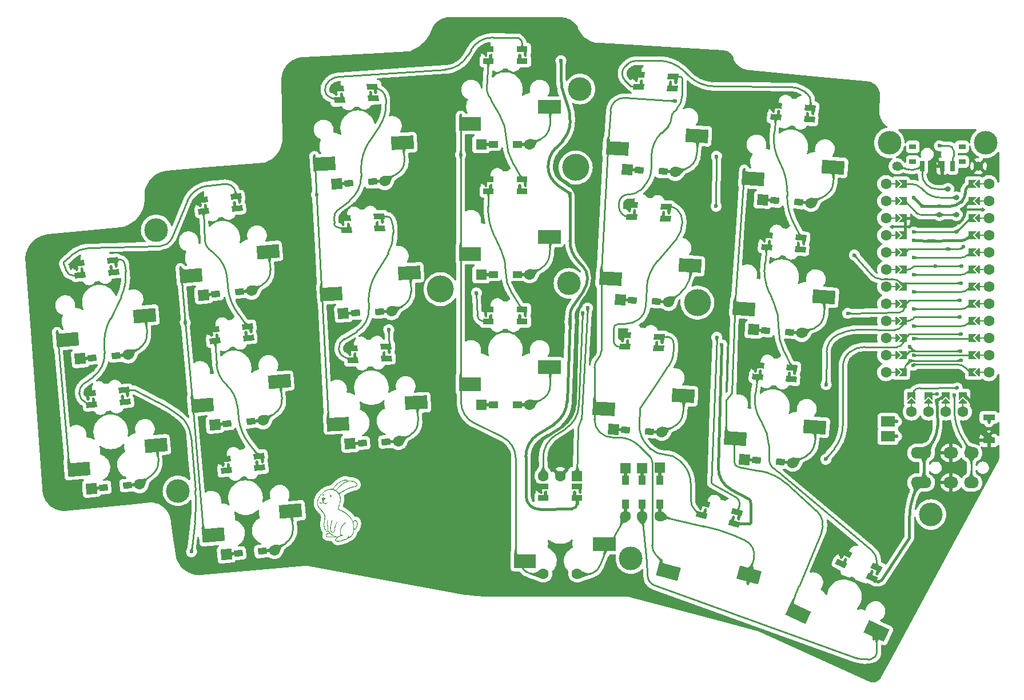
<source format=gbr>
%TF.GenerationSoftware,KiCad,Pcbnew,(6.0.7)*%
%TF.CreationDate,2022-10-20T09:52:42+02:00*%
%TF.ProjectId,Hopper-mx,486f7070-6572-42d6-9d78-2e6b69636164,rev?*%
%TF.SameCoordinates,Original*%
%TF.FileFunction,Copper,L2,Bot*%
%TF.FilePolarity,Positive*%
%FSLAX46Y46*%
G04 Gerber Fmt 4.6, Leading zero omitted, Abs format (unit mm)*
G04 Created by KiCad (PCBNEW (6.0.7)) date 2022-10-20 09:52:42*
%MOMM*%
%LPD*%
G01*
G04 APERTURE LIST*
G04 Aperture macros list*
%AMRotRect*
0 Rectangle, with rotation*
0 The origin of the aperture is its center*
0 $1 length*
0 $2 width*
0 $3 Rotation angle, in degrees counterclockwise*
0 Add horizontal line*
21,1,$1,$2,0,0,$3*%
%AMFreePoly0*
4,1,13,0.800000,-0.425000,0.575000,-0.425000,0.575000,-0.895800,0.560355,-0.931155,0.525000,-0.945800,0.169400,-0.945800,0.134045,-0.931155,0.119400,-0.895800,0.119400,-0.425000,-0.800000,-0.425000,-0.800000,0.425000,0.800000,0.425000,0.800000,-0.425000,0.800000,-0.425000,$1*%
%AMFreePoly1*
4,1,13,0.800000,-0.425000,0.682400,-0.425000,0.682400,-0.888400,0.667755,-0.923755,0.632400,-0.938400,0.276800,-0.938400,0.241445,-0.923756,0.226800,-0.888400,0.226800,-0.425000,-0.800000,-0.425000,-0.800000,0.425000,0.800000,0.425000,0.800000,-0.425000,0.800000,-0.425000,$1*%
%AMFreePoly2*
4,1,25,0.800000,-0.425000,-0.175324,-0.425000,-0.172201,-0.888063,-0.172270,-0.888232,-0.172200,-0.888400,-0.179445,-0.905890,-0.186607,-0.923516,-0.186775,-0.923587,-0.186845,-0.923755,-0.204350,-0.931006,-0.221863,-0.938399,-0.222032,-0.938330,-0.222200,-0.938400,-0.577800,-0.938400,-0.595291,-0.931155,-0.612916,-0.923993,-0.612987,-0.923825,-0.613155,-0.923755,-0.620406,-0.906250,-0.627799,-0.888737,
-0.630927,-0.425000,-0.800000,-0.425000,-0.800000,0.425000,0.800000,0.425000,0.800000,-0.425000,0.800000,-0.425000,$1*%
%AMFreePoly3*
4,1,13,0.800000,-0.425000,-0.125000,-0.425000,-0.125000,-0.886200,-0.139645,-0.921555,-0.175000,-0.936200,-0.530600,-0.936200,-0.565955,-0.921555,-0.580600,-0.886200,-0.580600,-0.425000,-0.800000,-0.425000,-0.800000,0.425000,0.800000,0.425000,0.800000,-0.425000,0.800000,-0.425000,$1*%
%AMFreePoly4*
4,1,13,0.650000,-0.475000,-0.650000,-0.475000,-0.650000,-0.227000,-1.093200,-0.227000,-1.128555,-0.212355,-1.143200,-0.177000,-1.143200,0.178600,-1.128555,0.213955,-1.093200,0.228600,-0.650000,0.228600,-0.650000,0.475000,0.650000,0.475000,0.650000,-0.475000,0.650000,-0.475000,$1*%
%AMFreePoly5*
4,1,13,0.650000,0.226600,1.093200,0.226600,1.128555,0.211955,1.143200,0.176600,1.143200,-0.179000,1.128555,-0.214355,1.093200,-0.229000,0.650000,-0.229000,0.650000,-0.475000,-0.650000,-0.475000,-0.650000,0.475000,0.650000,0.475000,0.650000,0.226600,0.650000,0.226600,$1*%
%AMFreePoly6*
4,1,11,-1.206045,1.285355,-1.191400,1.250000,-1.191400,1.000000,1.647000,1.000000,1.647000,-1.000000,-1.647000,-1.000000,-1.647000,1.250000,-1.632355,1.285355,-1.597000,1.300000,-1.241400,1.300000,-1.206045,1.285355,-1.206045,1.285355,$1*%
%AMFreePoly7*
4,1,13,1.662000,-1.000000,0.362000,-1.000000,0.362000,-1.250000,0.347355,-1.285355,0.312000,-1.300000,-0.043600,-1.300000,-0.078956,-1.285355,-0.093600,-1.250000,-0.093600,-1.000000,-1.662000,-1.000000,-1.662000,1.000000,1.662000,1.000000,1.662000,-1.000000,1.662000,-1.000000,$1*%
%AMFreePoly8*
4,1,13,0.211911,1.370355,0.226556,1.335000,0.226556,1.050000,0.750000,1.050000,0.750000,-1.050000,-0.750000,-1.050000,-0.750000,1.050000,-0.229044,1.050000,-0.229044,1.335000,-0.214399,1.370355,-0.179044,1.385000,0.176556,1.385000,0.211911,1.370355,0.211911,1.370355,$1*%
%AMFreePoly9*
4,1,13,0.211955,1.370355,0.226600,1.335000,0.226600,1.050000,0.750000,1.050000,0.750000,-1.050000,-0.750000,-1.050000,-0.750000,1.050000,-0.229000,1.050000,-0.229000,1.335000,-0.214355,1.370355,-0.179000,1.385000,0.176600,1.385000,0.211955,1.370355,0.211955,1.370355,$1*%
%AMFreePoly10*
4,1,13,0.450000,-0.850000,-0.450000,-0.850000,-0.450000,-0.228600,-0.723200,-0.228600,-0.758555,-0.213955,-0.773200,-0.178600,-0.773200,0.177000,-0.758555,0.212355,-0.723200,0.227000,-0.450000,0.227000,-0.450000,0.850000,0.450000,0.850000,0.450000,-0.850000,0.450000,-0.850000,$1*%
%AMFreePoly11*
4,1,13,0.450000,0.227000,0.723200,0.227000,0.758555,0.212355,0.773200,0.177000,0.773200,-0.178600,0.758555,-0.213955,0.723200,-0.228600,0.450000,-0.228600,0.450000,-0.850000,-0.450000,-0.850000,-0.450000,0.850000,0.450000,0.850000,0.450000,0.227000,0.450000,0.227000,$1*%
%AMFreePoly12*
4,1,5,0.125000,-0.500000,-0.125000,-0.500000,-0.125000,0.500000,0.125000,0.500000,0.125000,-0.500000,0.125000,-0.500000,$1*%
%AMFreePoly13*
4,1,6,0.600000,0.200000,0.000000,-0.400000,-0.600000,0.200000,-0.600000,0.400000,0.600000,0.400000,0.600000,0.200000,0.600000,0.200000,$1*%
%AMFreePoly14*
4,1,6,0.600000,-0.250000,-0.600000,-0.250000,-0.600000,1.000000,0.000000,0.400000,0.600000,1.000000,0.600000,-0.250000,0.600000,-0.250000,$1*%
G04 Aperture macros list end*
%TA.AperFunction,ComponentPad*%
%ADD10C,0.457200*%
%TD*%
%TA.AperFunction,SMDPad,CuDef*%
%ADD11FreePoly0,185.000000*%
%TD*%
%TA.AperFunction,SMDPad,CuDef*%
%ADD12FreePoly1,5.000000*%
%TD*%
%TA.AperFunction,SMDPad,CuDef*%
%ADD13FreePoly2,5.000000*%
%TD*%
%TA.AperFunction,SMDPad,CuDef*%
%ADD14FreePoly3,185.000000*%
%TD*%
%TA.AperFunction,ComponentPad*%
%ADD15R,1.600000X1.600000*%
%TD*%
%TA.AperFunction,ComponentPad*%
%ADD16C,1.600000*%
%TD*%
%TA.AperFunction,ComponentPad*%
%ADD17C,3.500000*%
%TD*%
%TA.AperFunction,SMDPad,CuDef*%
%ADD18FreePoly4,5.000000*%
%TD*%
%TA.AperFunction,ComponentPad*%
%ADD19RotRect,1.600000X1.600000X185.000000*%
%TD*%
%TA.AperFunction,SMDPad,CuDef*%
%ADD20FreePoly5,5.000000*%
%TD*%
%TA.AperFunction,SMDPad,CuDef*%
%ADD21FreePoly0,165.000000*%
%TD*%
%TA.AperFunction,SMDPad,CuDef*%
%ADD22FreePoly1,345.000000*%
%TD*%
%TA.AperFunction,SMDPad,CuDef*%
%ADD23FreePoly2,345.000000*%
%TD*%
%TA.AperFunction,SMDPad,CuDef*%
%ADD24FreePoly3,165.000000*%
%TD*%
%TA.AperFunction,SMDPad,CuDef*%
%ADD25FreePoly4,270.000000*%
%TD*%
%TA.AperFunction,SMDPad,CuDef*%
%ADD26FreePoly5,270.000000*%
%TD*%
%TA.AperFunction,SMDPad,CuDef*%
%ADD27FreePoly6,356.000000*%
%TD*%
%TA.AperFunction,SMDPad,CuDef*%
%ADD28FreePoly7,356.000000*%
%TD*%
%TA.AperFunction,SMDPad,CuDef*%
%ADD29FreePoly6,0.000000*%
%TD*%
%TA.AperFunction,SMDPad,CuDef*%
%ADD30FreePoly7,0.000000*%
%TD*%
%TA.AperFunction,SMDPad,CuDef*%
%ADD31FreePoly0,180.000000*%
%TD*%
%TA.AperFunction,SMDPad,CuDef*%
%ADD32FreePoly1,0.000000*%
%TD*%
%TA.AperFunction,SMDPad,CuDef*%
%ADD33FreePoly2,0.000000*%
%TD*%
%TA.AperFunction,SMDPad,CuDef*%
%ADD34FreePoly3,180.000000*%
%TD*%
%TA.AperFunction,SMDPad,CuDef*%
%ADD35FreePoly8,270.000000*%
%TD*%
%TA.AperFunction,SMDPad,CuDef*%
%ADD36FreePoly9,270.000000*%
%TD*%
%TA.AperFunction,SMDPad,CuDef*%
%ADD37FreePoly0,155.000000*%
%TD*%
%TA.AperFunction,SMDPad,CuDef*%
%ADD38FreePoly1,335.000000*%
%TD*%
%TA.AperFunction,SMDPad,CuDef*%
%ADD39FreePoly2,335.000000*%
%TD*%
%TA.AperFunction,SMDPad,CuDef*%
%ADD40FreePoly3,155.000000*%
%TD*%
%TA.AperFunction,SMDPad,CuDef*%
%ADD41FreePoly10,90.000000*%
%TD*%
%TA.AperFunction,SMDPad,CuDef*%
%ADD42FreePoly11,90.000000*%
%TD*%
%TA.AperFunction,SMDPad,CuDef*%
%ADD43FreePoly4,3.000000*%
%TD*%
%TA.AperFunction,ComponentPad*%
%ADD44RotRect,1.600000X1.600000X183.000000*%
%TD*%
%TA.AperFunction,SMDPad,CuDef*%
%ADD45FreePoly5,3.000000*%
%TD*%
%TA.AperFunction,SMDPad,CuDef*%
%ADD46FreePoly0,176.000000*%
%TD*%
%TA.AperFunction,SMDPad,CuDef*%
%ADD47FreePoly1,356.000000*%
%TD*%
%TA.AperFunction,SMDPad,CuDef*%
%ADD48FreePoly2,356.000000*%
%TD*%
%TA.AperFunction,SMDPad,CuDef*%
%ADD49FreePoly3,176.000000*%
%TD*%
%TA.AperFunction,ComponentPad*%
%ADD50C,1.397000*%
%TD*%
%TA.AperFunction,SMDPad,CuDef*%
%ADD51FreePoly6,5.000000*%
%TD*%
%TA.AperFunction,SMDPad,CuDef*%
%ADD52FreePoly7,5.000000*%
%TD*%
%TA.AperFunction,ComponentPad*%
%ADD53RotRect,1.600000X1.600000X176.000000*%
%TD*%
%TA.AperFunction,SMDPad,CuDef*%
%ADD54FreePoly4,356.000000*%
%TD*%
%TA.AperFunction,SMDPad,CuDef*%
%ADD55FreePoly5,356.000000*%
%TD*%
%TA.AperFunction,SMDPad,CuDef*%
%ADD56FreePoly4,357.000000*%
%TD*%
%TA.AperFunction,ComponentPad*%
%ADD57RotRect,1.600000X1.600000X177.000000*%
%TD*%
%TA.AperFunction,SMDPad,CuDef*%
%ADD58FreePoly5,357.000000*%
%TD*%
%TA.AperFunction,ComponentPad*%
%ADD59C,4.000000*%
%TD*%
%TA.AperFunction,SMDPad,CuDef*%
%ADD60FreePoly0,177.000000*%
%TD*%
%TA.AperFunction,SMDPad,CuDef*%
%ADD61FreePoly1,357.000000*%
%TD*%
%TA.AperFunction,SMDPad,CuDef*%
%ADD62FreePoly2,357.000000*%
%TD*%
%TA.AperFunction,SMDPad,CuDef*%
%ADD63FreePoly3,177.000000*%
%TD*%
%TA.AperFunction,SMDPad,CuDef*%
%ADD64FreePoly6,3.000000*%
%TD*%
%TA.AperFunction,SMDPad,CuDef*%
%ADD65FreePoly7,3.000000*%
%TD*%
%TA.AperFunction,ComponentPad*%
%ADD66O,2.200000X1.700000*%
%TD*%
%TA.AperFunction,SMDPad,CuDef*%
%ADD67FreePoly12,90.000000*%
%TD*%
%TA.AperFunction,SMDPad,CuDef*%
%ADD68FreePoly12,270.000000*%
%TD*%
%TA.AperFunction,SMDPad,CuDef*%
%ADD69FreePoly13,90.000000*%
%TD*%
%TA.AperFunction,SMDPad,CuDef*%
%ADD70FreePoly13,270.000000*%
%TD*%
%TA.AperFunction,SMDPad,CuDef*%
%ADD71FreePoly14,90.000000*%
%TD*%
%TA.AperFunction,SMDPad,CuDef*%
%ADD72FreePoly14,270.000000*%
%TD*%
%TA.AperFunction,SMDPad,CuDef*%
%ADD73R,1.000000X0.800000*%
%TD*%
%TA.AperFunction,SMDPad,CuDef*%
%ADD74R,0.700000X1.500000*%
%TD*%
%TA.AperFunction,SMDPad,CuDef*%
%ADD75FreePoly6,357.000000*%
%TD*%
%TA.AperFunction,SMDPad,CuDef*%
%ADD76FreePoly7,357.000000*%
%TD*%
%TA.AperFunction,SMDPad,CuDef*%
%ADD77FreePoly0,183.000000*%
%TD*%
%TA.AperFunction,SMDPad,CuDef*%
%ADD78FreePoly1,3.000000*%
%TD*%
%TA.AperFunction,SMDPad,CuDef*%
%ADD79FreePoly2,3.000000*%
%TD*%
%TA.AperFunction,SMDPad,CuDef*%
%ADD80FreePoly3,183.000000*%
%TD*%
%TA.AperFunction,SMDPad,CuDef*%
%ADD81FreePoly4,0.000000*%
%TD*%
%TA.AperFunction,SMDPad,CuDef*%
%ADD82FreePoly5,0.000000*%
%TD*%
%TA.AperFunction,SMDPad,CuDef*%
%ADD83FreePoly6,335.000000*%
%TD*%
%TA.AperFunction,SMDPad,CuDef*%
%ADD84FreePoly7,335.000000*%
%TD*%
%TA.AperFunction,SMDPad,CuDef*%
%ADD85FreePoly6,345.000000*%
%TD*%
%TA.AperFunction,SMDPad,CuDef*%
%ADD86FreePoly7,345.000000*%
%TD*%
%TA.AperFunction,SMDPad,CuDef*%
%ADD87FreePoly12,180.000000*%
%TD*%
%TA.AperFunction,SMDPad,CuDef*%
%ADD88FreePoly13,180.000000*%
%TD*%
%TA.AperFunction,SMDPad,CuDef*%
%ADD89FreePoly14,180.000000*%
%TD*%
%TA.AperFunction,ViaPad*%
%ADD90C,0.600000*%
%TD*%
%TA.AperFunction,ViaPad*%
%ADD91C,0.800000*%
%TD*%
%TA.AperFunction,Conductor*%
%ADD92C,0.250000*%
%TD*%
%TA.AperFunction,Conductor*%
%ADD93C,0.400000*%
%TD*%
G04 APERTURE END LIST*
%TO.C,*%
G36*
X113401109Y-92719579D02*
G01*
X113453498Y-92742274D01*
X113498650Y-92775817D01*
X113499607Y-92776735D01*
X113521047Y-92803615D01*
X113530998Y-92832148D01*
X113529213Y-92862771D01*
X113515443Y-92895917D01*
X113489441Y-92932022D01*
X113450959Y-92971522D01*
X113399750Y-93014851D01*
X113335567Y-93062446D01*
X113323081Y-93071483D01*
X113299907Y-93089587D01*
X113282260Y-93105150D01*
X113273215Y-93115551D01*
X113269473Y-93130584D01*
X113268298Y-93156947D01*
X113269809Y-93190798D01*
X113273759Y-93228938D01*
X113279897Y-93268168D01*
X113287975Y-93305292D01*
X113291309Y-93317726D01*
X113311780Y-93374969D01*
X113339864Y-93424892D01*
X113378280Y-93472534D01*
X113407587Y-93500691D01*
X113451402Y-93530189D01*
X113498783Y-93547490D01*
X113550920Y-93552820D01*
X113609003Y-93546403D01*
X113674222Y-93528465D01*
X113685582Y-93524449D01*
X113723406Y-93509625D01*
X113761205Y-93493033D01*
X113792269Y-93477566D01*
X113810568Y-93467669D01*
X113829705Y-93458265D01*
X113842152Y-93454443D01*
X113851182Y-93455362D01*
X113860071Y-93460183D01*
X113863732Y-93462856D01*
X113877979Y-93482503D01*
X113881856Y-93507590D01*
X113874536Y-93533900D01*
X113866295Y-93545064D01*
X113846245Y-93563595D01*
X113819282Y-93583469D01*
X113788857Y-93602206D01*
X113758421Y-93617328D01*
X113758009Y-93617502D01*
X113741302Y-93623432D01*
X113714707Y-93631685D01*
X113681800Y-93641193D01*
X113646155Y-93650887D01*
X113613799Y-93659146D01*
X113573863Y-93668000D01*
X113541982Y-93672672D01*
X113515013Y-93673385D01*
X113489814Y-93670361D01*
X113463244Y-93663821D01*
X113440112Y-93656080D01*
X113384080Y-93628472D01*
X113328580Y-93588183D01*
X113272661Y-93534571D01*
X113213602Y-93471279D01*
X113191872Y-93501539D01*
X113171847Y-93527743D01*
X113138059Y-93563293D01*
X113101498Y-93589986D01*
X113058456Y-93610861D01*
X112998239Y-93632538D01*
X112939984Y-93647124D01*
X112888731Y-93651671D01*
X112842785Y-93645948D01*
X112800449Y-93629726D01*
X112760026Y-93602774D01*
X112719820Y-93564862D01*
X112695349Y-93537699D01*
X112669756Y-93505018D01*
X112654639Y-93478175D01*
X112649486Y-93455750D01*
X112653786Y-93436321D01*
X112667024Y-93418469D01*
X112669368Y-93416207D01*
X112688777Y-93403812D01*
X112709720Y-93402308D01*
X112733328Y-93412137D01*
X112760735Y-93433739D01*
X112793072Y-93467556D01*
X112812702Y-93489337D01*
X112833028Y-93509243D01*
X112850781Y-93522005D01*
X112869288Y-93529897D01*
X112891874Y-93535198D01*
X112896860Y-93536029D01*
X112942415Y-93536371D01*
X112990168Y-93525285D01*
X113036710Y-93503899D01*
X113078637Y-93473341D01*
X113085329Y-93467049D01*
X113109670Y-93438022D01*
X113127435Y-93404089D01*
X113139295Y-93363108D01*
X113145919Y-93312934D01*
X113147979Y-93251423D01*
X113147840Y-93229106D01*
X113146711Y-93200908D01*
X113143874Y-93180178D01*
X113138656Y-93162826D01*
X113130380Y-93144765D01*
X113125358Y-93135781D01*
X113106935Y-93110882D01*
X113086953Y-93092518D01*
X113086215Y-93092015D01*
X113041881Y-93055674D01*
X113010834Y-93015897D01*
X112992573Y-92971836D01*
X112986597Y-92922644D01*
X112989549Y-92889885D01*
X113003111Y-92853209D01*
X113028943Y-92820673D01*
X113040074Y-92811177D01*
X113068405Y-92791984D01*
X113104540Y-92771474D01*
X113144899Y-92751488D01*
X113185898Y-92733866D01*
X113223958Y-92720449D01*
X113283321Y-92708485D01*
X113343658Y-92708170D01*
X113401109Y-92719579D01*
G37*
G36*
X118248174Y-90930572D02*
G01*
X118218701Y-90992555D01*
X118177688Y-91047409D01*
X118125783Y-91094096D01*
X118063635Y-91131579D01*
X118030341Y-91146795D01*
X117986820Y-91163094D01*
X117941898Y-91175105D01*
X117891378Y-91183891D01*
X117831065Y-91190514D01*
X117808720Y-91192573D01*
X117787356Y-91194860D01*
X117766684Y-91197614D01*
X117744917Y-91201208D01*
X117720267Y-91206014D01*
X117690948Y-91212402D01*
X117655173Y-91220746D01*
X117611154Y-91231416D01*
X117557105Y-91244785D01*
X117491238Y-91261225D01*
X117436328Y-91275237D01*
X117335309Y-91302747D01*
X117239348Y-91331486D01*
X117146353Y-91362273D01*
X117054230Y-91395926D01*
X116960887Y-91433264D01*
X116864233Y-91475105D01*
X116762175Y-91522267D01*
X116652620Y-91575569D01*
X116533476Y-91635830D01*
X116462310Y-91672985D01*
X116380219Y-91717189D01*
X116296800Y-91763396D01*
X116213307Y-91810840D01*
X116130995Y-91858753D01*
X116051118Y-91906368D01*
X115974930Y-91952918D01*
X115903686Y-91997634D01*
X115838640Y-92039750D01*
X115781046Y-92078498D01*
X115732158Y-92113111D01*
X115693232Y-92142822D01*
X115665520Y-92166862D01*
X115632285Y-92198969D01*
X115666651Y-92280060D01*
X115712638Y-92400664D01*
X115757501Y-92552962D01*
X115791138Y-92713623D01*
X115794094Y-92734096D01*
X115798565Y-92781694D01*
X115801636Y-92838873D01*
X115803309Y-92902774D01*
X115803585Y-92970540D01*
X115802468Y-93039312D01*
X115799958Y-93106232D01*
X115796059Y-93168443D01*
X115790772Y-93223084D01*
X115784707Y-93267314D01*
X115774804Y-93325632D01*
X115763044Y-93384011D01*
X115750201Y-93438941D01*
X115737050Y-93486913D01*
X115724363Y-93524417D01*
X115722556Y-93529146D01*
X115712025Y-93559893D01*
X115699221Y-93601406D01*
X115684816Y-93651253D01*
X115669479Y-93707005D01*
X115653884Y-93766232D01*
X115638702Y-93826504D01*
X115624604Y-93885390D01*
X115620107Y-93904710D01*
X115604184Y-93972346D01*
X115590372Y-94029423D01*
X115578006Y-94078457D01*
X115566421Y-94121965D01*
X115554952Y-94162463D01*
X115542934Y-94202468D01*
X115529701Y-94244497D01*
X115515288Y-94293496D01*
X115503783Y-94343630D01*
X115498012Y-94385360D01*
X115498157Y-94417304D01*
X115504398Y-94438080D01*
X115504405Y-94438091D01*
X115508694Y-94441709D01*
X115518454Y-94446811D01*
X115534804Y-94453818D01*
X115558865Y-94463152D01*
X115591758Y-94475234D01*
X115634604Y-94490485D01*
X115688523Y-94509326D01*
X115754636Y-94532180D01*
X115842529Y-94563770D01*
X115928094Y-94597627D01*
X116010388Y-94633815D01*
X116091696Y-94673509D01*
X116174305Y-94717881D01*
X116260499Y-94768107D01*
X116352564Y-94825360D01*
X116452785Y-94890814D01*
X116473798Y-94904863D01*
X116618553Y-95005263D01*
X116751101Y-95104063D01*
X116872774Y-95202432D01*
X116984906Y-95301541D01*
X117088828Y-95402560D01*
X117185873Y-95506660D01*
X117277374Y-95615010D01*
X117293750Y-95635700D01*
X117338257Y-95695798D01*
X117380159Y-95758805D01*
X117420686Y-95826855D01*
X117461064Y-95902082D01*
X117502522Y-95986620D01*
X117546286Y-96082605D01*
X117571221Y-96138317D01*
X117594615Y-96189148D01*
X117614170Y-96229986D01*
X117629516Y-96260083D01*
X117640285Y-96278690D01*
X117646106Y-96285059D01*
X117651314Y-96280899D01*
X117663587Y-96267707D01*
X117680786Y-96247630D01*
X117700961Y-96222881D01*
X117727176Y-96191591D01*
X117771950Y-96146294D01*
X117817629Y-96111097D01*
X117866896Y-96083750D01*
X117874889Y-96080111D01*
X117896059Y-96071871D01*
X117916614Y-96067053D01*
X117941430Y-96064778D01*
X117975382Y-96064164D01*
X117996050Y-96064259D01*
X118023334Y-96065468D01*
X118044404Y-96068812D01*
X118064197Y-96075239D01*
X118087647Y-96085694D01*
X118119360Y-96103394D01*
X118169278Y-96143104D01*
X118213747Y-96193692D01*
X118251961Y-96253572D01*
X118283112Y-96321159D01*
X118306394Y-96394866D01*
X118320998Y-96473107D01*
X118325946Y-96551577D01*
X118326118Y-96554297D01*
X118326100Y-96560623D01*
X118321606Y-96643725D01*
X118309501Y-96736049D01*
X118290190Y-96835494D01*
X118264074Y-96939958D01*
X118231558Y-97047339D01*
X118208359Y-97114783D01*
X118182437Y-97181835D01*
X118156162Y-97240166D01*
X118128274Y-97292542D01*
X118097514Y-97341732D01*
X118072410Y-97377253D01*
X118039183Y-97416904D01*
X118005548Y-97446666D01*
X117968635Y-97468521D01*
X117925574Y-97484450D01*
X117873495Y-97496435D01*
X117843923Y-97502460D01*
X117823900Y-97508261D01*
X117812364Y-97514609D01*
X117806522Y-97522596D01*
X117804995Y-97527370D01*
X117800750Y-97545502D01*
X117795180Y-97573224D01*
X117788832Y-97607746D01*
X117782253Y-97646274D01*
X117766113Y-97736479D01*
X117744448Y-97835894D01*
X117719434Y-97928360D01*
X117690013Y-98017713D01*
X117655130Y-98107791D01*
X117646099Y-98129122D01*
X117621753Y-98181471D01*
X117595492Y-98229635D01*
X117565771Y-98275724D01*
X117531045Y-98321848D01*
X117489769Y-98370115D01*
X117440398Y-98422637D01*
X117381386Y-98481522D01*
X117333092Y-98527252D01*
X117266428Y-98584967D01*
X117203328Y-98632411D01*
X117141942Y-98670820D01*
X117080424Y-98701431D01*
X117016926Y-98725480D01*
X116997188Y-98732109D01*
X116976068Y-98740184D01*
X116956514Y-98749421D01*
X116935996Y-98761312D01*
X116911988Y-98777347D01*
X116881961Y-98799018D01*
X116843386Y-98827816D01*
X116804984Y-98856300D01*
X116754857Y-98891545D01*
X116709755Y-98919976D01*
X116666526Y-98943060D01*
X116622016Y-98962266D01*
X116573073Y-98979062D01*
X116516544Y-98994914D01*
X116449277Y-99011291D01*
X116396479Y-99023863D01*
X116332639Y-99040265D01*
X116275340Y-99056789D01*
X116220337Y-99074762D01*
X116163386Y-99095509D01*
X116100240Y-99120358D01*
X116081295Y-99127971D01*
X116040359Y-99144160D01*
X116001400Y-99159252D01*
X115968085Y-99171834D01*
X115944084Y-99180494D01*
X115940250Y-99181762D01*
X115914219Y-99189176D01*
X115877108Y-99198477D01*
X115831181Y-99209191D01*
X115778701Y-99220840D01*
X115721931Y-99232950D01*
X115663132Y-99245044D01*
X115604570Y-99256647D01*
X115548505Y-99267283D01*
X115497202Y-99276477D01*
X115452923Y-99283752D01*
X115422617Y-99286140D01*
X115379652Y-99285249D01*
X115332950Y-99280938D01*
X115287651Y-99273704D01*
X115248897Y-99264042D01*
X115247856Y-99263710D01*
X115189919Y-99240930D01*
X115135122Y-99211346D01*
X115086182Y-99176870D01*
X115045816Y-99139410D01*
X115016741Y-99100876D01*
X115004305Y-99072549D01*
X114995319Y-99028944D01*
X114994742Y-98981843D01*
X115002959Y-98935886D01*
X115010976Y-98914199D01*
X115029932Y-98876668D01*
X115055660Y-98834814D01*
X115086075Y-98791730D01*
X115119090Y-98750506D01*
X115152617Y-98714233D01*
X115176976Y-98689310D01*
X115191903Y-98671850D01*
X115198263Y-98660615D01*
X115197120Y-98654167D01*
X115194295Y-98653318D01*
X115179004Y-98651893D01*
X115151917Y-98650689D01*
X115114495Y-98649703D01*
X115068197Y-98648929D01*
X115014485Y-98648361D01*
X114954818Y-98647994D01*
X114890657Y-98647823D01*
X114823462Y-98647843D01*
X114754693Y-98648049D01*
X114685810Y-98648434D01*
X114618275Y-98648995D01*
X114553546Y-98649725D01*
X114493084Y-98650620D01*
X114438351Y-98651673D01*
X114390804Y-98652881D01*
X114351906Y-98654238D01*
X114323116Y-98655737D01*
X114305895Y-98657375D01*
X114293774Y-98659101D01*
X114231900Y-98664033D01*
X114162169Y-98664325D01*
X114087687Y-98660357D01*
X114011562Y-98652508D01*
X113936901Y-98641157D01*
X113866810Y-98626682D01*
X113804398Y-98609464D01*
X113752770Y-98589881D01*
X113727793Y-98575800D01*
X113692731Y-98549251D01*
X113658617Y-98517014D01*
X113629397Y-98482911D01*
X113609020Y-98450761D01*
X113591052Y-98403051D01*
X113581565Y-98347555D01*
X113582171Y-98312777D01*
X113689371Y-98312777D01*
X113691827Y-98354563D01*
X113705690Y-98395263D01*
X113731451Y-98432489D01*
X113744966Y-98446207D01*
X113768703Y-98465515D01*
X113796239Y-98481614D01*
X113829617Y-98495286D01*
X113870881Y-98507311D01*
X113922074Y-98518472D01*
X113985240Y-98529550D01*
X114040286Y-98537607D01*
X114117174Y-98545224D01*
X114185038Y-98546902D01*
X114246072Y-98542753D01*
X114250761Y-98542252D01*
X114275662Y-98540463D01*
X114311625Y-98538720D01*
X114356332Y-98537099D01*
X114407463Y-98535678D01*
X114462698Y-98534532D01*
X114519719Y-98533737D01*
X114561544Y-98533181D01*
X114626741Y-98531800D01*
X114685931Y-98529909D01*
X114737108Y-98527590D01*
X114778266Y-98524924D01*
X114807398Y-98521993D01*
X114877564Y-98512505D01*
X114845077Y-98490101D01*
X114840992Y-98487366D01*
X114821640Y-98475159D01*
X114793210Y-98457863D01*
X114758023Y-98436868D01*
X114718405Y-98413565D01*
X114676680Y-98389345D01*
X114673381Y-98387441D01*
X114571636Y-98326989D01*
X114481416Y-98269827D01*
X114403314Y-98216346D01*
X114337924Y-98166935D01*
X114319833Y-98152510D01*
X114299807Y-98137639D01*
X114281682Y-98126885D01*
X114263198Y-98119921D01*
X114242097Y-98116422D01*
X114216119Y-98116058D01*
X114183005Y-98118505D01*
X114140496Y-98123434D01*
X114086333Y-98130518D01*
X114017409Y-98139883D01*
X113944417Y-98150476D01*
X113884811Y-98160011D01*
X113838257Y-98168545D01*
X113804423Y-98176135D01*
X113782979Y-98182837D01*
X113745512Y-98204779D01*
X113716707Y-98235498D01*
X113697829Y-98272293D01*
X113689371Y-98312777D01*
X113582171Y-98312777D01*
X113582540Y-98291637D01*
X113593327Y-98237436D01*
X113613277Y-98187088D01*
X113641739Y-98142731D01*
X113678064Y-98106504D01*
X113721601Y-98080543D01*
X113734354Y-98076185D01*
X113761928Y-98069144D01*
X113798627Y-98061322D01*
X113841666Y-98053208D01*
X113888261Y-98045295D01*
X113935628Y-98038073D01*
X113980983Y-98032032D01*
X114021542Y-98027665D01*
X114031684Y-98026577D01*
X114060802Y-98021615D01*
X114085576Y-98014878D01*
X114102796Y-98007375D01*
X114109249Y-98000114D01*
X114109145Y-97999449D01*
X114103931Y-97989324D01*
X114091971Y-97970630D01*
X114074831Y-97945577D01*
X114054076Y-97916371D01*
X114031274Y-97885223D01*
X114007987Y-97854340D01*
X113985784Y-97825931D01*
X113965241Y-97801151D01*
X113945830Y-97779823D01*
X113931636Y-97766710D01*
X113924191Y-97763367D01*
X113920331Y-97765741D01*
X113906247Y-97774892D01*
X113887924Y-97787139D01*
X113877458Y-97793879D01*
X113843833Y-97810307D01*
X113811081Y-97817303D01*
X113778241Y-97814395D01*
X113744352Y-97801106D01*
X113708451Y-97776962D01*
X113669579Y-97741489D01*
X113626774Y-97694213D01*
X113579074Y-97634658D01*
X113529298Y-97568378D01*
X113487025Y-97508530D01*
X113451451Y-97453032D01*
X113421609Y-97399592D01*
X113396530Y-97345915D01*
X113375249Y-97289709D01*
X113356798Y-97228681D01*
X113340210Y-97160538D01*
X113324517Y-97082986D01*
X113308753Y-96993733D01*
X113294782Y-96904144D01*
X113283488Y-96811566D01*
X113277209Y-96726259D01*
X113276011Y-96645090D01*
X113279961Y-96564923D01*
X113289123Y-96482624D01*
X113303563Y-96395058D01*
X113323348Y-96299092D01*
X113329122Y-96272681D01*
X113341158Y-96214209D01*
X113351998Y-96155879D01*
X113361927Y-96095670D01*
X113371225Y-96031560D01*
X113380178Y-95961527D01*
X113389067Y-95883548D01*
X113398175Y-95795602D01*
X113407786Y-95695667D01*
X113409264Y-95679477D01*
X113411902Y-95644648D01*
X113412585Y-95616942D01*
X113411112Y-95591430D01*
X113407280Y-95563182D01*
X113400888Y-95527269D01*
X113395987Y-95501832D01*
X113370316Y-95388061D01*
X113340201Y-95282358D01*
X113306233Y-95186625D01*
X113269004Y-95102766D01*
X113238672Y-95047375D01*
X113190047Y-94971505D01*
X113130157Y-94889248D01*
X113059405Y-94801104D01*
X112978199Y-94707574D01*
X112886943Y-94609158D01*
X112786042Y-94506357D01*
X112759857Y-94480271D01*
X112702479Y-94422124D01*
X112653587Y-94370546D01*
X112611788Y-94323547D01*
X112575691Y-94279135D01*
X112543904Y-94235322D01*
X112515035Y-94190115D01*
X112487693Y-94141526D01*
X112460486Y-94087563D01*
X112432022Y-94026237D01*
X112400909Y-93955556D01*
X112389978Y-93929865D01*
X112360873Y-93855332D01*
X112339017Y-93787796D01*
X112323467Y-93724090D01*
X112313280Y-93661044D01*
X112307638Y-93597019D01*
X112307471Y-93565830D01*
X112414357Y-93565830D01*
X112425074Y-93668132D01*
X112446591Y-93762962D01*
X112478925Y-93849597D01*
X112484806Y-93862479D01*
X112497912Y-93891391D01*
X112513171Y-93925232D01*
X112528355Y-93959065D01*
X112548875Y-94003902D01*
X112574738Y-94056639D01*
X112600681Y-94104180D01*
X112628186Y-94148603D01*
X112658739Y-94191985D01*
X112693825Y-94236403D01*
X112734927Y-94283933D01*
X112783531Y-94336653D01*
X112841120Y-94396639D01*
X112882902Y-94439867D01*
X112941417Y-94501313D01*
X112999026Y-94562790D01*
X113054221Y-94622646D01*
X113105494Y-94679226D01*
X113151336Y-94730877D01*
X113190239Y-94775945D01*
X113220695Y-94812777D01*
X113228962Y-94823243D01*
X113298684Y-94923107D01*
X113360363Y-95033057D01*
X113413308Y-95151371D01*
X113456825Y-95276326D01*
X113490223Y-95406200D01*
X113512808Y-95539269D01*
X113514136Y-95551032D01*
X113516262Y-95581623D01*
X113516874Y-95617090D01*
X113515900Y-95658937D01*
X113513269Y-95708668D01*
X113508911Y-95767785D01*
X113502752Y-95837794D01*
X113494723Y-95920197D01*
X113491266Y-95951820D01*
X113484144Y-96007630D01*
X113475657Y-96065820D01*
X113466348Y-96123122D01*
X113456758Y-96176264D01*
X113447429Y-96221978D01*
X113438903Y-96256993D01*
X113432864Y-96280132D01*
X113417581Y-96353803D01*
X113405344Y-96436214D01*
X113396479Y-96523630D01*
X113391311Y-96612314D01*
X113390169Y-96698532D01*
X113393376Y-96778548D01*
X113395984Y-96812484D01*
X113405941Y-96913993D01*
X113418716Y-97004917D01*
X113434946Y-97087779D01*
X113455266Y-97165106D01*
X113480313Y-97239421D01*
X113510721Y-97313250D01*
X113547127Y-97389118D01*
X113574697Y-97441985D01*
X113616372Y-97516790D01*
X113655073Y-97579719D01*
X113690577Y-97630460D01*
X113722663Y-97668706D01*
X113751106Y-97694147D01*
X113775683Y-97706472D01*
X113801936Y-97706370D01*
X113828228Y-97693913D01*
X113852661Y-97670595D01*
X113873606Y-97637972D01*
X113889435Y-97597606D01*
X113891456Y-97590227D01*
X113895176Y-97572067D01*
X113897403Y-97551022D01*
X113898261Y-97524314D01*
X113897874Y-97489164D01*
X113896367Y-97442794D01*
X113894589Y-97400574D01*
X113892221Y-97357320D01*
X113889205Y-97317137D01*
X113885220Y-97277214D01*
X113879947Y-97234740D01*
X113873064Y-97186903D01*
X113864251Y-97130893D01*
X113853189Y-97063899D01*
X113848361Y-97035056D01*
X113833714Y-96947266D01*
X113821204Y-96871557D01*
X113810662Y-96806577D01*
X113801920Y-96750977D01*
X113794807Y-96703408D01*
X113789154Y-96662518D01*
X113784794Y-96626959D01*
X113781556Y-96595380D01*
X113779272Y-96566432D01*
X113777772Y-96538765D01*
X113776888Y-96511028D01*
X113776449Y-96481873D01*
X113776289Y-96449948D01*
X113776274Y-96432845D01*
X113776686Y-96380906D01*
X113777945Y-96339518D01*
X113780218Y-96305983D01*
X113783669Y-96277602D01*
X113788466Y-96251675D01*
X113798384Y-96209995D01*
X113810559Y-96166333D01*
X113823589Y-96125603D01*
X113836544Y-96090508D01*
X113848494Y-96063748D01*
X113858511Y-96048026D01*
X113865958Y-96041380D01*
X113885752Y-96033709D01*
X113904417Y-96038751D01*
X113918768Y-96056079D01*
X113922022Y-96063742D01*
X113924641Y-96077024D01*
X113923045Y-96093902D01*
X113917106Y-96119229D01*
X113908760Y-96151177D01*
X113897420Y-96195450D01*
X113888922Y-96231340D01*
X113882853Y-96262048D01*
X113878801Y-96290777D01*
X113876353Y-96320729D01*
X113875096Y-96355106D01*
X113874619Y-96397112D01*
X113874508Y-96449948D01*
X113874762Y-96505940D01*
X113875867Y-96556114D01*
X113878113Y-96602376D01*
X113881789Y-96647669D01*
X113887184Y-96694932D01*
X113894587Y-96747108D01*
X113904288Y-96807137D01*
X113916575Y-96877960D01*
X113918660Y-96889722D01*
X113924376Y-96921928D01*
X113931494Y-96962007D01*
X113939309Y-97005980D01*
X113947113Y-97049866D01*
X113947857Y-97054053D01*
X113960757Y-97128649D01*
X113970891Y-97192426D01*
X113978504Y-97248126D01*
X113983840Y-97298492D01*
X113987142Y-97346266D01*
X113988655Y-97394193D01*
X113988623Y-97445014D01*
X113987289Y-97501472D01*
X113982661Y-97647857D01*
X114036851Y-97718986D01*
X114058935Y-97747874D01*
X114104093Y-97806130D01*
X114143343Y-97855384D01*
X114178153Y-97897382D01*
X114209988Y-97933871D01*
X114240316Y-97966597D01*
X114270604Y-97997307D01*
X114281089Y-98007465D01*
X114334963Y-98055341D01*
X114392300Y-98100073D01*
X114449304Y-98138851D01*
X114502177Y-98168861D01*
X114509902Y-98172795D01*
X114531843Y-98184242D01*
X114563272Y-98200829D01*
X114602383Y-98221597D01*
X114647371Y-98245585D01*
X114696431Y-98271836D01*
X114747758Y-98299389D01*
X114819559Y-98337613D01*
X114905896Y-98382307D01*
X114980966Y-98419533D01*
X115045042Y-98449414D01*
X115098396Y-98472078D01*
X115141299Y-98487650D01*
X115174023Y-98496255D01*
X115192095Y-98498548D01*
X115223652Y-98500443D01*
X115260715Y-98501103D01*
X115298559Y-98500372D01*
X115318771Y-98499520D01*
X115346850Y-98497851D01*
X115369640Y-98495179D01*
X115390795Y-98490637D01*
X115413969Y-98483360D01*
X115442816Y-98472482D01*
X115480990Y-98457138D01*
X115494685Y-98451572D01*
X115531225Y-98436619D01*
X115564293Y-98422945D01*
X115590708Y-98411872D01*
X115607288Y-98404721D01*
X115627662Y-98395975D01*
X115655599Y-98384503D01*
X115684470Y-98373043D01*
X115685703Y-98372562D01*
X115712257Y-98361217D01*
X115735325Y-98349726D01*
X115750037Y-98340506D01*
X115766487Y-98327067D01*
X115744562Y-98228475D01*
X115727516Y-98145819D01*
X115708694Y-98028752D01*
X115698168Y-97919917D01*
X115695791Y-97817565D01*
X115701413Y-97719948D01*
X115702617Y-97709064D01*
X115707520Y-97673319D01*
X115714654Y-97628474D01*
X115723602Y-97576614D01*
X115733950Y-97519823D01*
X115745282Y-97460188D01*
X115757183Y-97399793D01*
X115769238Y-97340724D01*
X115781031Y-97285066D01*
X115792147Y-97234904D01*
X115802170Y-97192323D01*
X115810686Y-97159408D01*
X115817278Y-97138245D01*
X115820497Y-97129838D01*
X115849247Y-97063926D01*
X115882786Y-97000226D01*
X115918056Y-96944617D01*
X115927018Y-96932212D01*
X115957909Y-96891818D01*
X115995017Y-96845866D01*
X116035602Y-96797577D01*
X116076929Y-96750167D01*
X116116260Y-96706857D01*
X116150857Y-96670864D01*
X116151798Y-96669928D01*
X116176281Y-96647004D01*
X116209417Y-96617878D01*
X116248701Y-96584591D01*
X116291631Y-96549185D01*
X116335700Y-96513702D01*
X116378405Y-96480184D01*
X116417242Y-96450672D01*
X116449705Y-96427210D01*
X116479039Y-96411380D01*
X116505194Y-96406375D01*
X116525745Y-96412348D01*
X116539144Y-96428835D01*
X116543845Y-96455373D01*
X116543841Y-96455809D01*
X116540324Y-96481005D01*
X116531566Y-96499449D01*
X116530761Y-96500389D01*
X116514614Y-96516515D01*
X116488510Y-96539521D01*
X116453832Y-96568258D01*
X116411960Y-96601579D01*
X116364278Y-96638336D01*
X116348020Y-96651153D01*
X116308301Y-96685149D01*
X116263492Y-96726356D01*
X116216113Y-96772248D01*
X116168685Y-96820297D01*
X116123729Y-96867978D01*
X116083764Y-96912763D01*
X116051312Y-96952124D01*
X116006690Y-97013227D01*
X115958025Y-97092810D01*
X115921391Y-97171157D01*
X115895969Y-97249838D01*
X115890312Y-97273632D01*
X115881793Y-97312458D01*
X115871936Y-97359677D01*
X115861320Y-97412327D01*
X115850525Y-97467443D01*
X115840130Y-97522061D01*
X115830714Y-97573218D01*
X115822855Y-97617949D01*
X115817134Y-97653291D01*
X115812291Y-97693350D01*
X115808132Y-97748332D01*
X115805672Y-97808228D01*
X115804948Y-97869272D01*
X115805996Y-97927702D01*
X115808852Y-97979753D01*
X115813554Y-98021661D01*
X115813949Y-98024144D01*
X115823703Y-98078727D01*
X115834966Y-98131209D01*
X115847161Y-98179625D01*
X115859706Y-98222007D01*
X115872024Y-98256392D01*
X115883533Y-98280813D01*
X115893656Y-98293305D01*
X115894441Y-98293770D01*
X115911377Y-98297884D01*
X115937520Y-98298203D01*
X115968920Y-98294911D01*
X116001628Y-98288197D01*
X116020718Y-98283808D01*
X116055329Y-98277582D01*
X116087923Y-98273409D01*
X116090950Y-98273135D01*
X116114946Y-98271518D01*
X116129925Y-98272732D01*
X116140360Y-98277795D01*
X116150722Y-98287728D01*
X116161610Y-98303225D01*
X116167912Y-98331492D01*
X116167561Y-98340428D01*
X116164567Y-98354035D01*
X116157200Y-98365429D01*
X116143889Y-98375411D01*
X116123065Y-98384782D01*
X116093158Y-98394343D01*
X116052599Y-98404893D01*
X115999817Y-98417235D01*
X115951787Y-98428225D01*
X115868537Y-98447826D01*
X115796491Y-98465831D01*
X115733949Y-98482922D01*
X115679211Y-98499777D01*
X115643426Y-98512505D01*
X115630574Y-98517076D01*
X115586339Y-98535500D01*
X115544805Y-98555727D01*
X115504272Y-98578437D01*
X115463037Y-98604310D01*
X115419401Y-98634026D01*
X115371664Y-98668264D01*
X115353810Y-98681813D01*
X115312522Y-98716678D01*
X115270785Y-98756221D01*
X115230232Y-98798523D01*
X115192495Y-98841669D01*
X115159207Y-98883741D01*
X115132001Y-98922825D01*
X115112510Y-98957002D01*
X115102366Y-98984357D01*
X115101829Y-99007325D01*
X115112559Y-99036699D01*
X115134711Y-99065372D01*
X115166862Y-99092203D01*
X115207589Y-99116049D01*
X115255471Y-99135770D01*
X115309084Y-99150224D01*
X115331358Y-99154663D01*
X115363080Y-99160121D01*
X115390564Y-99163000D01*
X115417409Y-99163265D01*
X115447215Y-99160879D01*
X115483580Y-99155806D01*
X115530106Y-99148010D01*
X115591258Y-99137130D01*
X115670887Y-99121841D01*
X115741536Y-99106563D01*
X115806166Y-99090487D01*
X115867739Y-99072801D01*
X115929215Y-99052696D01*
X115993556Y-99029361D01*
X116063723Y-99001985D01*
X116074271Y-98997781D01*
X116173344Y-98960414D01*
X116266101Y-98929297D01*
X116350786Y-98904987D01*
X116425639Y-98888035D01*
X116518659Y-98865765D01*
X116602469Y-98835412D01*
X116678333Y-98796381D01*
X116707553Y-98778327D01*
X116757666Y-98743945D01*
X116796476Y-98711483D01*
X116825407Y-98679484D01*
X116845880Y-98646493D01*
X116859317Y-98611053D01*
X116860977Y-98603361D01*
X116864276Y-98580302D01*
X116867692Y-98548129D01*
X116870907Y-98510000D01*
X116873604Y-98469071D01*
X116874601Y-98452311D01*
X116878461Y-98402556D01*
X116883284Y-98364767D01*
X116889524Y-98337340D01*
X116897639Y-98318674D01*
X116908082Y-98307166D01*
X116921309Y-98301215D01*
X116937848Y-98299963D01*
X116956261Y-98308969D01*
X116971781Y-98331038D01*
X116974636Y-98338321D01*
X116978177Y-98355362D01*
X116980606Y-98380727D01*
X116982081Y-98416315D01*
X116982757Y-98464022D01*
X116983024Y-98488285D01*
X116983902Y-98524478D01*
X116985219Y-98554395D01*
X116986848Y-98575450D01*
X116988665Y-98585058D01*
X116994292Y-98590509D01*
X117012004Y-98592937D01*
X117038781Y-98585351D01*
X117074282Y-98567903D01*
X117118166Y-98540746D01*
X117170093Y-98504031D01*
X117170461Y-98503758D01*
X117196455Y-98484171D01*
X117220107Y-98465571D01*
X117243923Y-98445828D01*
X117270407Y-98422813D01*
X117302064Y-98394399D01*
X117341398Y-98358457D01*
X117342613Y-98357332D01*
X117360791Y-98339270D01*
X117384012Y-98314615D01*
X117409820Y-98286156D01*
X117435758Y-98256681D01*
X117459367Y-98228981D01*
X117478190Y-98205844D01*
X117489771Y-98190059D01*
X117501121Y-98171460D01*
X117533685Y-98109118D01*
X117565259Y-98035928D01*
X117595086Y-97954260D01*
X117622408Y-97866479D01*
X117646467Y-97774954D01*
X117666506Y-97682053D01*
X117681767Y-97590142D01*
X117683722Y-97573458D01*
X117686853Y-97531828D01*
X117689132Y-97480008D01*
X117690573Y-97420518D01*
X117691192Y-97355874D01*
X117691002Y-97288593D01*
X117690017Y-97221193D01*
X117688252Y-97156191D01*
X117685721Y-97096105D01*
X117682439Y-97043452D01*
X117678420Y-97000750D01*
X117677141Y-96990121D01*
X117648118Y-96797193D01*
X117609058Y-96611574D01*
X117566152Y-96455568D01*
X117693094Y-96455568D01*
X117694690Y-96473750D01*
X117698781Y-96500054D01*
X117705609Y-96536324D01*
X117715419Y-96584405D01*
X117724700Y-96629426D01*
X117743742Y-96726214D01*
X117759391Y-96813472D01*
X117772024Y-96893959D01*
X117782017Y-96970436D01*
X117789747Y-97045662D01*
X117795591Y-97122396D01*
X117799926Y-97203399D01*
X117800674Y-97219890D01*
X117802823Y-97262804D01*
X117804981Y-97300071D01*
X117807009Y-97329597D01*
X117808767Y-97349288D01*
X117809912Y-97355874D01*
X117810117Y-97357051D01*
X117819871Y-97360456D01*
X117839273Y-97362380D01*
X117863373Y-97362564D01*
X117887429Y-97360981D01*
X117906702Y-97357603D01*
X117932401Y-97345523D01*
X117962810Y-97322022D01*
X117994190Y-97289891D01*
X118024509Y-97251469D01*
X118051737Y-97209095D01*
X118073841Y-97165109D01*
X118079392Y-97151862D01*
X118100345Y-97097379D01*
X118122233Y-97034408D01*
X118143721Y-96967078D01*
X118163476Y-96899518D01*
X118180163Y-96835860D01*
X118186219Y-96810320D01*
X118205294Y-96714764D01*
X118216024Y-96628950D01*
X118218314Y-96551577D01*
X118212070Y-96481344D01*
X118197197Y-96416949D01*
X118173600Y-96357090D01*
X118141185Y-96300466D01*
X118117646Y-96268123D01*
X118083320Y-96232519D01*
X118047052Y-96209158D01*
X118007077Y-96197004D01*
X117961632Y-96195020D01*
X117913695Y-96202922D01*
X117868111Y-96222896D01*
X117825542Y-96255838D01*
X117813100Y-96269534D01*
X117794388Y-96292964D01*
X117772403Y-96322309D01*
X117749353Y-96354478D01*
X117727448Y-96386385D01*
X117708896Y-96414941D01*
X117695908Y-96437057D01*
X117693747Y-96443660D01*
X117693094Y-96455568D01*
X117566152Y-96455568D01*
X117560166Y-96433805D01*
X117501650Y-96264428D01*
X117433714Y-96103981D01*
X117356565Y-95953006D01*
X117270409Y-95812044D01*
X117175452Y-95681634D01*
X117133492Y-95631477D01*
X117075923Y-95568261D01*
X117010400Y-95501035D01*
X116938973Y-95431732D01*
X116863691Y-95362283D01*
X116786604Y-95294620D01*
X116709763Y-95230677D01*
X116635216Y-95172384D01*
X116587574Y-95137341D01*
X116526323Y-95094205D01*
X116459805Y-95049050D01*
X116389684Y-95002900D01*
X116317626Y-94956776D01*
X116245297Y-94911699D01*
X116174361Y-94868693D01*
X116106485Y-94828780D01*
X116043334Y-94792980D01*
X115986572Y-94762317D01*
X115937866Y-94737812D01*
X115898881Y-94720488D01*
X115886973Y-94715735D01*
X115855789Y-94703277D01*
X115826556Y-94691585D01*
X115815241Y-94687266D01*
X115790044Y-94678081D01*
X115755564Y-94665789D01*
X115714101Y-94651202D01*
X115667955Y-94635134D01*
X115619427Y-94618397D01*
X115581758Y-94605313D01*
X115536506Y-94589171D01*
X115496157Y-94574314D01*
X115462812Y-94561535D01*
X115438574Y-94551624D01*
X115425543Y-94545372D01*
X115411836Y-94535038D01*
X115394974Y-94511994D01*
X115385991Y-94480550D01*
X115384079Y-94438627D01*
X115385233Y-94414533D01*
X115392031Y-94357882D01*
X115405261Y-94298797D01*
X115425828Y-94232816D01*
X115430738Y-94217641D01*
X115440191Y-94185680D01*
X115451918Y-94143775D01*
X115465330Y-94094116D01*
X115479840Y-94038887D01*
X115494860Y-93980277D01*
X115509802Y-93920473D01*
X115522553Y-93868951D01*
X115540480Y-93797558D01*
X115556931Y-93733715D01*
X115572861Y-93673933D01*
X115589221Y-93614724D01*
X115606964Y-93552602D01*
X115627042Y-93484078D01*
X115650409Y-93405665D01*
X115656695Y-93383139D01*
X115668236Y-93330654D01*
X115677436Y-93270637D01*
X115684477Y-93201484D01*
X115689538Y-93121595D01*
X115692799Y-93029368D01*
X115693734Y-92986157D01*
X115694293Y-92928450D01*
X115693505Y-92878993D01*
X115691070Y-92834285D01*
X115686689Y-92790825D01*
X115680062Y-92745114D01*
X115670891Y-92693649D01*
X115658874Y-92632932D01*
X115653851Y-92609117D01*
X115635610Y-92533435D01*
X115614960Y-92461645D01*
X115592930Y-92397122D01*
X115570547Y-92343242D01*
X115569011Y-92339984D01*
X115527279Y-92262617D01*
X115474520Y-92182158D01*
X115412563Y-92100860D01*
X115343239Y-92020975D01*
X115268375Y-91944754D01*
X115189802Y-91874451D01*
X115098894Y-91805040D01*
X114985891Y-91734625D01*
X114867241Y-91676705D01*
X114811877Y-91656433D01*
X115126653Y-91656433D01*
X115130834Y-91661084D01*
X115143781Y-91673079D01*
X115163396Y-91690415D01*
X115187540Y-91711169D01*
X115205741Y-91726662D01*
X115236382Y-91752873D01*
X115265111Y-91777587D01*
X115287527Y-91797023D01*
X115295411Y-91803980D01*
X115326791Y-91832704D01*
X115361666Y-91865915D01*
X115397724Y-91901292D01*
X115432654Y-91936511D01*
X115464143Y-91969250D01*
X115489878Y-91997188D01*
X115507548Y-92018002D01*
X115522986Y-92037653D01*
X115539458Y-92058377D01*
X115551155Y-92072823D01*
X115565189Y-92089771D01*
X115604925Y-92065780D01*
X115627013Y-92051732D01*
X115657738Y-92030742D01*
X115685616Y-92010338D01*
X115690867Y-92006351D01*
X115721320Y-91984248D01*
X115760367Y-91957098D01*
X115805225Y-91926747D01*
X115853112Y-91895042D01*
X115901245Y-91863828D01*
X115946843Y-91834952D01*
X115987122Y-91810261D01*
X116004752Y-91799738D01*
X116107262Y-91739931D01*
X116216592Y-91678256D01*
X116330429Y-91615914D01*
X116446458Y-91554110D01*
X116562363Y-91494046D01*
X116675831Y-91436924D01*
X116784545Y-91383946D01*
X116886192Y-91336316D01*
X116978457Y-91295236D01*
X117051166Y-91265752D01*
X117137661Y-91234210D01*
X117231447Y-91203014D01*
X117330012Y-91172842D01*
X117430847Y-91144371D01*
X117531442Y-91118282D01*
X117629286Y-91095251D01*
X117721869Y-91075957D01*
X117806681Y-91061079D01*
X117881212Y-91051294D01*
X117891207Y-91050144D01*
X117946422Y-91039658D01*
X118000649Y-91023064D01*
X118049568Y-91001895D01*
X118088857Y-90977683D01*
X118101501Y-90966512D01*
X118123040Y-90942155D01*
X118140347Y-90916532D01*
X118149138Y-90899547D01*
X118156765Y-90879018D01*
X118160338Y-90856566D01*
X118161251Y-90826164D01*
X118160957Y-90812548D01*
X118155829Y-90772938D01*
X118143557Y-90735883D01*
X118123148Y-90700119D01*
X118093611Y-90664382D01*
X118053952Y-90627406D01*
X118003179Y-90587927D01*
X117940299Y-90544680D01*
X117899457Y-90518397D01*
X117842923Y-90484680D01*
X117790954Y-90457710D01*
X117740015Y-90435864D01*
X117686568Y-90417522D01*
X117627078Y-90401062D01*
X117575904Y-90388555D01*
X117523620Y-90377044D01*
X117475150Y-90368202D01*
X117427523Y-90361702D01*
X117377769Y-90357216D01*
X117322914Y-90354419D01*
X117259987Y-90352984D01*
X117186017Y-90352585D01*
X117132322Y-90352711D01*
X117081401Y-90353222D01*
X117040475Y-90354227D01*
X117007379Y-90355837D01*
X116979948Y-90358162D01*
X116956017Y-90361311D01*
X116933421Y-90365395D01*
X116931208Y-90365847D01*
X116868684Y-90380923D01*
X116797365Y-90401926D01*
X116720437Y-90427732D01*
X116641086Y-90457215D01*
X116562501Y-90489250D01*
X116487868Y-90522711D01*
X116446153Y-90542942D01*
X116378303Y-90578473D01*
X116311678Y-90617015D01*
X116244084Y-90659988D01*
X116173329Y-90708809D01*
X116097221Y-90764897D01*
X116013569Y-90829672D01*
X115964072Y-90868891D01*
X115874921Y-90940451D01*
X115794795Y-91006205D01*
X115722037Y-91067611D01*
X115654991Y-91126127D01*
X115592003Y-91183210D01*
X115531416Y-91240320D01*
X115471575Y-91298913D01*
X115410824Y-91360447D01*
X115383345Y-91388703D01*
X115323687Y-91450098D01*
X115273078Y-91502263D01*
X115230977Y-91545763D01*
X115196840Y-91581163D01*
X115170127Y-91609028D01*
X115150293Y-91629923D01*
X115136798Y-91644412D01*
X115129099Y-91653060D01*
X115126653Y-91656433D01*
X114811877Y-91656433D01*
X114743674Y-91631460D01*
X114615923Y-91599069D01*
X114484716Y-91579711D01*
X114350786Y-91573566D01*
X114214862Y-91580812D01*
X114077675Y-91601629D01*
X114034997Y-91610768D01*
X113980921Y-91623553D01*
X113924921Y-91637864D01*
X113870131Y-91652839D01*
X113819688Y-91667617D01*
X113776728Y-91681337D01*
X113744387Y-91693139D01*
X113728714Y-91699639D01*
X113644510Y-91738504D01*
X113556385Y-91785058D01*
X113468651Y-91836785D01*
X113385621Y-91891167D01*
X113311609Y-91945688D01*
X113309554Y-91947325D01*
X113286279Y-91967112D01*
X113255470Y-91994953D01*
X113218393Y-92029582D01*
X113176312Y-92069734D01*
X113130490Y-92114140D01*
X113082192Y-92161536D01*
X113032681Y-92210654D01*
X112983223Y-92260229D01*
X112935081Y-92308993D01*
X112889519Y-92355681D01*
X112847801Y-92399026D01*
X112811192Y-92437762D01*
X112780955Y-92470622D01*
X112758356Y-92496340D01*
X112744657Y-92513650D01*
X112735806Y-92526772D01*
X112707405Y-92573178D01*
X112676255Y-92629469D01*
X112643573Y-92693075D01*
X112610576Y-92761427D01*
X112578481Y-92831953D01*
X112548505Y-92902085D01*
X112521863Y-92969252D01*
X112499773Y-93030884D01*
X112479116Y-93096337D01*
X112446819Y-93221309D01*
X112425248Y-93341696D01*
X112414421Y-93456777D01*
X112414357Y-93565830D01*
X112307471Y-93565830D01*
X112307041Y-93485349D01*
X112317055Y-93367241D01*
X112337428Y-93244096D01*
X112367905Y-93117317D01*
X112408235Y-92988305D01*
X112458164Y-92858463D01*
X112473502Y-92822879D01*
X112502065Y-92760026D01*
X112532819Y-92695926D01*
X112564307Y-92633443D01*
X112595070Y-92575441D01*
X112623650Y-92524785D01*
X112648589Y-92484339D01*
X112663294Y-92463224D01*
X112697949Y-92418815D01*
X112743105Y-92366099D01*
X112798477Y-92305379D01*
X112863778Y-92236956D01*
X112938724Y-92161136D01*
X113023028Y-92078219D01*
X113116404Y-91988510D01*
X113170769Y-91937829D01*
X113243937Y-91873584D01*
X113314241Y-91817296D01*
X113384691Y-91766850D01*
X113458295Y-91720129D01*
X113538061Y-91675019D01*
X113626996Y-91629402D01*
X113644380Y-91620936D01*
X113708607Y-91591669D01*
X113771429Y-91566697D01*
X113836696Y-91544693D01*
X113908259Y-91524328D01*
X113989968Y-91504277D01*
X113998105Y-91502398D01*
X114057757Y-91488769D01*
X114106897Y-91478026D01*
X114144949Y-91470488D01*
X114699401Y-91470488D01*
X114704431Y-91477901D01*
X114714429Y-91482621D01*
X114716700Y-91483384D01*
X114731516Y-91488880D01*
X114756478Y-91498478D01*
X114789418Y-91511333D01*
X114828165Y-91526600D01*
X114870548Y-91543434D01*
X114885724Y-91549485D01*
X114926324Y-91565677D01*
X114962038Y-91579927D01*
X114990829Y-91591420D01*
X115010659Y-91599343D01*
X115019491Y-91602884D01*
X115020955Y-91602364D01*
X115031087Y-91594404D01*
X115049743Y-91577636D01*
X115076011Y-91552943D01*
X115108980Y-91521206D01*
X115147737Y-91483310D01*
X115191373Y-91440134D01*
X115238974Y-91392562D01*
X115289630Y-91341475D01*
X115322782Y-91307942D01*
X115401315Y-91229024D01*
X115472449Y-91158499D01*
X115537731Y-91095012D01*
X115598710Y-91037207D01*
X115656932Y-90983729D01*
X115713946Y-90933224D01*
X115771299Y-90884336D01*
X115830538Y-90835710D01*
X115893211Y-90785991D01*
X115960866Y-90733824D01*
X116035050Y-90677854D01*
X116117311Y-90616725D01*
X116134183Y-90604305D01*
X116202855Y-90555065D01*
X116265061Y-90513127D01*
X116323958Y-90476714D01*
X116382705Y-90444047D01*
X116444457Y-90413348D01*
X116512372Y-90382839D01*
X116589608Y-90350743D01*
X116617031Y-90339667D01*
X116654523Y-90324505D01*
X116687416Y-90311181D01*
X116712906Y-90300831D01*
X116728186Y-90294592D01*
X116738717Y-90289475D01*
X116752453Y-90276229D01*
X116752427Y-90260316D01*
X116738707Y-90241392D01*
X116720685Y-90229713D01*
X116689898Y-90218918D01*
X116649853Y-90210314D01*
X116602977Y-90204072D01*
X116551696Y-90200361D01*
X116498436Y-90199351D01*
X116445623Y-90201213D01*
X116395684Y-90206116D01*
X116351045Y-90214230D01*
X116309432Y-90224569D01*
X116185414Y-90261112D01*
X116063191Y-90306094D01*
X115941417Y-90360199D01*
X115818745Y-90424113D01*
X115693828Y-90498520D01*
X115565320Y-90584105D01*
X115431874Y-90681553D01*
X115375036Y-90725686D01*
X115213879Y-90861851D01*
X115062484Y-91006720D01*
X114921885Y-91159263D01*
X114793114Y-91318450D01*
X114769327Y-91350157D01*
X114740707Y-91389411D01*
X114719992Y-91419846D01*
X114706594Y-91442686D01*
X114699926Y-91459159D01*
X114699401Y-91470488D01*
X114144949Y-91470488D01*
X114148316Y-91469821D01*
X114184808Y-91463809D01*
X114219166Y-91459643D01*
X114254181Y-91456977D01*
X114292646Y-91455465D01*
X114337354Y-91454759D01*
X114391097Y-91454514D01*
X114557171Y-91454147D01*
X114575953Y-91436606D01*
X114582589Y-91429474D01*
X114597626Y-91411271D01*
X114617710Y-91385603D01*
X114641038Y-91354785D01*
X114665806Y-91321137D01*
X114795179Y-91153419D01*
X114937857Y-90989967D01*
X115090391Y-90835783D01*
X115253330Y-90690343D01*
X115427225Y-90553127D01*
X115612628Y-90423611D01*
X115687889Y-90375214D01*
X115789771Y-90313809D01*
X115886198Y-90261032D01*
X115979405Y-90215750D01*
X116071628Y-90176826D01*
X116165106Y-90143124D01*
X116224027Y-90124104D01*
X116285847Y-90105895D01*
X116340561Y-90092306D01*
X116391302Y-90082763D01*
X116441203Y-90076696D01*
X116493397Y-90073532D01*
X116551017Y-90072700D01*
X116587458Y-90073152D01*
X116651984Y-90076587D01*
X116705621Y-90084068D01*
X116750279Y-90096402D01*
X116787869Y-90114394D01*
X116820303Y-90138850D01*
X116849489Y-90170577D01*
X116877339Y-90210380D01*
X116884230Y-90220639D01*
X116898356Y-90236603D01*
X116908848Y-90240622D01*
X116914440Y-90239325D01*
X116935987Y-90235920D01*
X116967377Y-90232130D01*
X117005712Y-90228236D01*
X117048092Y-90224521D01*
X117091619Y-90221267D01*
X117133393Y-90218757D01*
X117177379Y-90217427D01*
X117256362Y-90218518D01*
X117341490Y-90223272D01*
X117428748Y-90231294D01*
X117514120Y-90242187D01*
X117593590Y-90255556D01*
X117663144Y-90271005D01*
X117681541Y-90276229D01*
X117701002Y-90281755D01*
X117784514Y-90311526D01*
X117869103Y-90349185D01*
X117951747Y-90393056D01*
X118029427Y-90441465D01*
X118099122Y-90492739D01*
X118157813Y-90545203D01*
X118185919Y-90575471D01*
X118224280Y-90627476D01*
X118250408Y-90680936D01*
X118265332Y-90738197D01*
X118270078Y-90801606D01*
X118268214Y-90826164D01*
X118265456Y-90862498D01*
X118248174Y-90930572D01*
G37*
G36*
X114513153Y-96104149D02*
G01*
X114526858Y-96123915D01*
X114530000Y-96130395D01*
X114533284Y-96140438D01*
X114534348Y-96152640D01*
X114533092Y-96169910D01*
X114529419Y-96195154D01*
X114523230Y-96231278D01*
X114520138Y-96248794D01*
X114506148Y-96326097D01*
X114492741Y-96396290D01*
X114479053Y-96463500D01*
X114464223Y-96531855D01*
X114447388Y-96605483D01*
X114427685Y-96688512D01*
X114413905Y-96746069D01*
X114398067Y-96813439D01*
X114385152Y-96870716D01*
X114374864Y-96919917D01*
X114366906Y-96963061D01*
X114360984Y-97002166D01*
X114356801Y-97039250D01*
X114354061Y-97076331D01*
X114352469Y-97115428D01*
X114351727Y-97158557D01*
X114351541Y-97207739D01*
X114351541Y-97211004D01*
X114351710Y-97264105D01*
X114352456Y-97308518D01*
X114354148Y-97347026D01*
X114357154Y-97382414D01*
X114361844Y-97417464D01*
X114368585Y-97454963D01*
X114377747Y-97497692D01*
X114389698Y-97548436D01*
X114404806Y-97609979D01*
X114407885Y-97622380D01*
X114419947Y-97669859D01*
X114429963Y-97706365D01*
X114438793Y-97734115D01*
X114447303Y-97755324D01*
X114456354Y-97772209D01*
X114466810Y-97786985D01*
X114479533Y-97801868D01*
X114486878Y-97809753D01*
X114506068Y-97826935D01*
X114526428Y-97838482D01*
X114551155Y-97845434D01*
X114583446Y-97848833D01*
X114626496Y-97849719D01*
X114664538Y-97848717D01*
X114699827Y-97844358D01*
X114726741Y-97835579D01*
X114748240Y-97821350D01*
X114767283Y-97800639D01*
X114782258Y-97777479D01*
X114796318Y-97746902D01*
X114809292Y-97708315D01*
X114821486Y-97660516D01*
X114833207Y-97602302D01*
X114844759Y-97532467D01*
X114856450Y-97449810D01*
X114864877Y-97387527D01*
X114884725Y-97250660D01*
X114904867Y-97125169D01*
X114925189Y-97011718D01*
X114945573Y-96910972D01*
X114965905Y-96823595D01*
X114970139Y-96807390D01*
X114990005Y-96742489D01*
X115014092Y-96677815D01*
X115041609Y-96614557D01*
X115071761Y-96553901D01*
X115103754Y-96497035D01*
X115136796Y-96445147D01*
X115170092Y-96399424D01*
X115202848Y-96361053D01*
X115234272Y-96331221D01*
X115263570Y-96311117D01*
X115289947Y-96301928D01*
X115312611Y-96304841D01*
X115320889Y-96309261D01*
X115335666Y-96324564D01*
X115338822Y-96344958D01*
X115330228Y-96370935D01*
X115309759Y-96402986D01*
X115277286Y-96441603D01*
X115260000Y-96460998D01*
X115215630Y-96516836D01*
X115177126Y-96575809D01*
X115143429Y-96640095D01*
X115113479Y-96711872D01*
X115086216Y-96793315D01*
X115060578Y-96886604D01*
X115055462Y-96907255D01*
X115035346Y-96995947D01*
X115016546Y-97091770D01*
X114998763Y-97196451D01*
X114981699Y-97311715D01*
X114965057Y-97439286D01*
X114960892Y-97472155D01*
X114948078Y-97561631D01*
X114934547Y-97638806D01*
X114920056Y-97704972D01*
X114904362Y-97761423D01*
X114904189Y-97761972D01*
X114891661Y-97799825D01*
X114880396Y-97828013D01*
X114868288Y-97850439D01*
X114853235Y-97871007D01*
X114833133Y-97893622D01*
X114808820Y-97916963D01*
X114767654Y-97944724D01*
X114721554Y-97961669D01*
X114704904Y-97964036D01*
X114677612Y-97965845D01*
X114643841Y-97966839D01*
X114607426Y-97966845D01*
X114588318Y-97966514D01*
X114555764Y-97965435D01*
X114531869Y-97963358D01*
X114512965Y-97959678D01*
X114495384Y-97953791D01*
X114475457Y-97945091D01*
X114461788Y-97938330D01*
X114427989Y-97916495D01*
X114398901Y-97888629D01*
X114373503Y-97853132D01*
X114350772Y-97808405D01*
X114329689Y-97752850D01*
X114309230Y-97684866D01*
X114276946Y-97551388D01*
X114254066Y-97419484D01*
X114241757Y-97294007D01*
X114240183Y-97176164D01*
X114241744Y-97138748D01*
X114244669Y-97092630D01*
X114248912Y-97046986D01*
X114254777Y-97000068D01*
X114262566Y-96950126D01*
X114272582Y-96895408D01*
X114285128Y-96834166D01*
X114300507Y-96764648D01*
X114319022Y-96685106D01*
X114340976Y-96593788D01*
X114347724Y-96565829D01*
X114361499Y-96507523D01*
X114374436Y-96451183D01*
X114386021Y-96399139D01*
X114395741Y-96353720D01*
X114403082Y-96317256D01*
X114407530Y-96292076D01*
X114408238Y-96287402D01*
X114417276Y-96231200D01*
X114425664Y-96187315D01*
X114433960Y-96154202D01*
X114442723Y-96130316D01*
X114452509Y-96114109D01*
X114463878Y-96104036D01*
X114477386Y-96098551D01*
X114497006Y-96096532D01*
X114513153Y-96104149D01*
G37*
G36*
X114346106Y-92320838D02*
G01*
X114379544Y-92334815D01*
X114409802Y-92361136D01*
X114435177Y-92399826D01*
X114442642Y-92416588D01*
X114453588Y-92460617D01*
X114451399Y-92501616D01*
X114436672Y-92538447D01*
X114410006Y-92569970D01*
X114372001Y-92595048D01*
X114323255Y-92612544D01*
X114320400Y-92613246D01*
X114292928Y-92619304D01*
X114273664Y-92621237D01*
X114257814Y-92619060D01*
X114240585Y-92612786D01*
X114213136Y-92595851D01*
X114190806Y-92568240D01*
X114178626Y-92533501D01*
X114176867Y-92493277D01*
X114185804Y-92449213D01*
X114205708Y-92402950D01*
X114214638Y-92387908D01*
X114243754Y-92352740D01*
X114276507Y-92329824D01*
X114311192Y-92319182D01*
X114346106Y-92320838D01*
G37*
G36*
X113285353Y-92207702D02*
G01*
X113304454Y-92218135D01*
X113329802Y-92241581D01*
X113342718Y-92269772D01*
X113343272Y-92301701D01*
X113331533Y-92336360D01*
X113307571Y-92372743D01*
X113271454Y-92409841D01*
X113255544Y-92422564D01*
X113230576Y-92439079D01*
X113208853Y-92449906D01*
X113185125Y-92456031D01*
X113153941Y-92457952D01*
X113125908Y-92453671D01*
X113105884Y-92443489D01*
X113105777Y-92443391D01*
X113090876Y-92422329D01*
X113079570Y-92391709D01*
X113072997Y-92355765D01*
X113072297Y-92318729D01*
X113072329Y-92318289D01*
X113074807Y-92294129D01*
X113079741Y-92277841D01*
X113089910Y-92263814D01*
X113108094Y-92246433D01*
X113116282Y-92239353D01*
X113157619Y-92212556D01*
X113200812Y-92198078D01*
X113244009Y-92196325D01*
X113285353Y-92207702D01*
G37*
%TD*%
D10*
%TO.P,L7,1,VDD*%
%TO.N,VCC*%
X83448223Y-77716783D03*
D11*
X83873152Y-78557949D03*
D12*
%TO.P,L7,2,DOUT*%
%TO.N,Net-(L18-Pad4)*%
X83720630Y-76814608D03*
D10*
X84245179Y-77647058D03*
%TO.P,L7,3,VSS*%
%TO.N,GND*%
X78417440Y-78156919D03*
D13*
X78739656Y-77250387D03*
D10*
%TO.P,L7,4,DIN*%
%TO.N,Net-(L1-Pad2)*%
X79164586Y-78091552D03*
D14*
X78892179Y-78993727D03*
%TD*%
D15*
%TO.P,EN1,A,A*%
%TO.N,eda*%
X150819424Y-89530968D03*
D16*
%TO.P,EN1,B,B*%
%TO.N,edb*%
X145819424Y-89530968D03*
%TO.P,EN1,C,C*%
%TO.N,GND*%
X148319424Y-89530968D03*
%TO.P,EN1,S1,S1*%
%TO.N,col3*%
X145819424Y-104030968D03*
%TO.P,EN1,S2,S2*%
%TO.N,er0*%
X150819424Y-104030968D03*
%TD*%
D10*
%TO.P,L13,1,VDD*%
%TO.N,VCC*%
X103405071Y-87477324D03*
D11*
X103830000Y-88318490D03*
D10*
%TO.P,L13,2,DOUT*%
%TO.N,Net-(L13-Pad2)*%
X104202027Y-87407599D03*
D12*
X103677478Y-86575149D03*
D10*
%TO.P,L13,3,VSS*%
%TO.N,GND*%
X98374288Y-87917460D03*
D13*
X98696504Y-87010928D03*
D14*
%TO.P,L13,4,DIN*%
%TO.N,Net-(L13-Pad4)*%
X98849027Y-88754268D03*
D10*
X99121434Y-87852093D03*
%TD*%
D17*
%TO.P,,*%
%TO.N,*%
X158775970Y-101782173D03*
%TD*%
D18*
%TO.P,D7,1,K*%
%TO.N,row1*%
X80691055Y-91236532D03*
D19*
X78896909Y-91393500D03*
D20*
%TO.P,D7,2,A*%
%TO.N,Net-(D7-Pad2)*%
X84227547Y-90927130D03*
D16*
X86021693Y-90770162D03*
%TD*%
D17*
%TO.P,,*%
%TO.N,*%
X149603000Y-60960000D03*
%TD*%
D21*
%TO.P,L19,1,VDD*%
%TO.N,VCC*%
X174078230Y-96617777D03*
D10*
X173966622Y-95682005D03*
D22*
%TO.P,L19,2,DOUT*%
%TO.N,Net-(L15-Pad4)*%
X174531163Y-94927407D03*
D10*
X174739363Y-95889061D03*
D23*
%TO.P,L19,3,VSS*%
%TO.N,GND*%
X169701534Y-93633312D03*
D10*
X169088697Y-94374969D03*
D24*
%TO.P,L19,4,DIN*%
%TO.N,Net-(L16-Pad2)*%
X169248601Y-95323682D03*
D10*
X169813141Y-94569083D03*
%TD*%
D15*
%TO.P,D20,1,K*%
%TO.N,row3*%
X160438337Y-88374968D03*
D25*
X160438337Y-90175968D03*
D16*
%TO.P,D20,2,A*%
%TO.N,Net-(D20-Pad2)*%
X160438337Y-95526968D03*
D26*
X160438337Y-93725968D03*
%TD*%
D27*
%TO.P,SW17,1,1*%
%TO.N,col5*%
X174195648Y-83977769D03*
D10*
X172870691Y-82612018D03*
D28*
%TO.P,SW17,2,2*%
%TO.N,Net-(D17-Pad2)*%
X186035351Y-82259479D03*
D10*
X186078439Y-83535593D03*
%TD*%
D29*
%TO.P,SW4,1,1*%
%TO.N,col3*%
X134991392Y-37343529D03*
D10*
X133574392Y-36073529D03*
%TO.P,SW4,2,2*%
%TO.N,Net-(D4-Pad2)*%
X146814392Y-36073529D03*
D30*
X146682392Y-34803529D03*
%TD*%
D31*
%TO.P,L15,1,VDD*%
%TO.N,VCC*%
X142694392Y-66606529D03*
D10*
X142344392Y-65731529D03*
D32*
%TO.P,L15,2,DOUT*%
%TO.N,Net-(L10-Pad4)*%
X142694392Y-64856529D03*
D10*
X143144392Y-65731529D03*
%TO.P,L15,3,VSS*%
%TO.N,GND*%
X137294392Y-65731529D03*
D33*
X137694392Y-64856529D03*
D10*
%TO.P,L15,4,DIN*%
%TO.N,Net-(L15-Pad4)*%
X138044392Y-65731529D03*
D34*
X137694392Y-66606529D03*
%TD*%
D35*
%TO.P,BT1,1,+*%
%TO.N,raw*%
X196850000Y-81450721D03*
D10*
X198191600Y-81450321D03*
%TO.P,BT1,2,-*%
%TO.N,BT+*%
X198191600Y-83650721D03*
D36*
X196850000Y-83650721D03*
%TD*%
D31*
%TO.P,L18,1,VDD*%
%TO.N,VCC*%
X150819424Y-92805968D03*
D10*
X150469424Y-91930968D03*
D32*
%TO.P,L18,2,DOUT*%
%TO.N,unconnected-(L18-Pad2)*%
X150819424Y-91055968D03*
D10*
X151269424Y-91930968D03*
D33*
%TO.P,L18,3,VSS*%
%TO.N,GND*%
X145819424Y-91055968D03*
D10*
X145419424Y-91930968D03*
%TO.P,L18,4,DIN*%
%TO.N,Net-(L18-Pad4)*%
X146169424Y-91930968D03*
D34*
X145819424Y-92805968D03*
%TD*%
D37*
%TO.P,L20,1,VDD*%
%TO.N,VCC*%
X194440995Y-104653297D03*
D10*
X194493579Y-103712361D03*
D38*
%TO.P,L20,2,DOUT*%
%TO.N,Net-(L17-Pad4)*%
X195180577Y-103067259D03*
D10*
X195218625Y-104050456D03*
%TO.P,L20,3,VSS*%
%TO.N,GND*%
X189916724Y-101578139D03*
D39*
X190649038Y-100954167D03*
D10*
%TO.P,L20,4,DIN*%
%TO.N,led*%
X190596455Y-101895103D03*
D40*
X189909456Y-102540206D03*
%TD*%
D11*
%TO.P,L8,1,VDD*%
%TO.N,VCC*%
X102147545Y-69087948D03*
D10*
X101722616Y-68246782D03*
D12*
%TO.P,L8,2,DOUT*%
%TO.N,Net-(L2-Pad4)*%
X101995023Y-67344607D03*
D10*
X102519572Y-68177057D03*
D13*
%TO.P,L8,3,VSS*%
%TO.N,GND*%
X97014049Y-67780386D03*
D10*
X96691833Y-68686918D03*
%TO.P,L8,4,DIN*%
%TO.N,Net-(L13-Pad2)*%
X97438979Y-68621551D03*
D14*
X97166572Y-69523726D03*
%TD*%
D41*
%TO.P,RSW1,1,1*%
%TO.N,reset*%
X211788000Y-80850000D03*
D10*
X211788000Y-81579600D03*
%TO.P,RSW1,2,2*%
%TO.N,GND*%
X211788000Y-83519600D03*
D42*
X211788000Y-84250000D03*
%TD*%
D29*
%TO.P,SW18,1,1*%
%TO.N,col3*%
X143116424Y-102150968D03*
D10*
X141699424Y-100880968D03*
D30*
%TO.P,SW18,2,2*%
%TO.N,er0*%
X154807424Y-99610968D03*
D10*
X154939424Y-100880968D03*
%TD*%
D17*
%TO.P,,*%
%TO.N,*%
X151244988Y-32143541D03*
%TD*%
D43*
%TO.P,D14,1,K*%
%TO.N,row2*%
X119000642Y-84650640D03*
D44*
X117202110Y-84744897D03*
D16*
%TO.P,D14,2,A*%
%TO.N,Net-(D14-Pad2)*%
X124344308Y-84370591D03*
D45*
X122545776Y-84464848D03*
%TD*%
D17*
%TO.P,,*%
%TO.N,*%
X197056000Y-40132000D03*
%TD*%
D10*
%TO.P,L6,1,VDD*%
%TO.N,VCC*%
X184936806Y-35781630D03*
D46*
X185224917Y-36678913D03*
D47*
%TO.P,L6,2,DOUT*%
%TO.N,Net-(L5-Pad4)*%
X185346991Y-34933176D03*
D10*
X185734858Y-35837435D03*
D48*
%TO.P,L6,3,VSS*%
%TO.N,GND*%
X180359170Y-34584394D03*
D10*
X179899108Y-35429360D03*
%TO.P,L6,4,DIN*%
%TO.N,Net-(L12-Pad2)*%
X180647281Y-35481677D03*
D49*
X180237097Y-36330131D03*
%TD*%
D17*
%TO.P,,*%
%TO.N,*%
X91703707Y-91731488D03*
%TD*%
D50*
%TO.P,B-,1,1*%
%TO.N,GND*%
X210259993Y-43595113D03*
%TD*%
D51*
%TO.P,SW13,1,1*%
%TO.N,col1*%
X96970782Y-98299290D03*
D10*
X95448487Y-97157623D03*
%TO.P,SW13,2,2*%
%TO.N,Net-(D13-Pad2)*%
X108638105Y-96003681D03*
D52*
X108395919Y-94750018D03*
%TD*%
D44*
%TO.P,D3,1,K*%
%TO.N,row0*%
X115181523Y-46189809D03*
D43*
X116980055Y-46095552D03*
D45*
%TO.P,D3,2,A*%
%TO.N,Net-(D3-Pad2)*%
X120525189Y-45909760D03*
D16*
X122323721Y-45815503D03*
%TD*%
D53*
%TO.P,D12,1,K*%
%TO.N,row1*%
X176955437Y-67834960D03*
D54*
X178752050Y-67960591D03*
D55*
%TO.P,D12,2,A*%
%TO.N,Net-(D12-Pad2)*%
X182293402Y-68208227D03*
D16*
X184090015Y-68333858D03*
%TD*%
D29*
%TO.P,SW10,1,1*%
%TO.N,col3*%
X134991392Y-56647529D03*
D10*
X133574392Y-55377529D03*
%TO.P,SW10,2,2*%
%TO.N,Net-(D10-Pad2)*%
X146814392Y-55377529D03*
D30*
X146682392Y-54107529D03*
%TD*%
D56*
%TO.P,D5,1,K*%
%TO.N,row0*%
X160017982Y-44186095D03*
D57*
X158219450Y-44091838D03*
D16*
%TO.P,D5,2,A*%
%TO.N,Net-(D5-Pad2)*%
X165361648Y-44466144D03*
D58*
X163563116Y-44371887D03*
%TD*%
D17*
%TO.P,,*%
%TO.N,*%
X88487061Y-53034620D03*
%TD*%
D59*
%TO.P,PUCK1,*%
%TO.N,*%
X168626893Y-63820893D03*
X130579107Y-61826893D03*
X150600000Y-43800000D03*
%TD*%
D10*
%TO.P,SW12,1,1*%
%TO.N,col5*%
X174217270Y-63355042D03*
D27*
X175542227Y-64720793D03*
D10*
%TO.P,SW12,2,2*%
%TO.N,Net-(D12-Pad2)*%
X187425018Y-64278617D03*
D28*
X187381930Y-63002503D03*
%TD*%
D25*
%TO.P,D18,1,K*%
%TO.N,row3*%
X157971424Y-90175968D03*
D15*
X157971424Y-88374968D03*
D16*
%TO.P,D18,2,A*%
%TO.N,er0*%
X157971424Y-95526968D03*
D26*
X157971424Y-93725968D03*
%TD*%
D60*
%TO.P,L11,1,VDD*%
%TO.N,VCC*%
X163923335Y-51351305D03*
D10*
X163619609Y-50459186D03*
%TO.P,L11,2,DOUT*%
%TO.N,Net-(L11-Pad2)*%
X164418513Y-50501055D03*
D61*
X164014923Y-49603703D03*
D10*
%TO.P,L11,3,VSS*%
%TO.N,GND*%
X158576530Y-50194890D03*
D62*
X159021776Y-49342023D03*
D10*
%TO.P,L11,4,DIN*%
%TO.N,Net-(L11-Pad4)*%
X159325502Y-50234142D03*
D63*
X158930188Y-51089625D03*
%TD*%
D19*
%TO.P,D8,1,K*%
%TO.N,row1*%
X97171302Y-81923499D03*
D18*
X98965448Y-81766531D03*
D16*
%TO.P,D8,2,A*%
%TO.N,Net-(D8-Pad2)*%
X104296086Y-81300161D03*
D20*
X102501940Y-81457129D03*
%TD*%
D10*
%TO.P,L5,1,VDD*%
%TO.N,VCC*%
X164629902Y-31181642D03*
D60*
X164933628Y-32073761D03*
D10*
%TO.P,L5,2,DOUT*%
%TO.N,Net-(L11-Pad4)*%
X165428806Y-31223511D03*
D61*
X165025216Y-30326159D03*
D10*
%TO.P,L5,3,VSS*%
%TO.N,GND*%
X159586823Y-30917346D03*
D62*
X160032069Y-30064479D03*
D63*
%TO.P,L5,4,DIN*%
%TO.N,Net-(L5-Pad4)*%
X159940481Y-31812081D03*
D10*
X160335795Y-30956598D03*
%TD*%
D56*
%TO.P,D16,1,K*%
%TO.N,row2*%
X157997395Y-82741184D03*
D57*
X156198863Y-82646927D03*
D58*
%TO.P,D16,2,A*%
%TO.N,Net-(D16-Pad2)*%
X161542529Y-82926976D03*
D16*
X163341061Y-83021233D03*
%TD*%
D64*
%TO.P,SW14,1,1*%
%TO.N,col2*%
X115419913Y-81826171D03*
D10*
X113938388Y-80632072D03*
D65*
%TO.P,SW14,2,2*%
%TO.N,Net-(D14-Pad2)*%
X126961957Y-78677793D03*
D10*
X127160243Y-79939144D03*
%TD*%
D19*
%TO.P,D2,1,K*%
%TO.N,row0*%
X95488847Y-62692957D03*
D18*
X97282993Y-62535989D03*
D20*
%TO.P,D2,2,A*%
%TO.N,Net-(D2-Pad2)*%
X100819485Y-62226587D03*
D16*
X102613631Y-62069619D03*
%TD*%
D66*
%TO.P,J1,A*%
%TO.N,VCC*%
X201295675Y-90506422D03*
X201295675Y-86106422D03*
%TO.P,J1,B*%
%TO.N,data*%
X209195675Y-86106422D03*
X209195675Y-90506422D03*
%TO.P,J1,C*%
%TO.N,GND*%
X206195675Y-86106422D03*
X206195675Y-90506422D03*
%TO.P,J1,D*%
%TO.N,VCC*%
X202195675Y-90506422D03*
X202195675Y-86106422D03*
%TD*%
D64*
%TO.P,SW3,1,1*%
%TO.N,col2*%
X113399326Y-43271082D03*
D10*
X111917801Y-42076983D03*
%TO.P,SW3,2,2*%
%TO.N,Net-(D3-Pad2)*%
X125139656Y-41384055D03*
D65*
X124941370Y-40122704D03*
%TD*%
D51*
%TO.P,SW2,1,1*%
%TO.N,col1*%
X93605873Y-59838205D03*
D10*
X92083578Y-58696538D03*
D52*
%TO.P,SW2,2,2*%
%TO.N,Net-(D2-Pad2)*%
X105031010Y-56288933D03*
D10*
X105273196Y-57542596D03*
%TD*%
D67*
%TO.P,U1,*%
%TO.N,*%
X197818000Y-69080500D03*
D68*
X210518000Y-66540500D03*
D67*
X197818000Y-64000500D03*
D16*
X211788000Y-61460500D03*
D67*
X197818000Y-74160500D03*
D69*
X198326000Y-58920500D03*
D70*
X210010000Y-64000500D03*
D16*
X196548000Y-69080500D03*
D70*
X210010000Y-51300500D03*
D16*
X196548000Y-56380500D03*
D67*
X197818000Y-53840500D03*
D70*
X210010000Y-66540500D03*
D68*
X210518000Y-74160500D03*
D67*
X197818000Y-66540500D03*
D70*
X210010000Y-71620500D03*
D16*
X196548000Y-66540500D03*
X211788000Y-58920500D03*
D70*
X210010000Y-56380500D03*
D68*
X210518000Y-64000500D03*
D69*
X198326000Y-74160500D03*
X198326000Y-61460500D03*
D68*
X210518000Y-51300500D03*
X210518000Y-71620500D03*
D69*
X198326000Y-46220500D03*
D16*
X196548000Y-58920500D03*
X211788000Y-71620500D03*
X211788000Y-69080500D03*
X211788000Y-66540500D03*
X211788000Y-46220500D03*
X211788000Y-74160500D03*
X196548000Y-51300500D03*
D69*
X198326000Y-56380500D03*
X198326000Y-66540500D03*
D16*
X211788000Y-53840500D03*
X196548000Y-61460500D03*
D69*
X198326000Y-69080500D03*
D68*
X210518000Y-61460500D03*
D70*
X210010000Y-58920500D03*
D68*
X210518000Y-56380500D03*
D67*
X197818000Y-48760500D03*
D69*
X198326000Y-71620500D03*
D68*
X210518000Y-53840500D03*
D16*
X211788000Y-56380500D03*
X196548000Y-74160500D03*
D67*
X197818000Y-71620500D03*
D70*
X210010000Y-74160500D03*
D67*
X197818000Y-51300500D03*
D16*
X196548000Y-64000500D03*
D67*
X197818000Y-56380500D03*
X197818000Y-58920500D03*
D69*
X198326000Y-51300500D03*
D68*
X210518000Y-58920500D03*
X210518000Y-69080500D03*
D69*
X198326000Y-48760500D03*
D16*
X211788000Y-64000500D03*
D67*
X197818000Y-61460500D03*
D16*
X196548000Y-53840500D03*
D69*
X198326000Y-53840500D03*
D68*
X210518000Y-48760500D03*
D70*
X210010000Y-69080500D03*
D67*
X197818000Y-46220500D03*
D16*
X211788000Y-48760500D03*
X211788000Y-51300500D03*
D70*
X210010000Y-46220500D03*
D16*
X196548000Y-46220500D03*
D70*
X210010000Y-53840500D03*
D69*
X198326000Y-64000500D03*
D68*
X210518000Y-46220500D03*
D70*
X210010000Y-61460500D03*
D16*
X196548000Y-48760500D03*
X196548000Y-71620500D03*
D70*
X210010000Y-48760500D03*
D71*
%TO.P,U1,1,TX*%
%TO.N,led*%
X199342000Y-46220500D03*
%TO.P,U1,2,RX*%
%TO.N,data*%
X199342000Y-48760500D03*
%TO.P,U1,3,GND*%
%TO.N,GND*%
X199342000Y-51300500D03*
%TO.P,U1,4,GND*%
X199342000Y-53840500D03*
%TO.P,U1,5,SDA*%
%TO.N,sda*%
X199342000Y-56380500D03*
%TO.P,U1,6,SCL*%
%TO.N,sla*%
X199342000Y-58920500D03*
%TO.P,U1,7,D4*%
%TO.N,row0*%
X199342000Y-61460500D03*
%TO.P,U1,8,C6*%
%TO.N,row1*%
X199342000Y-64000500D03*
%TO.P,U1,9,D7*%
%TO.N,row2*%
X199342000Y-66540500D03*
%TO.P,U1,10,E6*%
%TO.N,row3*%
X199342000Y-69080500D03*
%TO.P,U1,11,B4*%
%TO.N,eda*%
X199342000Y-71620500D03*
%TO.P,U1,12,B5*%
%TO.N,edb*%
X199342000Y-74160500D03*
D72*
%TO.P,U1,13,B6*%
%TO.N,unconnected-(U1-Pad13)*%
X208994000Y-74160500D03*
%TO.P,U1,14,B2*%
%TO.N,unconnected-(U1-Pad14)*%
X208994000Y-71620500D03*
%TO.P,U1,15,B3*%
%TO.N,col0*%
X208994000Y-69080500D03*
%TO.P,U1,16,B1*%
%TO.N,col1*%
X208994000Y-66540500D03*
%TO.P,U1,17,F7*%
%TO.N,col2*%
X208994000Y-64000500D03*
%TO.P,U1,18,F6*%
%TO.N,col3*%
X208994000Y-61460500D03*
%TO.P,U1,19,F5*%
%TO.N,col4*%
X208994000Y-58920500D03*
%TO.P,U1,20,F4*%
%TO.N,col5*%
X208994000Y-56380500D03*
%TO.P,U1,21,VCC*%
%TO.N,VCC*%
X208994000Y-53840500D03*
%TO.P,U1,22,RST*%
%TO.N,reset*%
X208994000Y-51300500D03*
%TO.P,U1,23,GND*%
%TO.N,GND*%
X208994000Y-48760500D03*
%TO.P,U1,24,RAW*%
%TO.N,raw*%
X208994000Y-46220500D03*
%TD*%
D51*
%TO.P,SW8,1,1*%
%TO.N,col1*%
X95288328Y-79068747D03*
D10*
X93766033Y-77927080D03*
%TO.P,SW8,2,2*%
%TO.N,Net-(D8-Pad2)*%
X106955651Y-76773138D03*
D52*
X106713465Y-75519475D03*
%TD*%
D73*
%TO.P,PSW1,*%
%TO.N,*%
X207818000Y-42922854D03*
X200518000Y-42922854D03*
X207818000Y-40722854D03*
X200518000Y-40722854D03*
D74*
%TO.P,PSW1,1,A*%
%TO.N,BT+*%
X201918000Y-43572854D03*
%TO.P,PSW1,2,B*%
%TO.N,GND*%
X204918000Y-43572854D03*
%TO.P,PSW1,3,C*%
%TO.N,unconnected-(PSW1-Pad3)*%
X206418000Y-43572854D03*
%TD*%
D56*
%TO.P,D11,1,K*%
%TO.N,row1*%
X159007689Y-63463640D03*
D57*
X157209157Y-63369383D03*
D58*
%TO.P,D11,2,A*%
%TO.N,Net-(D11-Pad2)*%
X162552823Y-63649432D03*
D16*
X164351355Y-63743689D03*
%TD*%
D50*
%TO.P,B+,1,1*%
%TO.N,BT+*%
X198161159Y-43595113D03*
%TD*%
D31*
%TO.P,L10,1,VDD*%
%TO.N,VCC*%
X142694392Y-47302529D03*
D10*
X142344392Y-46427529D03*
D32*
%TO.P,L10,2,DOUT*%
%TO.N,Net-(L10-Pad2)*%
X142694392Y-45552529D03*
D10*
X143144392Y-46427529D03*
D33*
%TO.P,L10,3,VSS*%
%TO.N,GND*%
X137694392Y-45552529D03*
D10*
X137294392Y-46427529D03*
D34*
%TO.P,L10,4,DIN*%
%TO.N,Net-(L10-Pad4)*%
X137694392Y-47302529D03*
D10*
X138044392Y-46427529D03*
%TD*%
%TO.P,L2,1,VDD*%
%TO.N,VCC*%
X100040162Y-49016240D03*
D11*
X100465091Y-49857406D03*
D12*
%TO.P,L2,2,DOUT*%
%TO.N,Net-(L1-Pad4)*%
X100312569Y-48114065D03*
D10*
X100837118Y-48946515D03*
D13*
%TO.P,L2,3,VSS*%
%TO.N,GND*%
X95331595Y-48549844D03*
D10*
X95009379Y-49456376D03*
D14*
%TO.P,L2,4,DIN*%
%TO.N,Net-(L2-Pad4)*%
X95484118Y-50293184D03*
D10*
X95756525Y-49391009D03*
%TD*%
D54*
%TO.P,D17,1,K*%
%TO.N,row2*%
X177405470Y-87217566D03*
D53*
X175608857Y-87091935D03*
D16*
%TO.P,D17,2,A*%
%TO.N,Net-(D17-Pad2)*%
X182743435Y-87590833D03*
D55*
X180946822Y-87465202D03*
%TD*%
D10*
%TO.P,L16,1,VDD*%
%TO.N,VCC*%
X162609316Y-69736731D03*
D60*
X162913042Y-70628850D03*
D10*
%TO.P,L16,2,DOUT*%
%TO.N,Net-(L16-Pad2)*%
X163408220Y-69778600D03*
D61*
X163004630Y-68881248D03*
D62*
%TO.P,L16,3,VSS*%
%TO.N,GND*%
X158011483Y-68619568D03*
D10*
X157566237Y-69472435D03*
D63*
%TO.P,L16,4,DIN*%
%TO.N,Net-(L11-Pad2)*%
X157919895Y-70367170D03*
D10*
X158315209Y-69511687D03*
%TD*%
%TO.P,SW11,1,1*%
%TO.N,col4*%
X154393221Y-58937935D03*
D75*
X155741812Y-60280354D03*
D10*
%TO.P,SW11,2,2*%
%TO.N,Net-(D11-Pad2)*%
X167615076Y-59630863D03*
D76*
X167549724Y-58355695D03*
%TD*%
D77*
%TO.P,L9,1,VDD*%
%TO.N,VCC*%
X121612983Y-52813290D03*
D10*
X121217669Y-51957807D03*
D78*
%TO.P,L9,2,DOUT*%
%TO.N,Net-(L14-Pad4)*%
X121521395Y-51065688D03*
D10*
X122016573Y-51915938D03*
%TO.P,L9,3,VSS*%
%TO.N,GND*%
X116174590Y-52222103D03*
D79*
X116528248Y-51327368D03*
D80*
%TO.P,L9,4,DIN*%
%TO.N,Net-(L3-Pad2)*%
X116619836Y-53074970D03*
D10*
X116923562Y-52182851D03*
%TD*%
D15*
%TO.P,D10,1,K*%
%TO.N,row1*%
X136618392Y-59655529D03*
D81*
X138419392Y-59655529D03*
D16*
%TO.P,D10,2,A*%
%TO.N,Net-(D10-Pad2)*%
X143770392Y-59655529D03*
D82*
X141969392Y-59655529D03*
%TD*%
D46*
%TO.P,L17,1,VDD*%
%TO.N,VCC*%
X182531759Y-75192867D03*
D10*
X182243648Y-74295584D03*
D47*
%TO.P,L17,2,DOUT*%
%TO.N,Net-(L12-Pad4)*%
X182653833Y-73447130D03*
D10*
X183041700Y-74351389D03*
D48*
%TO.P,L17,3,VSS*%
%TO.N,GND*%
X177666012Y-73098348D03*
D10*
X177205950Y-73943314D03*
%TO.P,L17,4,DIN*%
%TO.N,Net-(L17-Pad4)*%
X177954123Y-73995631D03*
D49*
X177543939Y-74844085D03*
%TD*%
D10*
%TO.P,SW6,1,1*%
%TO.N,col5*%
X175563850Y-44098065D03*
D27*
X176888807Y-45463816D03*
D28*
%TO.P,SW6,2,2*%
%TO.N,Net-(D6-Pad2)*%
X188728510Y-43745526D03*
D10*
X188771598Y-45021640D03*
%TD*%
%TO.P,L4,1,VDD*%
%TO.N,VCC*%
X142344392Y-27123529D03*
D31*
X142694392Y-27998529D03*
D32*
%TO.P,L4,2,DOUT*%
%TO.N,Net-(L3-Pad4)*%
X142694392Y-26248529D03*
D10*
X143144392Y-27123529D03*
%TO.P,L4,3,VSS*%
%TO.N,GND*%
X137294392Y-27123529D03*
D33*
X137694392Y-26248529D03*
D34*
%TO.P,L4,4,DIN*%
%TO.N,Net-(L10-Pad2)*%
X137694392Y-27998529D03*
D10*
X138044392Y-27123529D03*
%TD*%
D15*
%TO.P,D4,1,K*%
%TO.N,row0*%
X136618392Y-40351529D03*
D81*
X138419392Y-40351529D03*
D82*
%TO.P,D4,2,A*%
%TO.N,Net-(D4-Pad2)*%
X141969392Y-40351529D03*
D16*
X143770392Y-40351529D03*
%TD*%
D77*
%TO.P,L3,1,VDD*%
%TO.N,VCC*%
X120602690Y-33535746D03*
D10*
X120207376Y-32680263D03*
D78*
%TO.P,L3,2,DOUT*%
%TO.N,Net-(L3-Pad2)*%
X120511102Y-31788144D03*
D10*
X121006280Y-32638394D03*
%TO.P,L3,3,VSS*%
%TO.N,GND*%
X115164297Y-32944559D03*
D79*
X115517955Y-32049824D03*
D80*
%TO.P,L3,4,DIN*%
%TO.N,Net-(L3-Pad4)*%
X115609543Y-33797426D03*
D10*
X115913269Y-32905307D03*
%TD*%
%TO.P,SW5,1,1*%
%TO.N,col4*%
X155403515Y-39660390D03*
D75*
X156752106Y-41002809D03*
D10*
%TO.P,SW5,2,2*%
%TO.N,Net-(D5-Pad2)*%
X168625370Y-40353318D03*
D76*
X168560018Y-39078150D03*
%TD*%
D10*
%TO.P,SW7,1,1*%
%TO.N,col0*%
X75491640Y-87397082D03*
D51*
X77013935Y-88538749D03*
D10*
%TO.P,SW7,2,2*%
%TO.N,Net-(D7-Pad2)*%
X88681258Y-86243140D03*
D52*
X88439072Y-84989477D03*
%TD*%
D10*
%TO.P,SW20,1,1*%
%TO.N,col5*%
X182762826Y-108117454D03*
D83*
X183510339Y-109867315D03*
D84*
%TO.P,SW20,2,2*%
%TO.N,Net-(D20-Pad2)*%
X195179434Y-112506123D03*
D10*
X194762341Y-113712920D03*
%TD*%
D15*
%TO.P,D19,1,K*%
%TO.N,row3*%
X163073523Y-88325473D03*
D25*
X163073523Y-90126473D03*
D26*
%TO.P,D19,2,A*%
%TO.N,Net-(D19-Pad2)*%
X163073523Y-93676473D03*
D16*
X163073523Y-95477473D03*
%TD*%
D18*
%TO.P,D13,1,K*%
%TO.N,row2*%
X100647902Y-100997073D03*
D19*
X98853756Y-101154041D03*
D20*
%TO.P,D13,2,A*%
%TO.N,Net-(D13-Pad2)*%
X104184394Y-100687671D03*
D16*
X105978540Y-100530703D03*
%TD*%
D85*
%TO.P,SW19,1,1*%
%TO.N,col4*%
X164320558Y-103677873D03*
D10*
X163280542Y-102084400D03*
%TO.P,SW19,2,2*%
%TO.N,Net-(D19-Pad2)*%
X176069400Y-105511165D03*
D86*
X176270598Y-104250275D03*
%TD*%
D77*
%TO.P,L14,1,VDD*%
%TO.N,VCC*%
X122623277Y-72090834D03*
D10*
X122227963Y-71235351D03*
D78*
%TO.P,L14,2,DOUT*%
%TO.N,Net-(L13-Pad4)*%
X122531689Y-70343232D03*
D10*
X123026867Y-71193482D03*
D79*
%TO.P,L14,3,VSS*%
%TO.N,GND*%
X117538542Y-70604912D03*
D10*
X117184884Y-71499647D03*
%TO.P,L14,4,DIN*%
%TO.N,Net-(L14-Pad4)*%
X117933856Y-71460395D03*
D80*
X117630130Y-72352514D03*
%TD*%
D29*
%TO.P,SW15,1,1*%
%TO.N,col3*%
X134991392Y-75951529D03*
D10*
X133574392Y-74681529D03*
D30*
%TO.P,SW15,2,2*%
%TO.N,Net-(D15-Pad2)*%
X146682392Y-73411529D03*
D10*
X146814392Y-74681529D03*
%TD*%
%TO.P,SW9,1,1*%
%TO.N,col2*%
X112928095Y-61354527D03*
D64*
X114409620Y-62548626D03*
D65*
%TO.P,SW9,2,2*%
%TO.N,Net-(D9-Pad2)*%
X125951664Y-59400248D03*
D10*
X126149950Y-60661599D03*
%TD*%
D53*
%TO.P,D6,1,K*%
%TO.N,row0*%
X178302015Y-48577983D03*
D54*
X180098628Y-48703614D03*
D16*
%TO.P,D6,2,A*%
%TO.N,Net-(D6-Pad2)*%
X185436593Y-49076881D03*
D55*
X183639980Y-48951250D03*
%TD*%
D10*
%TO.P,SW1,1,1*%
%TO.N,col0*%
X73809186Y-68166539D03*
D51*
X75331481Y-69308206D03*
D10*
%TO.P,SW1,2,2*%
%TO.N,Net-(D1-Pad2)*%
X86998804Y-67012597D03*
D52*
X86756618Y-65758934D03*
%TD*%
D81*
%TO.P,D15,1,K*%
%TO.N,row2*%
X138419392Y-78959529D03*
D15*
X136618392Y-78959529D03*
D82*
%TO.P,D15,2,A*%
%TO.N,Net-(D15-Pad2)*%
X141969392Y-78959529D03*
D16*
X143770392Y-78959529D03*
%TD*%
%TO.P,O1,*%
%TO.N,*%
X200335529Y-80010000D03*
D87*
X205415529Y-78860000D03*
D16*
X205415529Y-80010000D03*
D87*
X207955529Y-78860000D03*
D88*
X200335529Y-78352000D03*
D87*
X202875529Y-78860000D03*
D16*
X207955529Y-80010000D03*
D87*
X200335529Y-78860000D03*
D88*
X207955529Y-78352000D03*
D16*
X202875529Y-80010000D03*
D88*
X205415529Y-78352000D03*
X202875529Y-78352000D03*
D89*
%TO.P,O1,1,Pin_1*%
%TO.N,sda*%
X200335529Y-77336000D03*
%TO.P,O1,2,Pin_2*%
%TO.N,sla*%
X202875529Y-77336000D03*
%TO.P,O1,3,Pin_3*%
%TO.N,VCC*%
X205415529Y-77336000D03*
%TO.P,O1,4,Pin_4*%
%TO.N,GND*%
X207955529Y-77336000D03*
%TD*%
D10*
%TO.P,L1,1,VDD*%
%TO.N,VCC*%
X81765769Y-58486241D03*
D11*
X82190698Y-59327407D03*
D12*
%TO.P,L1,2,DOUT*%
%TO.N,Net-(L1-Pad2)*%
X82038176Y-57584066D03*
D10*
X82562725Y-58416516D03*
D13*
%TO.P,L1,3,VSS*%
%TO.N,GND*%
X77057202Y-58019845D03*
D10*
X76734986Y-58926377D03*
D14*
%TO.P,L1,4,DIN*%
%TO.N,Net-(L1-Pad4)*%
X77209725Y-59763185D03*
D10*
X77482132Y-58861010D03*
%TD*%
D18*
%TO.P,D1,1,K*%
%TO.N,row0*%
X79008600Y-72005990D03*
D19*
X77214454Y-72162958D03*
D16*
%TO.P,D1,2,A*%
%TO.N,Net-(D1-Pad2)*%
X84339238Y-71539620D03*
D20*
X82545092Y-71696588D03*
%TD*%
D10*
%TO.P,SW16,1,1*%
%TO.N,col4*%
X153382928Y-78215479D03*
D75*
X154731519Y-79557898D03*
D76*
%TO.P,SW16,2,2*%
%TO.N,Net-(D16-Pad2)*%
X166539431Y-77633239D03*
D10*
X166604783Y-78908407D03*
%TD*%
%TO.P,L12,1,VDD*%
%TO.N,VCC*%
X183590226Y-55038607D03*
D46*
X183878337Y-55935890D03*
D10*
%TO.P,L12,2,DOUT*%
%TO.N,Net-(L12-Pad2)*%
X184388278Y-55094412D03*
D47*
X184000411Y-54190153D03*
D10*
%TO.P,L12,3,VSS*%
%TO.N,GND*%
X178552528Y-54686337D03*
D48*
X179012590Y-53841371D03*
D10*
%TO.P,L12,4,DIN*%
%TO.N,Net-(L12-Pad4)*%
X179300701Y-54738654D03*
D49*
X178890517Y-55587108D03*
%TD*%
D17*
%TO.P,,*%
%TO.N,*%
X211280000Y-40132000D03*
%TD*%
D44*
%TO.P,D9,1,K*%
%TO.N,row1*%
X116191817Y-65467353D03*
D43*
X117990349Y-65373096D03*
D16*
%TO.P,D9,2,A*%
%TO.N,Net-(D9-Pad2)*%
X123334015Y-65093047D03*
D45*
X121535483Y-65187304D03*
%TD*%
D17*
%TO.P,,*%
%TO.N,*%
X203200000Y-95250000D03*
%TD*%
D90*
%TO.N,raw*%
X204470000Y-49530000D03*
X200660000Y-48260000D03*
X201930000Y-49530000D03*
%TO.N,col0*%
X200660000Y-69130738D03*
%TO.N,row1*%
X207513230Y-63473932D03*
X190872515Y-65403367D03*
%TO.N,row2*%
X207496456Y-65973310D03*
X187689405Y-75978961D03*
%TO.N,row3*%
X187638248Y-87054694D03*
X207680974Y-68506238D03*
%TO.N,eda*%
X200033323Y-70368597D03*
X207630651Y-71014004D03*
X152349987Y-64616882D03*
%TO.N,edb*%
X151651821Y-65356116D03*
X207664199Y-72347566D03*
X200166062Y-72431437D03*
%TO.N,GND*%
X150840375Y-51089625D03*
X204132291Y-42055065D03*
X154940000Y-29659687D03*
X207355189Y-51963021D03*
X150809510Y-68240507D03*
X209377411Y-81839411D03*
X144161277Y-88248723D03*
X170307391Y-72159542D03*
X203955586Y-51951839D03*
X200660500Y-51300500D03*
%TO.N,col3*%
X200660000Y-62230000D03*
X133574392Y-41884275D03*
%TO.N,VCC*%
X148419631Y-27940000D03*
X204043936Y-78344692D03*
X172243918Y-70081882D03*
X149740286Y-66615842D03*
X149749222Y-47638891D03*
X200660000Y-54610000D03*
X203241900Y-54647457D03*
D91*
%TO.N,data*%
X207010000Y-50800000D03*
D90*
X206665124Y-77505714D03*
D91*
X204470000Y-50800000D03*
D90*
%TO.N,Net-(L18-Pad4)*%
X93712803Y-100762552D03*
%TO.N,Net-(L13-Pad4)*%
X122919869Y-67838965D03*
%TO.N,Net-(L15-Pad4)*%
X171487685Y-68967932D03*
X135910628Y-62385793D03*
D91*
%TO.N,led*%
X207010000Y-48260000D03*
D90*
%TO.N,sda*%
X207094991Y-76480062D03*
X205740000Y-55880000D03*
X208026163Y-55496819D03*
%TO.N,sla*%
X207748071Y-58391302D03*
X203906155Y-58439890D03*
X204153619Y-77344259D03*
%TO.N,unconnected-(PSW1-Pad3)*%
X204470000Y-40552854D03*
%TO.N,reset*%
X200660000Y-53340000D03*
X207010000Y-53340000D03*
%TO.N,col1*%
X200660000Y-67310000D03*
X92789665Y-66767139D03*
%TO.N,col2*%
X112217845Y-47802155D03*
X200660000Y-64770000D03*
%TO.N,col4*%
X200660000Y-59690000D03*
X171455840Y-42111760D03*
X171388844Y-49531546D03*
X165333346Y-33896609D03*
%TO.N,col5*%
X200660000Y-57150000D03*
%TO.N,unconnected-(U1-Pad13)*%
X200568909Y-73122030D03*
%TO.N,unconnected-(U1-Pad14)*%
X200660000Y-71638504D03*
%TO.N,row0*%
X207714522Y-60907455D03*
X191875797Y-56775477D03*
D91*
%TO.N,BT+*%
X205740000Y-46990000D03*
%TD*%
D92*
%TO.N,Net-(L1-Pad4)*%
X89991172Y-55128668D02*
X90505443Y-54679495D01*
X88956121Y-55460665D02*
X89991172Y-55128668D01*
X90505443Y-54679495D02*
X90876499Y-54106636D01*
X76336911Y-59832273D02*
X77209725Y-59763185D01*
X74760001Y-58105914D02*
X75144448Y-59086253D01*
X75954004Y-56773493D02*
X74962303Y-57662603D01*
X88956121Y-55460665D02*
X78513315Y-55730843D01*
X93105139Y-48696056D02*
X90876499Y-54106636D01*
X98425585Y-46217270D02*
X96223940Y-46465575D01*
X74760030Y-58105903D02*
G75*
G02*
X74785765Y-57866362I242470J95103D01*
G01*
X74785759Y-57866358D02*
G75*
G02*
X74962303Y-57662603I892841J-595242D01*
G01*
X75954011Y-56773501D02*
G75*
G02*
X78513315Y-55730843I2734689J-3050199D01*
G01*
X98425586Y-46217277D02*
G75*
G02*
X99601431Y-46466608I213314J-1891323D01*
G01*
X76336910Y-59832261D02*
G75*
G02*
X75144448Y-59086253I-93210J1177061D01*
G01*
X99601455Y-46466567D02*
G75*
G02*
X100225874Y-47415510I-648955J-1106933D01*
G01*
X93105122Y-48696048D02*
G75*
G02*
X96223940Y-46465575I3560078J-1682252D01*
G01*
X100312569Y-48114065D02*
X100225875Y-47415510D01*
%TO.N,Net-(L10-Pad2)*%
X137439942Y-32007178D02*
X137694392Y-27998529D01*
X137439942Y-32358704D02*
X137439942Y-32007178D01*
X137541905Y-32813259D02*
X137439942Y-32358704D01*
X137676440Y-33108368D02*
X137541905Y-32813259D01*
X137882266Y-33466844D02*
X137676440Y-33108368D01*
X139303547Y-35872097D02*
G75*
G02*
X140340486Y-39564822I-6401047J-3789403D01*
G01*
X139303540Y-35872101D02*
X138142996Y-34006486D01*
X138142996Y-34006486D02*
X137882266Y-33466844D01*
X142694392Y-45552529D02*
X141364175Y-43265321D01*
X140340487Y-39564822D02*
G75*
G03*
X141364176Y-43265321I7555313J98222D01*
G01*
%TO.N,Net-(L2-Pad4)*%
X96553819Y-56155988D02*
X96290110Y-55893341D01*
X97264952Y-56735809D02*
X96553819Y-56155988D01*
X101995023Y-67344607D02*
X100638065Y-65526083D01*
X95702535Y-54688919D02*
X95484118Y-50293184D01*
X97264928Y-56735837D02*
G75*
G02*
X98965372Y-60064467I-3247128J-3757463D01*
G01*
X95702538Y-54688919D02*
G75*
G03*
X96290111Y-55893340I1701462J84519D01*
G01*
X99085173Y-61447035D02*
G75*
G03*
X100638065Y-65526083I7941827J688335D01*
G01*
X99085195Y-61447033D02*
X98965373Y-60064467D01*
%TO.N,Net-(L5-Pad4)*%
X159940481Y-31812081D02*
X158750000Y-31750000D01*
%TO.N,col5*%
X172870691Y-82612018D02*
X172918281Y-79636502D01*
X172874340Y-78340247D02*
X172918281Y-79636502D01*
X173731187Y-77219756D02*
X172874340Y-78340247D01*
X174217270Y-63355042D02*
X173731187Y-77219756D01*
D93*
%TO.N,raw*%
X208636999Y-46632999D02*
X208974377Y-46295622D01*
X204470000Y-49530000D02*
X206111974Y-49530000D01*
X208994000Y-46248250D02*
X208994000Y-46220500D01*
X204470000Y-49530000D02*
X201930000Y-49530000D01*
X208280000Y-47494874D02*
X208280000Y-47625000D01*
X207830987Y-48709012D02*
X207645000Y-48895000D01*
X200660000Y-48260000D02*
X201930000Y-49530000D01*
X208974354Y-46295599D02*
G75*
G03*
X208994000Y-46248250I-47354J47399D01*
G01*
X206111974Y-49529989D02*
G75*
G03*
X207645000Y-48895000I26J2167989D01*
G01*
X207830982Y-48709007D02*
G75*
G03*
X208280000Y-47625000I-1083982J1084007D01*
G01*
X208279988Y-47494874D02*
G75*
G02*
X208636999Y-46632999I1218912J-26D01*
G01*
D92*
%TO.N,col0*%
X208968881Y-69105619D02*
X208994000Y-69080500D01*
X208908238Y-69130738D02*
X200660000Y-69130738D01*
X73809186Y-68166539D02*
X75491640Y-87397082D01*
X208908238Y-69130772D02*
G75*
G03*
X208968881Y-69105619I-38J85772D01*
G01*
%TO.N,Net-(D1-Pad2)*%
X85971906Y-70578136D02*
X84339238Y-71539620D01*
X87099220Y-68433859D02*
X86998804Y-67012597D01*
X85971917Y-70578155D02*
G75*
G03*
X87099220Y-68433859I-1167317J1982155D01*
G01*
%TO.N,Net-(D2-Pad2)*%
X105382579Y-58974071D02*
X105273196Y-57542596D01*
X104249079Y-61124104D02*
X102613631Y-62069619D01*
X104249088Y-61124120D02*
G75*
G03*
X105382579Y-58974071I-1142488J1976120D01*
G01*
%TO.N,Net-(D3-Pad2)*%
X124227597Y-44640807D02*
X122323721Y-45815503D01*
X125233597Y-42673098D02*
X125139656Y-41384055D01*
X124227595Y-44640804D02*
G75*
G03*
X125233597Y-42673098I-1118595J1812904D01*
G01*
%TO.N,Net-(D4-Pad2)*%
X145454512Y-39545836D02*
X143770392Y-40351529D01*
X146778712Y-37501465D02*
X146814392Y-36073529D01*
X145454501Y-39545812D02*
G75*
G03*
X146778712Y-37501465I-1005901J2102612D01*
G01*
%TO.N,Net-(D5-Pad2)*%
X166898794Y-43973297D02*
X165361648Y-44466144D01*
X168511436Y-41923046D02*
X168625370Y-40353318D01*
X166898815Y-43973362D02*
G75*
G03*
X168511435Y-41923046I-711515J2218962D01*
G01*
%TO.N,Net-(D6-Pad2)*%
X187683296Y-47810198D02*
X185436593Y-49076881D01*
X188715489Y-46140763D02*
X188771598Y-45021640D01*
X187683271Y-47810153D02*
G75*
G03*
X188715489Y-46140763I-998571J1771253D01*
G01*
%TO.N,row1*%
X200002059Y-63503740D02*
X199994578Y-63511219D01*
X207500196Y-63486966D02*
X207513230Y-63473932D01*
X207468729Y-63500000D02*
X200987100Y-63500000D01*
X199290308Y-64626562D02*
X199335281Y-64081872D01*
X200987100Y-63500000D02*
X200332899Y-63500000D01*
X198610525Y-65263942D02*
X190872515Y-65403367D01*
X200011088Y-63500000D02*
X200332899Y-63500000D01*
X199994578Y-63511219D02*
X199563033Y-63942765D01*
X207468729Y-63500020D02*
G75*
G03*
X207500195Y-63486965I-29J44520D01*
G01*
X198610525Y-65263950D02*
G75*
G03*
X199290307Y-64626562I-12525J694550D01*
G01*
X199335204Y-64081866D02*
G75*
G02*
X199423649Y-64000500I88396J-7334D01*
G01*
X199423649Y-64000539D02*
G75*
G03*
X199563032Y-63942764I-49J197139D01*
G01*
X200002059Y-63503740D02*
G75*
G02*
X200011088Y-63500000I9041J-9060D01*
G01*
%TO.N,Net-(D7-Pad2)*%
X87959715Y-89251670D02*
X86021693Y-90770162D01*
X88774116Y-87391974D02*
X88681258Y-86243140D01*
X87959689Y-89251636D02*
G75*
G03*
X88774115Y-87391974I-1321789J1687036D01*
G01*
%TO.N,Net-(D8-Pad2)*%
X106034514Y-80233812D02*
X104296086Y-81300161D01*
X107081673Y-78143661D02*
X106955651Y-76773138D01*
X106034507Y-80233801D02*
G75*
G03*
X107081673Y-78143661I-1157707J1887401D01*
G01*
%TO.N,Net-(D9-Pad2)*%
X126198699Y-62200911D02*
X126149950Y-60661599D01*
X124850608Y-64388832D02*
X123334015Y-65093047D01*
X124850617Y-64388852D02*
G75*
G03*
X126198699Y-62200911I-981717J2114152D01*
G01*
%TO.N,Net-(D10-Pad2)*%
X146728380Y-56730474D02*
X146814392Y-55377529D01*
X145453197Y-58734367D02*
X143770392Y-59655529D01*
X145453196Y-58734365D02*
G75*
G03*
X146728380Y-56730474I-1182496J2160165D01*
G01*
%TO.N,Net-(D11-Pad2)*%
X167290272Y-60681623D02*
X167615076Y-59630863D01*
X166093799Y-62403047D02*
X164351355Y-63743689D01*
X166093794Y-62403040D02*
G75*
G03*
X167290271Y-60681623I-2111094J2743840D01*
G01*
%TO.N,Net-(D12-Pad2)*%
X187359429Y-65638104D02*
X187425018Y-64278617D01*
X186037656Y-67521527D02*
X184090015Y-68333858D01*
X186037647Y-67521506D02*
G75*
G03*
X187359428Y-65638104I-828847J1987206D01*
G01*
%TO.N,row2*%
X207496456Y-65973310D02*
X200773846Y-65973310D01*
X197876443Y-67867764D02*
X192691646Y-67811408D01*
X200693345Y-66006655D02*
X200626655Y-66073345D01*
X199805593Y-66540500D02*
X199342000Y-66540500D01*
X187757086Y-71151030D02*
X187689405Y-75978961D01*
X200626655Y-66073345D02*
X200409750Y-66290250D01*
X198987260Y-67208241D02*
X199342000Y-66540500D01*
X199805593Y-66540497D02*
G75*
G03*
X200409750Y-66290250I7J854397D01*
G01*
X189354900Y-68589837D02*
G75*
G02*
X192691646Y-67811409I3258400J-6426463D01*
G01*
X187757087Y-71151030D02*
G75*
G02*
X189354905Y-68589847I2917113J-40870D01*
G01*
X200693313Y-66006623D02*
G75*
G02*
X200773846Y-65973310I80487J-80577D01*
G01*
X198987216Y-67208218D02*
G75*
G02*
X197876443Y-67867763I-1097316J582918D01*
G01*
%TO.N,Net-(D13-Pad2)*%
X107671577Y-99449292D02*
X105978540Y-100530703D01*
X108727822Y-97360501D02*
X108638105Y-96003681D01*
X107671611Y-99449345D02*
G75*
G03*
X108727822Y-97360501I-1237411J1937145D01*
G01*
%TO.N,Net-(D14-Pad2)*%
X126088403Y-83439186D02*
X124344308Y-84370591D01*
X127250043Y-81355010D02*
X127160243Y-79939144D01*
X126088381Y-83439145D02*
G75*
G03*
X127250043Y-81355010I-1038481J1944645D01*
G01*
%TO.N,Net-(D15-Pad2)*%
X146820784Y-76161928D02*
X146814392Y-74681529D01*
X145467616Y-78228176D02*
X143770392Y-78959529D01*
X145467620Y-78228186D02*
G75*
G03*
X146820783Y-76161928I-886220J2056586D01*
G01*
%TO.N,Net-(D16-Pad2)*%
X166483644Y-80269273D02*
X166604783Y-78908407D01*
X165121474Y-82201518D02*
X163341061Y-83021233D01*
X165121493Y-82201559D02*
G75*
G03*
X166483643Y-80269273I-985893J2141259D01*
G01*
%TO.N,Net-(D17-Pad2)*%
X185965241Y-84739762D02*
X186078439Y-83535593D01*
X184783288Y-86510144D02*
X182743435Y-87590833D01*
X184783287Y-86510141D02*
G75*
G03*
X185965241Y-84739762I-1049087J1980141D01*
G01*
%TO.N,row3*%
X207680974Y-68506238D02*
X200035937Y-68506238D01*
X190167074Y-81939844D02*
X190188712Y-73227009D01*
X199110964Y-69741027D02*
X199333992Y-69103393D01*
X188900174Y-85498888D02*
X187638248Y-87054694D01*
X199914447Y-68556561D02*
X199813801Y-68657207D01*
X198180165Y-70399806D02*
X193410958Y-70387889D01*
X199407658Y-69063349D02*
X199813801Y-68657207D01*
X199110956Y-69741024D02*
G75*
G02*
X198180165Y-70399806I-928356J324724D01*
G01*
X190188681Y-73227009D02*
G75*
G02*
X191171654Y-71176131I2644719J-6591D01*
G01*
X191171660Y-71176139D02*
G75*
G02*
X193410958Y-70387889I2230440J-2761461D01*
G01*
X199366254Y-69080524D02*
G75*
G03*
X199407658Y-69063349I-54J58624D01*
G01*
X199914439Y-68556553D02*
G75*
G02*
X200035937Y-68506238I121461J-121447D01*
G01*
X188900198Y-85498908D02*
G75*
G03*
X190167074Y-81939844I-4405298J3573108D01*
G01*
X199334020Y-69103403D02*
G75*
G02*
X199366254Y-69080500I32280J-11297D01*
G01*
%TO.N,er0*%
X154939424Y-100880968D02*
X157971424Y-95526968D01*
X152244712Y-104085484D02*
X150819424Y-104030968D01*
X154939424Y-100880968D02*
X154187684Y-102810932D01*
X154187739Y-102810953D02*
G75*
G02*
X152244712Y-104085483I-1866439J727053D01*
G01*
%TO.N,Net-(D19-Pad2)*%
X169551080Y-96979649D02*
X163073523Y-95477473D01*
X176955902Y-101862464D02*
X176270598Y-104250275D01*
X173719155Y-98226731D02*
X175641068Y-99066800D01*
X171666662Y-97507994D02*
G75*
G03*
X169551080Y-96979650I-16726762J-62477106D01*
G01*
X173719157Y-98226725D02*
G75*
G03*
X171666662Y-97507994I-5793357J-13254175D01*
G01*
X176955819Y-101862440D02*
G75*
G03*
X175641068Y-99066801I-2254019J646940D01*
G01*
%TO.N,Net-(D20-Pad2)*%
X194419228Y-116620725D02*
X193885908Y-116705514D01*
X161140118Y-102276858D02*
X160438337Y-95526968D01*
X195179434Y-115806897D02*
X195179434Y-112506123D01*
X192234100Y-116549876D02*
X162274534Y-105764432D01*
X161269162Y-104363818D02*
G75*
G03*
X161140118Y-102276858I-24988962J-497682D01*
G01*
X162274535Y-105764429D02*
G75*
G02*
X161269163Y-104363818I515165J1430929D01*
G01*
X193885905Y-116705498D02*
G75*
G02*
X192234100Y-116549876I-523205J3290698D01*
G01*
X194955627Y-116347222D02*
G75*
G03*
X195179434Y-115806897I-540327J540322D01*
G01*
X194419229Y-116620734D02*
G75*
G03*
X194955625Y-116347220I-153129J963034D01*
G01*
%TO.N,eda*%
X200019287Y-71034972D02*
X199977350Y-71076907D01*
X199387879Y-71620500D02*
X199342000Y-71620500D01*
X200348367Y-71014004D02*
X200069908Y-71014004D01*
X150966752Y-82449067D02*
X150819424Y-89530968D01*
X200964591Y-71014004D02*
X200348367Y-71014004D01*
X199977350Y-71076907D02*
X199466200Y-71588058D01*
X207630651Y-71014004D02*
X200964591Y-71014004D01*
X152349987Y-64616882D02*
X151445443Y-81180081D01*
X200442465Y-70792348D02*
X200033323Y-70368597D01*
X200964591Y-71014003D02*
G75*
G02*
X200442465Y-70792348I9J725803D01*
G01*
X200019281Y-71034966D02*
G75*
G02*
X200069908Y-71014004I50619J-50634D01*
G01*
X199387879Y-71620473D02*
G75*
G03*
X199466199Y-71588057I21J110773D01*
G01*
X200442485Y-70792328D02*
G75*
G02*
X200348367Y-71014004I-94085J-90872D01*
G01*
X151200043Y-81814328D02*
G75*
G03*
X151445443Y-81180081I-851943J694228D01*
G01*
X150966748Y-82449067D02*
G75*
G02*
X151200068Y-81814348I1038852J-21633D01*
G01*
%TO.N,edb*%
X147595523Y-83491230D02*
X149109063Y-82517484D01*
X207509806Y-72438007D02*
X200177277Y-72438007D01*
X200166062Y-72431437D02*
X199661966Y-72935532D01*
X207664199Y-72347566D02*
X207618978Y-72392786D01*
X200166062Y-72431437D02*
X200169347Y-72434722D01*
X145780777Y-86874946D02*
X145819424Y-89530968D01*
X151063598Y-79111105D02*
X151651821Y-65356116D01*
X199342000Y-73707999D02*
X199342000Y-74160500D01*
X207509806Y-72438006D02*
G75*
G03*
X207618978Y-72392786I-6J154406D01*
G01*
X200177277Y-72438025D02*
G75*
G02*
X200169347Y-72434722I23J11225D01*
G01*
X145780762Y-86874946D02*
G75*
G02*
X147595523Y-83491230I3954638J57546D01*
G01*
X149109081Y-82517512D02*
G75*
G03*
X151063597Y-79111105I-2308881J3588712D01*
G01*
X199341990Y-73707999D02*
G75*
G02*
X199661966Y-72935532I1092410J-1D01*
G01*
D93*
%TO.N,GND*%
X189747988Y-104328032D02*
X194368354Y-105994575D01*
X170307391Y-72159542D02*
X169701534Y-93633312D01*
X208280000Y-50384269D02*
X208280000Y-49979374D01*
X150840375Y-51089625D02*
X150843863Y-54741263D01*
X209808801Y-82270801D02*
X211788000Y-84250000D01*
X206195675Y-90506422D02*
X206212030Y-94091063D01*
X209550000Y-81473411D02*
X209550000Y-81086589D01*
X209550000Y-81086589D02*
X209550000Y-81473411D01*
X207355189Y-51963021D02*
X207817594Y-51500615D01*
X200884514Y-51374554D02*
X201032622Y-51522662D01*
X209550000Y-81646000D02*
X209550000Y-81473411D01*
X209550000Y-81086589D02*
X209550000Y-80057932D01*
X197872816Y-105162555D02*
X204668703Y-97989759D01*
X208637000Y-49117500D02*
X208994000Y-48760500D01*
X144790350Y-91401216D02*
X145419424Y-91930968D01*
X209550000Y-81544783D02*
X209550000Y-81473411D01*
X154940000Y-29659687D02*
X154939999Y-31230418D01*
X199342000Y-51300500D02*
X199342000Y-53840500D01*
X188282916Y-101912083D02*
X188212758Y-102120205D01*
X204391120Y-43045974D02*
X204918000Y-43572854D01*
X209463705Y-81753116D02*
X209377411Y-81839411D01*
X200705731Y-51300500D02*
X199342000Y-51300500D01*
X148584486Y-82215852D02*
X145511931Y-84179593D01*
X152268118Y-62642936D02*
X151980028Y-63027058D01*
X203955586Y-51951839D02*
X201817637Y-51951839D01*
X204132291Y-42055065D02*
X204132291Y-42421105D01*
X148351844Y-41397710D02*
X149597728Y-40092499D01*
X144161277Y-88248723D02*
X144161277Y-86645775D01*
X149144034Y-45923574D02*
X148526048Y-45550066D01*
X201032622Y-51522662D02*
X201210183Y-51700223D01*
X150840375Y-51089625D02*
X150849814Y-48963420D01*
D92*
X206195675Y-90506422D02*
X206195675Y-86106422D01*
D93*
X150809510Y-68240507D02*
X150836144Y-66378615D01*
X189616713Y-100954167D02*
X190649038Y-100954167D01*
X207355189Y-51963021D02*
X207349598Y-51957430D01*
X151854184Y-35112387D02*
X153682803Y-33742774D01*
X144161277Y-90049046D02*
X144161277Y-88248723D01*
X203955586Y-51951839D02*
X207336100Y-51951839D01*
X150809510Y-68240507D02*
X150507206Y-78821120D01*
X208752764Y-78133235D02*
X207955529Y-77336000D01*
X152145515Y-57749722D02*
X151973171Y-57568098D01*
X208279990Y-49979374D02*
G75*
G02*
X208637000Y-49117500I1218910J-26D01*
G01*
X153682789Y-33742756D02*
G75*
G03*
X154939999Y-31230418I-1881689J2512356D01*
G01*
X204668724Y-97989779D02*
G75*
G03*
X206212029Y-94091063I-4087824J3872979D01*
G01*
X201817637Y-51951821D02*
G75*
G02*
X201210183Y-51700223I-37J859021D01*
G01*
X144790380Y-91401180D02*
G75*
G02*
X144161277Y-90049046I1138620J1352180D01*
G01*
X148526044Y-45550073D02*
G75*
G02*
X147448204Y-43605938I1155156J1911273D01*
G01*
X207336100Y-51951831D02*
G75*
G02*
X207349598Y-51957430I0J-19069D01*
G01*
X151973180Y-57568089D02*
G75*
G02*
X150843864Y-54741263I2983220J2830789D01*
G01*
X150849763Y-48963420D02*
G75*
G03*
X149144034Y-45923574I-3533563J15720D01*
G01*
X147448204Y-43605938D02*
G75*
G02*
X148351844Y-41397710I3267396J-48062D01*
G01*
X150643581Y-37509614D02*
G75*
G02*
X151854184Y-35112388I3022719J-22186D01*
G01*
X152268148Y-62642958D02*
G75*
G03*
X153100913Y-60144555I-3331248J2498358D01*
G01*
X149597735Y-40092505D02*
G75*
G03*
X150643588Y-37509614I-2734935J2610605D01*
G01*
X188282911Y-101912081D02*
G75*
G02*
X189616713Y-100954167I1333789J-449619D01*
G01*
X209463708Y-81753119D02*
G75*
G03*
X209550000Y-81544783I-208308J208319D01*
G01*
X209808801Y-82270801D02*
G75*
G02*
X209550000Y-81646000I624799J624801D01*
G01*
X209550000Y-81473411D02*
G75*
G02*
X209550000Y-81473411I0J0D01*
G01*
X148584481Y-82215843D02*
G75*
G03*
X150507205Y-78821120I-2245781J3513843D01*
G01*
X189747993Y-104328017D02*
G75*
G02*
X188481837Y-103464781I1041707J2888117D01*
G01*
X204391120Y-43045974D02*
G75*
G02*
X204132291Y-42421105I624880J624874D01*
G01*
X188481801Y-103464813D02*
G75*
G02*
X188212758Y-102120205I1032499J905813D01*
G01*
X200705731Y-51300467D02*
G75*
G02*
X200884514Y-51374554I-31J-252833D01*
G01*
X144161245Y-86645775D02*
G75*
G02*
X145511932Y-84179594I2926855J-25D01*
G01*
X150836124Y-66378615D02*
G75*
G02*
X151980029Y-63027058I5721776J-81885D01*
G01*
X197872816Y-105162555D02*
G75*
G02*
X194368354Y-105994574I-2388216J2262755D01*
G01*
X153100935Y-60144555D02*
G75*
G03*
X152145514Y-57749723I-3479235J-45D01*
G01*
X209549986Y-80057932D02*
G75*
G03*
X208752764Y-78133235I-2721886J32D01*
G01*
X207817620Y-51500641D02*
G75*
G03*
X208280000Y-50384269I-1116420J1116341D01*
G01*
D92*
%TO.N,col3*%
X208636999Y-61872999D02*
X208974377Y-61535622D01*
X142539589Y-102848697D02*
X141699424Y-100880968D01*
X133574392Y-41884275D02*
X133574392Y-36073529D01*
X133574392Y-74681529D02*
X133626407Y-78590247D01*
X133574392Y-55377529D02*
X133574392Y-41884275D01*
X135603374Y-81715849D02*
X139775842Y-83763088D01*
X141699424Y-100880968D02*
X141717158Y-86882407D01*
X207775125Y-62230000D02*
X200660000Y-62230000D01*
X208994000Y-61488250D02*
X208994000Y-61460500D01*
X133574392Y-74681529D02*
X133574392Y-55377529D01*
X144448736Y-104070388D02*
X145819424Y-104030968D01*
X144448738Y-104070446D02*
G75*
G02*
X142539590Y-102848697I-57838J2012146D01*
G01*
X135603392Y-81715812D02*
G75*
G02*
X133626407Y-78590247I1556608J3172612D01*
G01*
X208974354Y-61535599D02*
G75*
G03*
X208994000Y-61488250I-47354J47399D01*
G01*
X141717152Y-86882407D02*
G75*
G03*
X139775842Y-83763088I-3469652J4407D01*
G01*
X207775125Y-62230009D02*
G75*
G03*
X208636999Y-61872999I-25J1218909D01*
G01*
D93*
%TO.N,VCC*%
X203184855Y-84885268D02*
X202195675Y-86106422D01*
X149749222Y-47638891D02*
X149751727Y-54643498D01*
X149740286Y-66615842D02*
X149755011Y-65757131D01*
X173569587Y-91499827D02*
X176277883Y-92987646D01*
X202195675Y-90056422D02*
X202195675Y-86106422D01*
X150268291Y-64199104D02*
X151720356Y-62162316D01*
X204169974Y-82092594D02*
X204163540Y-79602422D01*
X204043936Y-78344692D02*
X205274124Y-77439991D01*
X200660000Y-54610000D02*
X203241900Y-54647457D01*
X176530000Y-96450861D02*
X176530000Y-93667273D01*
X148419631Y-27940000D02*
X148408035Y-30283230D01*
X208636999Y-54252999D02*
X208974377Y-53915622D01*
X200011081Y-95923483D02*
X200011081Y-98674843D01*
X150829618Y-93593971D02*
X150819424Y-92805968D01*
X196026141Y-104842268D02*
X199993731Y-98726893D01*
X207645000Y-54610000D02*
X207775125Y-54610000D01*
X145054981Y-83331569D02*
X147380606Y-81858472D01*
X149191897Y-33914202D02*
X149119116Y-33746718D01*
X208994000Y-53868250D02*
X208994000Y-54167589D01*
X143214470Y-86702746D02*
X143253379Y-92509885D01*
X145262476Y-94473191D02*
X150051849Y-94394861D01*
X201142020Y-90929376D02*
X200653378Y-92274424D01*
X151581970Y-58313315D02*
X151053627Y-57784972D01*
X195388849Y-105188470D02*
X195354592Y-105188470D01*
X205577764Y-77403000D02*
X205740000Y-77470000D01*
X204043936Y-78344692D02*
X204103193Y-78762542D01*
X176363084Y-96617777D02*
X174078230Y-96617777D01*
X171728017Y-88283876D02*
X172243918Y-70081882D01*
X149749222Y-47638891D02*
X147922675Y-46364073D01*
X194708581Y-104920883D02*
X194440995Y-104653297D01*
X149323297Y-78470697D02*
X149740286Y-66615842D01*
X147626609Y-40893255D02*
X148631330Y-39830425D01*
X206375031Y-54616311D02*
X203241900Y-54647457D01*
X147380615Y-81858487D02*
G75*
G03*
X149323297Y-78470697I-2239115J3534887D01*
G01*
X149755034Y-65757131D02*
G75*
G02*
X150268291Y-64199104I2765166J-47369D01*
G01*
X149793032Y-37026960D02*
G75*
G03*
X149191896Y-33914202I-7288032J206960D01*
G01*
X201745675Y-90506375D02*
G75*
G03*
X202195675Y-90056422I25J449975D01*
G01*
X204163542Y-79602422D02*
G75*
G03*
X204103192Y-78762542I-6094042J-15778D01*
G01*
X173569570Y-91499859D02*
G75*
G02*
X171728017Y-88283876I1711430J3115259D01*
G01*
X200011078Y-95923483D02*
G75*
G02*
X200653379Y-92274424I10686822J-17D01*
G01*
X203184842Y-84885258D02*
G75*
G03*
X204169973Y-82092594I-3433442J2781258D01*
G01*
X152354890Y-60179255D02*
G75*
G03*
X151581970Y-58313315I-2638890J-45D01*
G01*
X176490518Y-93276250D02*
G75*
G03*
X176277883Y-92987646I-418018J-85350D01*
G01*
X149119115Y-33746719D02*
G75*
G02*
X148408035Y-30283230I7872485J3421019D01*
G01*
X145262476Y-94473201D02*
G75*
G02*
X143253380Y-92509885I-32276J1976601D01*
G01*
D92*
X201142028Y-90929379D02*
G75*
G02*
X201745675Y-90506422I603672J-219321D01*
G01*
D93*
X195354592Y-105188483D02*
G75*
G02*
X194708581Y-104920883I8J913583D01*
G01*
X205274131Y-77440000D02*
G75*
G02*
X205577764Y-77403000I184669J-251100D01*
G01*
X151053629Y-57784970D02*
G75*
G02*
X149751727Y-54643498I3143071J3143070D01*
G01*
X147922673Y-46364076D02*
G75*
G02*
X146524919Y-43756678I1871627J2681676D01*
G01*
X151720385Y-62162336D02*
G75*
G03*
X152354868Y-60179255I-2781685J1983036D01*
G01*
X150051849Y-94394878D02*
G75*
G03*
X150829618Y-93593971I-12949J790678D01*
G01*
X176481128Y-96568905D02*
G75*
G03*
X176530000Y-96450861I-118028J118005D01*
G01*
X206375031Y-54616311D02*
G75*
G02*
X207645000Y-54610000I1269669J-127713689D01*
G01*
X207775125Y-54610009D02*
G75*
G03*
X208636999Y-54252999I-25J1218909D01*
G01*
X176363084Y-96617776D02*
G75*
G03*
X176481111Y-96568888I16J166876D01*
G01*
X143214510Y-86702746D02*
G75*
G02*
X145054981Y-83331569I3959090J26546D01*
G01*
X208974354Y-53915599D02*
G75*
G03*
X208994000Y-53868250I-47354J47399D01*
G01*
X208994000Y-53868250D02*
G75*
G02*
X208994000Y-53868250I0J0D01*
G01*
X146524928Y-43756678D02*
G75*
G02*
X147626609Y-40893255I4033772J91678D01*
G01*
X148631316Y-39830412D02*
G75*
G03*
X149793040Y-37026960I-3093416J2924312D01*
G01*
X176530004Y-93667273D02*
G75*
G03*
X176490494Y-93276255I-1954904J-27D01*
G01*
X195388849Y-105188510D02*
G75*
G03*
X196026141Y-104842268I-49J759710D01*
G01*
D92*
%TO.N,data*%
X202204250Y-50800000D02*
X201655750Y-50800000D01*
X209372837Y-90338211D02*
X209550000Y-90170000D01*
X201187575Y-50606075D02*
X199342000Y-48760500D01*
X204470000Y-50800000D02*
X202204250Y-50800000D01*
X207916677Y-84055999D02*
X209195675Y-86106422D01*
X204470000Y-50800000D02*
X207010000Y-50800000D01*
X209195675Y-86106422D02*
X209195675Y-90262124D01*
X206665124Y-77505714D02*
X206682508Y-79806262D01*
X201655750Y-50800034D02*
G75*
G02*
X201187576Y-50606074I50J662134D01*
G01*
X207916683Y-84055995D02*
G75*
G02*
X206682509Y-79806262I6911617J4311295D01*
G01*
X209372831Y-90338205D02*
G75*
G02*
X209195675Y-90262124I-72231J76105D01*
G01*
%TO.N,Net-(L1-Pad2)*%
X77793106Y-75795106D02*
X79170230Y-74812699D01*
X78028204Y-78627187D02*
X78892179Y-78993727D01*
X77088859Y-77305956D02*
X77090367Y-77325046D01*
X82892372Y-57433325D02*
X82038176Y-57584066D01*
X83947555Y-59242211D02*
X83835068Y-58145452D01*
X80820891Y-71345829D02*
X80774951Y-70610776D01*
X83275068Y-62967505D02*
X81652653Y-66247103D01*
X82892385Y-57433397D02*
G75*
G02*
X83835068Y-58145452I140215J-794403D01*
G01*
X80774952Y-70610776D02*
G75*
G02*
X81652653Y-66247103I8610648J538176D01*
G01*
X79170238Y-74812710D02*
G75*
G03*
X80820891Y-71345829I-2297138J3220110D01*
G01*
X83275069Y-62967505D02*
G75*
G03*
X83947555Y-59242211I-6121799J3028445D01*
G01*
X78028205Y-78627184D02*
G75*
G02*
X77090368Y-77325046I604095J1423884D01*
G01*
X77088834Y-77305958D02*
G75*
G02*
X77793106Y-75795106I1687066J133158D01*
G01*
%TO.N,Net-(L3-Pad2)*%
X120073228Y-39867979D02*
X121587150Y-37597098D01*
X122463708Y-33611839D02*
X122495155Y-34350834D01*
X121465443Y-32183888D02*
X120511102Y-31788144D01*
X114826228Y-51346833D02*
X114873784Y-52044313D01*
X117085543Y-48716548D02*
X115425650Y-50007576D01*
X118824680Y-45129990D02*
X118817495Y-44066475D01*
X115006631Y-52485004D02*
X116619836Y-53074970D01*
X117085522Y-48716521D02*
G75*
G03*
X118824679Y-45129990I-2765822J3556121D01*
G01*
X115006640Y-52484979D02*
G75*
G02*
X114882757Y-52307804I64760J177179D01*
G01*
X114826227Y-51346833D02*
G75*
G02*
X115425651Y-50007577I1558473J106233D01*
G01*
X122463658Y-33611841D02*
G75*
G03*
X121465443Y-32183888I-1618958J-68859D01*
G01*
X118817525Y-44066475D02*
G75*
G02*
X120073228Y-39867979I7477675J50575D01*
G01*
X114882756Y-52307804D02*
G75*
G03*
X114873784Y-52044313I-3873356J4D01*
G01*
X121587135Y-37597088D02*
G75*
G03*
X122495155Y-34350834I-4522735J3015188D01*
G01*
%TO.N,Net-(L3-Pad4)*%
X142675549Y-25400613D02*
X142694392Y-26248529D01*
X138357449Y-24502705D02*
X141808637Y-24542835D01*
X114321094Y-33423957D02*
X115609543Y-33797426D01*
X114125871Y-30905205D02*
X114129053Y-30902643D01*
X131299026Y-29258982D02*
X115676513Y-30298383D01*
X135083656Y-26367724D02*
X134601580Y-27202871D01*
X113469606Y-32315835D02*
G75*
G02*
X114125871Y-30905205I1761794J38335D01*
G01*
X142675508Y-25400614D02*
G75*
G03*
X141808637Y-24542836I-877108J-19486D01*
G01*
X114321095Y-33423954D02*
G75*
G02*
X113469563Y-32315836I328605J1133754D01*
G01*
X135083689Y-26367743D02*
G75*
G02*
X138357449Y-24502706I3230411J-1864657D01*
G01*
X131299025Y-29258973D02*
G75*
G03*
X134601580Y-27202871I-274125J4120673D01*
G01*
X114129031Y-30902616D02*
G75*
G02*
X115676513Y-30298383I1730569J-2148384D01*
G01*
%TO.N,Net-(L11-Pad4)*%
X161820125Y-43818413D02*
X161820125Y-42182452D01*
X156996427Y-49587143D02*
X156996427Y-49193758D01*
X160100933Y-47171980D02*
X160664447Y-46608467D01*
X158671322Y-47764145D02*
X158426040Y-47764145D01*
X166370000Y-33145329D02*
X166370000Y-30588782D01*
X157436493Y-50649558D02*
X157504046Y-50717111D01*
X166107376Y-30326159D02*
X165025216Y-30326159D01*
X165200204Y-35459795D02*
X165560596Y-35099404D01*
X164302179Y-37627820D02*
X163285658Y-38644341D01*
X158403374Y-51089625D02*
X158930188Y-51089625D01*
X164751192Y-36543808D02*
G75*
G02*
X165200204Y-35459795I1533008J8D01*
G01*
X164302169Y-37627810D02*
G75*
G03*
X164751192Y-36543808I-1083969J1084010D01*
G01*
X166370019Y-30588782D02*
G75*
G03*
X166293079Y-30403079I-262619J-18D01*
G01*
X156996386Y-49193758D02*
G75*
G02*
X157415151Y-48182869I1429614J-42D01*
G01*
X158671322Y-47764168D02*
G75*
G03*
X160100932Y-47171979I-22J2021768D01*
G01*
X166107376Y-30326181D02*
G75*
G02*
X166293079Y-30403079I24J-262619D01*
G01*
X165560586Y-35099394D02*
G75*
G03*
X166370000Y-33145329I-1954086J1954094D01*
G01*
X158403374Y-51089648D02*
G75*
G02*
X157504046Y-50717111I26J1271848D01*
G01*
X157436517Y-50649534D02*
G75*
G02*
X156996427Y-49587143I1062383J1062434D01*
G01*
X161820171Y-42182452D02*
G75*
G02*
X163285659Y-38644342I5003629J52D01*
G01*
X160664439Y-46608459D02*
G75*
G03*
X161820125Y-43818413I-2790039J2790059D01*
G01*
X157415143Y-48182861D02*
G75*
G02*
X158426040Y-47764145I1010857J-1010839D01*
G01*
%TO.N,Net-(L5-Pad4)*%
X171165273Y-31763646D02*
X182314814Y-31831111D01*
X162846036Y-27940000D02*
X159648025Y-27940000D01*
X157929012Y-28760987D02*
X158115000Y-28575000D01*
X185404331Y-34075416D02*
X185346991Y-34933176D01*
X184759605Y-32721529D02*
X184485741Y-32527999D01*
X157929012Y-30929012D02*
X158750000Y-31750000D01*
X166693792Y-29533792D02*
X167315251Y-30155251D01*
X185404342Y-34075417D02*
G75*
G03*
X184759605Y-32721529I-1529242J102217D01*
G01*
X157929017Y-30929007D02*
G75*
G02*
X157480000Y-29845000I1083983J1084007D01*
G01*
X184485735Y-32528008D02*
G75*
G03*
X182314814Y-31831112I-2193935J-3104592D01*
G01*
X158114992Y-28574992D02*
G75*
G02*
X159648025Y-27940000I1533008J-1533008D01*
G01*
X171165273Y-31763643D02*
G75*
G02*
X167315252Y-30155250I33227J5491643D01*
G01*
X157479992Y-29845000D02*
G75*
G02*
X157929012Y-28760987I1533008J0D01*
G01*
X162846036Y-27939990D02*
G75*
G02*
X166693791Y-29533793I-36J-5441610D01*
G01*
%TO.N,Net-(L12-Pad2)*%
X179978361Y-38755351D02*
X180237097Y-36330131D01*
X182948341Y-52201007D02*
X184000411Y-54190153D01*
X181907579Y-47961655D02*
X181910826Y-47315524D01*
X181910815Y-47315524D02*
G75*
G03*
X180829255Y-43029012I-8858615J44524D01*
G01*
X180829259Y-43029010D02*
G75*
G02*
X179978362Y-38755351I6414141J3498610D01*
G01*
X182948350Y-52201002D02*
G75*
G02*
X181907579Y-47961655I7930150J4194302D01*
G01*
%TO.N,Net-(L18-Pad4)*%
X83720630Y-76814608D02*
X85275311Y-76755442D01*
X88823959Y-78621938D02*
X85271188Y-76756733D01*
X94286608Y-91708323D02*
X93600554Y-83612877D01*
X94212489Y-96358623D02*
X93703532Y-100710647D01*
X93712803Y-100762552D02*
X93707125Y-100745517D01*
X94212490Y-96358623D02*
G75*
G03*
X94286607Y-91708323I-23025290J2692723D01*
G01*
X93600554Y-83612877D02*
G75*
G03*
X91959564Y-80621419I-4195254J-355523D01*
G01*
X93707132Y-100745515D02*
G75*
G02*
X93703532Y-100710647I76468J25515D01*
G01*
X91959568Y-80621414D02*
G75*
G03*
X88823959Y-78621938I-13411468J-17573686D01*
G01*
%TO.N,Net-(L13-Pad2)*%
X97414707Y-72951386D02*
X97166572Y-69523726D01*
X102308366Y-84845278D02*
X103677478Y-86575149D01*
X100684770Y-80924025D02*
X100473219Y-79102334D01*
X102308354Y-84845288D02*
G75*
G02*
X100684770Y-80924025I6085646J4816488D01*
G01*
X100473215Y-79102334D02*
G75*
G03*
X98904256Y-76030601I-4907115J-569866D01*
G01*
X98904262Y-76030595D02*
G75*
G02*
X97414708Y-72951386I3129138J3413595D01*
G01*
%TO.N,Net-(L14-Pad4)*%
X123569181Y-53494886D02*
X123530009Y-52371937D01*
X121021571Y-59542381D02*
X122803603Y-56512927D01*
X116467858Y-71941837D02*
X117630130Y-72352514D01*
X118172298Y-68100871D02*
X116312180Y-69207719D01*
X119936338Y-63816967D02*
X119970497Y-64807575D01*
X122525303Y-51026891D02*
X121521395Y-51065688D01*
X119936349Y-63816967D02*
G75*
G02*
X121021572Y-59542381I7889551J272067D01*
G01*
X122803626Y-56512941D02*
G75*
G03*
X123569181Y-53494886I-4800626J2823841D01*
G01*
X122525301Y-51026839D02*
G75*
G02*
X123267700Y-51441046I31499J-815961D01*
G01*
X123530005Y-52371937D02*
G75*
G03*
X123267700Y-51441046I-2034805J-70963D01*
G01*
X115523403Y-70660469D02*
G75*
G02*
X116312180Y-69207719I1615497J63369D01*
G01*
X116467871Y-71941801D02*
G75*
G02*
X115523404Y-70660469I472329J1336901D01*
G01*
X118172276Y-68100834D02*
G75*
G03*
X119970496Y-64807575I-1884076J3166334D01*
G01*
%TO.N,Net-(L10-Pad4)*%
X141114673Y-62370268D02*
X142694392Y-64856529D01*
X137630717Y-49598332D02*
X137694392Y-47302529D01*
X138560889Y-53964651D02*
X139546351Y-56017698D01*
X141114646Y-62370285D02*
G75*
G02*
X140242687Y-59242738I4726554J3003085D01*
G01*
X138560910Y-53964641D02*
G75*
G02*
X137630717Y-49598332I8548690J4103441D01*
G01*
X140242707Y-59242738D02*
G75*
G03*
X139546351Y-56017698I-7087107J157438D01*
G01*
%TO.N,Net-(L11-Pad2)*%
X162692582Y-57675700D02*
X165548515Y-54308536D01*
X156210000Y-69484305D02*
X156210000Y-67717270D01*
X156952077Y-66975193D02*
X157930971Y-66975193D01*
X165583393Y-50013393D02*
X165771851Y-50201851D01*
X164594313Y-49603703D02*
X164014923Y-49603703D01*
X160972128Y-64418015D02*
X161105575Y-61693469D01*
X166370000Y-51645909D02*
X166370000Y-52070000D01*
X157092864Y-70367170D02*
X157919895Y-70367170D01*
X157930971Y-66975174D02*
G75*
G03*
X160000244Y-66272831I29J3399374D01*
G01*
X156427355Y-67192548D02*
G75*
G02*
X156952077Y-66975193I524745J-524752D01*
G01*
X156468580Y-70108590D02*
G75*
G02*
X156210000Y-69484305I624320J624290D01*
G01*
X164594313Y-49603702D02*
G75*
G02*
X165583393Y-50013393I-13J-1398798D01*
G01*
X160000239Y-66272824D02*
G75*
G03*
X160972127Y-64418015I-1516639J1976724D01*
G01*
X157092864Y-70367193D02*
G75*
G02*
X156468585Y-70108585I36J882893D01*
G01*
X161105567Y-61693469D02*
G75*
G02*
X162692582Y-57675700I6711533J-328731D01*
G01*
X166369995Y-51645909D02*
G75*
G03*
X165771851Y-50201851I-2042195J9D01*
G01*
X156209986Y-67717270D02*
G75*
G02*
X156427350Y-67192543I742114J-30D01*
G01*
X165548509Y-54308531D02*
G75*
G03*
X166370000Y-52070000I-2639209J2238531D01*
G01*
%TO.N,Net-(L12-Pad4)*%
X178600012Y-58051951D02*
X178890517Y-55587108D01*
X181429670Y-71035574D02*
X182653833Y-73447130D01*
X179930543Y-63813058D02*
X179291791Y-62424466D01*
X180647089Y-67440287D02*
G75*
G03*
X179930543Y-63813058I-7896389J324487D01*
G01*
X179291779Y-62424472D02*
G75*
G02*
X178600013Y-58051951I7425621J3415772D01*
G01*
X181429673Y-71035573D02*
G75*
G02*
X180647081Y-67440287I6493527J3296273D01*
G01*
%TO.N,Net-(L13-Pad4)*%
X122919869Y-67838965D02*
X123026867Y-71193482D01*
%TO.N,Net-(L15-Pad4)*%
X136031861Y-65739917D02*
X135910628Y-62385793D01*
X170706659Y-90559831D02*
X171487685Y-68967932D01*
X174263555Y-92616360D02*
X170764613Y-90662784D01*
X136877880Y-66581405D02*
X137694392Y-66606529D01*
X174818310Y-94006915D02*
X174531163Y-94927407D01*
X174818346Y-94006926D02*
G75*
G03*
X174263555Y-92616361I-1133746J353626D01*
G01*
X170764626Y-90662760D02*
G75*
G02*
X170706659Y-90559831I55174J98860D01*
G01*
X136877880Y-66581395D02*
G75*
G02*
X136031862Y-65739917I26820J872995D01*
G01*
%TO.N,Net-(L16-Pad2)*%
X168890018Y-95230018D02*
X168311841Y-94651841D01*
X162422564Y-76087146D02*
X164002430Y-73653083D01*
X165100000Y-71003316D02*
X165100000Y-69851726D01*
X166370000Y-87630000D02*
X165998025Y-87258025D01*
X164132847Y-68884574D02*
X163010307Y-68884574D01*
X160020000Y-82023948D02*
X160084750Y-79503394D01*
X169248601Y-95323682D02*
X169116141Y-95323682D01*
X163006293Y-68882911D02*
X163004630Y-68881248D01*
X167640000Y-93029873D02*
X167640000Y-90696051D01*
X161661974Y-85461974D02*
X161290000Y-85090000D01*
X162422564Y-76087146D02*
X160084750Y-79503394D01*
X163010307Y-68884569D02*
G75*
G02*
X163006293Y-68882911I-7J5669D01*
G01*
X160019980Y-82023948D02*
G75*
G03*
X161290000Y-85090000I4336120J48D01*
G01*
X164132847Y-68884604D02*
G75*
G02*
X164816727Y-69167846I53J-967096D01*
G01*
X165099967Y-69851726D02*
G75*
G03*
X164816727Y-69167846I-967167J26D01*
G01*
X167640017Y-93029873D02*
G75*
G03*
X168311841Y-94651841I2293783J-27D01*
G01*
X164002415Y-73653068D02*
G75*
G03*
X165100000Y-71003316I-2649715J2649768D01*
G01*
X163830000Y-86360015D02*
G75*
G02*
X165998024Y-87258026I0J-3066085D01*
G01*
X166369986Y-87630014D02*
G75*
G02*
X167640000Y-90696051I-3066086J-3066086D01*
G01*
X168889998Y-95230038D02*
G75*
G03*
X169116141Y-95323682I226102J226138D01*
G01*
X161661964Y-85461984D02*
G75*
G03*
X163830000Y-86360000I2168036J2168084D01*
G01*
%TO.N,Net-(L17-Pad4)*%
X179249653Y-86359179D02*
X179202704Y-85007037D01*
X177177616Y-77371305D02*
X177543939Y-74844085D01*
X178003832Y-81313305D02*
X178146239Y-81541890D01*
X195180577Y-102133918D02*
X195180577Y-103067259D01*
X180658297Y-89008718D02*
X194465747Y-100600457D01*
X179784545Y-88282650D02*
X179748960Y-88253381D01*
X179748947Y-88253396D02*
G75*
G02*
X179306803Y-87401320I775953J943396D01*
G01*
X180658297Y-89008718D02*
G75*
G03*
X179784545Y-88282650I-72530097J-86394182D01*
G01*
X179306803Y-87401320D02*
G75*
G02*
X179249654Y-86359179I25921397J1944120D01*
G01*
X178003843Y-81313298D02*
G75*
G02*
X177177616Y-77371305I4977257J3100798D01*
G01*
X179202688Y-85007038D02*
G75*
G03*
X178146239Y-81541890I-7009288J-243362D01*
G01*
X195180576Y-102133918D02*
G75*
G03*
X194465747Y-100600457I-2002176J18D01*
G01*
%TO.N,led*%
X207010000Y-48260000D02*
X204642144Y-48260000D01*
X200251250Y-46220500D02*
X199342000Y-46220500D01*
X201803436Y-46863436D02*
X202180250Y-47240250D01*
X204642144Y-48259981D02*
G75*
G02*
X202180250Y-47240250I-44J3481581D01*
G01*
X200251250Y-46220529D02*
G75*
G02*
X201803436Y-46863436I50J-2195071D01*
G01*
%TO.N,sda*%
X201567409Y-76490968D02*
X207094991Y-76480062D01*
X205740000Y-55880000D02*
X199862218Y-55880000D01*
X199838796Y-55889702D02*
X199819392Y-55909106D01*
X208026163Y-55496819D02*
X207834572Y-55688409D01*
X200679321Y-76914021D02*
X200335529Y-77336000D01*
X205740000Y-55880000D02*
X207372032Y-55880000D01*
X199350118Y-56378379D02*
X199819392Y-55909106D01*
X199344999Y-56380500D02*
X199342000Y-56380500D01*
X199344999Y-56380510D02*
G75*
G03*
X199350118Y-56378379I1J7210D01*
G01*
X207372032Y-55880031D02*
G75*
G03*
X207834572Y-55688409I-32J654131D01*
G01*
X200679337Y-76914034D02*
G75*
G02*
X201567409Y-76490968I890363J-725366D01*
G01*
X199838792Y-55889698D02*
G75*
G02*
X199862218Y-55880000I23408J-23402D01*
G01*
%TO.N,sla*%
X201013906Y-58420000D02*
X202845313Y-58420000D01*
X204153619Y-77344259D02*
X202875529Y-77336000D01*
X199805593Y-58920500D02*
X199342000Y-58920500D01*
X207733722Y-58405651D02*
X207748071Y-58391302D01*
X207699080Y-58420000D02*
X206094686Y-58420000D01*
X206094686Y-58420000D02*
X202845313Y-58420000D01*
X207699080Y-58419983D02*
G75*
G03*
X207733722Y-58405651I20J48983D01*
G01*
X199805593Y-58920497D02*
G75*
G03*
X200409750Y-58670250I7J854397D01*
G01*
X200409748Y-58670248D02*
G75*
G02*
X201013906Y-58420000I604152J-604152D01*
G01*
%TO.N,unconnected-(PSW1-Pad3)*%
X206418000Y-42518496D02*
X206418000Y-43572854D01*
X206564573Y-42164638D02*
X206564573Y-41313243D01*
X204470000Y-40552854D02*
X205804183Y-40552854D01*
X206417993Y-42518496D02*
G75*
G02*
X206491286Y-42341567I250207J-4D01*
G01*
X206564546Y-41313243D02*
G75*
G03*
X206341859Y-40775568I-760346J43D01*
G01*
X206491259Y-42341540D02*
G75*
G03*
X206564573Y-42164638I-176859J176940D01*
G01*
X205804183Y-40552854D02*
G75*
G02*
X206341859Y-40775568I17J-760346D01*
G01*
%TO.N,reset*%
X207010000Y-53340000D02*
X200660000Y-53340000D01*
X207010000Y-53340000D02*
X208994000Y-51300500D01*
%TO.N,col1*%
X208994000Y-66568250D02*
X208994000Y-66540500D01*
X92083578Y-58696538D02*
X92789665Y-66767139D01*
X208636999Y-66952999D02*
X208974377Y-66615622D01*
X93766033Y-77927080D02*
X95448487Y-97157623D01*
X92083578Y-58696538D02*
X93605873Y-59838205D01*
X207775125Y-67310000D02*
X200660000Y-67310000D01*
X93766033Y-77927080D02*
X92789665Y-66767139D01*
X208974354Y-66615599D02*
G75*
G03*
X208994000Y-66568250I-47354J47399D01*
G01*
X207775125Y-67310009D02*
G75*
G03*
X208636999Y-66952999I-25J1218909D01*
G01*
%TO.N,col2*%
X112928095Y-61354527D02*
X111917801Y-42076983D01*
X208994000Y-64028250D02*
X208994000Y-64000500D01*
X208636999Y-64412999D02*
X208974377Y-64075622D01*
X112928095Y-61354527D02*
X113938388Y-80632072D01*
X207775125Y-64770000D02*
X200660000Y-64770000D01*
X207775125Y-64770009D02*
G75*
G03*
X208636999Y-64412999I-25J1218909D01*
G01*
X208974354Y-64075599D02*
G75*
G03*
X208994000Y-64028250I-47354J47399D01*
G01*
%TO.N,col4*%
X207680381Y-59690000D02*
X200660000Y-59690000D01*
X165333346Y-33896609D02*
X157902416Y-33456909D01*
X161926424Y-87441581D02*
X161926424Y-99772775D01*
X154393221Y-70952393D02*
X154393221Y-58937935D01*
X162603483Y-101407341D02*
X163280542Y-102084400D01*
X154393221Y-58937935D02*
X155403515Y-39660390D01*
X153382928Y-81161911D02*
X153382928Y-78215479D01*
X171388844Y-49531546D02*
X171455840Y-42111760D01*
X160020000Y-85090000D02*
X161288993Y-86358993D01*
X161609636Y-86676788D02*
X161293854Y-86361006D01*
X153382928Y-73391457D02*
X153382928Y-78215479D01*
X156953948Y-83820000D02*
X156041016Y-83820000D01*
X208609250Y-59305250D02*
X208994000Y-58920500D01*
X155741506Y-35340013D02*
X155403515Y-39660390D01*
X161291424Y-86359994D02*
G75*
G02*
X161288993Y-86358993I-24J3394D01*
G01*
X161291424Y-86359972D02*
G75*
G02*
X161293854Y-86361006I-24J-3428D01*
G01*
X153888086Y-72171937D02*
G75*
G03*
X154393221Y-70952393I-1219586J1219537D01*
G01*
X154161473Y-83041455D02*
G75*
G02*
X153382928Y-81161911I1879527J1879555D01*
G01*
X156953948Y-83819980D02*
G75*
G02*
X160020000Y-85090000I-48J-4336120D01*
G01*
X162603481Y-101407343D02*
G75*
G02*
X161926424Y-99772775I1634519J1634543D01*
G01*
X153382896Y-73391457D02*
G75*
G02*
X153888075Y-72171926I1724704J-43D01*
G01*
X156041016Y-83819985D02*
G75*
G02*
X154161464Y-83041464I-16J2658085D01*
G01*
X155741467Y-35340010D02*
G75*
G02*
X157902416Y-33456910I2040033J-159590D01*
G01*
X161926424Y-87441581D02*
G75*
G03*
X161609636Y-86676788I-1081624J-19D01*
G01*
X207680381Y-59689992D02*
G75*
G03*
X208609250Y-59305250I19J1313592D01*
G01*
%TO.N,col5*%
X207680381Y-57150000D02*
X200660000Y-57150000D01*
X208609250Y-56765250D02*
X208994000Y-56380500D01*
X183062889Y-107360728D02*
X182762826Y-108117454D01*
X177884362Y-88775164D02*
X174764729Y-88229510D01*
X174085719Y-83181035D02*
X174085719Y-87421426D01*
X181858812Y-90705015D02*
X186214933Y-94610502D01*
X175563850Y-44098065D02*
X174217270Y-63355042D01*
X183677806Y-105853309D02*
X186975640Y-97990406D01*
X186975619Y-97990397D02*
G75*
G03*
X186214932Y-94610503I-2755019J1155497D01*
G01*
X181858822Y-90705004D02*
G75*
G03*
X177884362Y-88775165I-5357122J-5975296D01*
G01*
X207680381Y-57149992D02*
G75*
G03*
X208609250Y-56765250I19J1313592D01*
G01*
X174764729Y-88229508D02*
G75*
G02*
X174085719Y-87421426I141371J808108D01*
G01*
X183062890Y-107360728D02*
G75*
G02*
X183677806Y-105853309I77123410J-30581572D01*
G01*
%TO.N,unconnected-(U1-Pad13)*%
X200568909Y-73122030D02*
X200643641Y-73047298D01*
X208989243Y-74142291D02*
X208406759Y-73559807D01*
X208994000Y-74153774D02*
X208994000Y-74160500D01*
X206989033Y-72972566D02*
X200824060Y-72972566D01*
X200643665Y-73047322D02*
G75*
G02*
X200824060Y-72972566I180435J-180378D01*
G01*
X206989033Y-72972533D02*
G75*
G02*
X208406759Y-73559807I-33J-2004967D01*
G01*
X208994029Y-74153774D02*
G75*
G03*
X208989243Y-74142291I-16229J-26D01*
G01*
%TO.N,unconnected-(U1-Pad14)*%
X208984998Y-71629502D02*
X208994000Y-71620500D01*
X200660000Y-71638504D02*
X208963265Y-71638504D01*
X208963265Y-71638488D02*
G75*
G03*
X208984998Y-71629502I35J30688D01*
G01*
%TO.N,row0*%
X207714522Y-60907455D02*
X199479699Y-60907455D01*
X199413999Y-60935999D02*
X199366000Y-60984000D01*
X196804689Y-60335500D02*
X196418563Y-60335500D01*
X199342000Y-61234250D02*
X199342000Y-61041941D01*
X195773515Y-60321436D02*
X196418590Y-60332260D01*
X196418563Y-60335500D02*
X196225500Y-60335500D01*
X199413999Y-60935999D02*
X199416272Y-60933727D01*
X197421504Y-60335500D02*
X196804689Y-60335500D01*
X199182017Y-61300517D02*
X198779500Y-60898000D01*
X191875797Y-56775477D02*
X194386563Y-59673812D01*
X199342062Y-61234250D02*
G75*
G02*
X199182017Y-61300517I-93762J50D01*
G01*
X197421504Y-60335498D02*
G75*
G02*
X198779500Y-60898000I-4J-1920502D01*
G01*
X199416284Y-60933739D02*
G75*
G02*
X199479699Y-60907455I63416J-63361D01*
G01*
X199342018Y-61041941D02*
G75*
G02*
X199366001Y-60984001I81882J41D01*
G01*
X196804689Y-60335499D02*
G75*
G02*
X196418590Y-60332259I211J23034499D01*
G01*
X196418590Y-60332300D02*
G75*
G02*
X196418563Y-60335500I10J-1600D01*
G01*
X195773515Y-60321419D02*
G75*
G02*
X194386564Y-59673811I31485J1876419D01*
G01*
%TO.N,BT+*%
X201918000Y-43572854D02*
X201918000Y-44801489D01*
X205740000Y-46990000D02*
X204106510Y-46990000D01*
X201918000Y-43572854D02*
X201252476Y-43926327D01*
X199861718Y-44075101D02*
X198161159Y-43595113D01*
X201252492Y-43926357D02*
G75*
G02*
X199861718Y-44075101I-880692J1658257D01*
G01*
X204106510Y-46989995D02*
G75*
G02*
X202559000Y-46349000I-10J2188495D01*
G01*
X202558997Y-46349003D02*
G75*
G02*
X201918000Y-44801489I1547503J1547503D01*
G01*
%TD*%
%TA.AperFunction,Conductor*%
%TO.N,BT+*%
G36*
X198631074Y-43078755D02*
G01*
X198729813Y-43174582D01*
X198730491Y-43175298D01*
X198814457Y-43271792D01*
X198814924Y-43272363D01*
X198885026Y-43364004D01*
X198885164Y-43364189D01*
X198947912Y-43450872D01*
X198947933Y-43450900D01*
X198947947Y-43450919D01*
X198993363Y-43510741D01*
X199009656Y-43532202D01*
X199076881Y-43607947D01*
X199156128Y-43677952D01*
X199253937Y-43742064D01*
X199376849Y-43800126D01*
X199377172Y-43800234D01*
X199377171Y-43800234D01*
X199520839Y-43848440D01*
X199527592Y-43854320D01*
X199528377Y-43862710D01*
X199466521Y-44081859D01*
X199460976Y-44088890D01*
X199452635Y-44090082D01*
X199353307Y-44067194D01*
X199304969Y-44056056D01*
X199304966Y-44056055D01*
X199304634Y-44055979D01*
X199169503Y-44041208D01*
X199169101Y-44041220D01*
X199169100Y-44041220D01*
X199053028Y-44044706D01*
X199053023Y-44044707D01*
X199052607Y-44044719D01*
X199052200Y-44044790D01*
X199052193Y-44044791D01*
X198948787Y-44062900D01*
X198948779Y-44062902D01*
X198948453Y-44062959D01*
X198948131Y-44063057D01*
X198948130Y-44063057D01*
X198851742Y-44092317D01*
X198851738Y-44092319D01*
X198851545Y-44092377D01*
X198756389Y-44129421D01*
X198756351Y-44129437D01*
X198756323Y-44129448D01*
X198657639Y-44170479D01*
X198657352Y-44170594D01*
X198549712Y-44212047D01*
X198549015Y-44212291D01*
X198426961Y-44250650D01*
X198426009Y-44250905D01*
X198291748Y-44280964D01*
X198282926Y-44279428D01*
X198279096Y-44275460D01*
X198264565Y-44250650D01*
X197887972Y-43607685D01*
X197831191Y-43510741D01*
X197829967Y-43501870D01*
X197835773Y-43494509D01*
X198252565Y-43271792D01*
X198617413Y-43076832D01*
X198626324Y-43075955D01*
X198631074Y-43078755D01*
G37*
%TD.AperFunction*%
%TD*%
%TA.AperFunction,Conductor*%
%TO.N,Net-(D5-Pad2)*%
G36*
X165639833Y-43705570D02*
G01*
X165640830Y-43705806D01*
X165783124Y-43746332D01*
X165783790Y-43746547D01*
X165909291Y-43791766D01*
X165909623Y-43791891D01*
X166024641Y-43837383D01*
X166135206Y-43878579D01*
X166247413Y-43910917D01*
X166367506Y-43929897D01*
X166501732Y-43931015D01*
X166656335Y-43909771D01*
X166826817Y-43864515D01*
X166835690Y-43865704D01*
X166840957Y-43872251D01*
X166859798Y-43931015D01*
X166910496Y-44089136D01*
X166909759Y-44098060D01*
X166903488Y-44103654D01*
X166738809Y-44165838D01*
X166738800Y-44165842D01*
X166738477Y-44165964D01*
X166738161Y-44166130D01*
X166738159Y-44166131D01*
X166600717Y-44238383D01*
X166600712Y-44238386D01*
X166600345Y-44238579D01*
X166491793Y-44317537D01*
X166405125Y-44402809D01*
X166332641Y-44494364D01*
X166269275Y-44588270D01*
X166266644Y-44592169D01*
X166266597Y-44592242D01*
X166199537Y-44696036D01*
X166199337Y-44696336D01*
X166123535Y-44806088D01*
X166123058Y-44806730D01*
X166030907Y-44922377D01*
X166030217Y-44923168D01*
X165919452Y-45039105D01*
X165911259Y-45042720D01*
X165905845Y-45041530D01*
X164991671Y-44593621D01*
X164985752Y-44586905D01*
X164986524Y-44577561D01*
X165108706Y-44351051D01*
X165244273Y-44099726D01*
X165469819Y-43681592D01*
X165476759Y-43675940D01*
X165482294Y-43675654D01*
X165639833Y-43705570D01*
G37*
%TD.AperFunction*%
%TD*%
%TA.AperFunction,Conductor*%
%TO.N,Net-(D14-Pad2)*%
G36*
X125693196Y-83521140D02*
G01*
X125800486Y-83722046D01*
X125801360Y-83730958D01*
X125796193Y-83737584D01*
X125645333Y-83828279D01*
X125645328Y-83828282D01*
X125645026Y-83828464D01*
X125522147Y-83924663D01*
X125521860Y-83924964D01*
X125429806Y-84021489D01*
X125429803Y-84021493D01*
X125429508Y-84021802D01*
X125359529Y-84121229D01*
X125304632Y-84224294D01*
X125257235Y-84332347D01*
X125209821Y-84446593D01*
X125209704Y-84446864D01*
X125154787Y-84568466D01*
X125154445Y-84569159D01*
X125084506Y-84699471D01*
X125083968Y-84700373D01*
X124995784Y-84834280D01*
X124988372Y-84839305D01*
X124982832Y-84839104D01*
X124027406Y-84569171D01*
X124003178Y-84562326D01*
X123996148Y-84556779D01*
X123995233Y-84547448D01*
X124310088Y-83579360D01*
X124315905Y-83572553D01*
X124321301Y-83571279D01*
X124447168Y-83572214D01*
X124481638Y-83572470D01*
X124482683Y-83572525D01*
X124629879Y-83586880D01*
X124630651Y-83586983D01*
X124762236Y-83608974D01*
X124762537Y-83609029D01*
X124883851Y-83633167D01*
X125000010Y-83653876D01*
X125116197Y-83665576D01*
X125116547Y-83665568D01*
X125116553Y-83665568D01*
X125237321Y-83662730D01*
X125237747Y-83662720D01*
X125369999Y-83639759D01*
X125472358Y-83606203D01*
X125517946Y-83591258D01*
X125517949Y-83591257D01*
X125518290Y-83591145D01*
X125569485Y-83567062D01*
X125677895Y-83516064D01*
X125686840Y-83515643D01*
X125693196Y-83521140D01*
G37*
%TD.AperFunction*%
%TD*%
%TA.AperFunction,Conductor*%
%TO.N,VCC*%
G36*
X202395680Y-88816548D02*
G01*
X202404153Y-89012606D01*
X202428330Y-89175341D01*
X202466321Y-89311817D01*
X202516241Y-89429226D01*
X202576203Y-89534756D01*
X202644324Y-89635600D01*
X202718717Y-89738948D01*
X202797496Y-89851989D01*
X202878777Y-89981915D01*
X202956701Y-90128444D01*
X202957553Y-90137344D01*
X202954800Y-90142025D01*
X202195675Y-90931422D01*
X201430675Y-90135916D01*
X201512572Y-89981915D01*
X201593853Y-89851989D01*
X201672632Y-89738948D01*
X201747025Y-89635600D01*
X201815146Y-89534756D01*
X201875108Y-89429226D01*
X201925028Y-89311817D01*
X201963019Y-89175341D01*
X201987196Y-89012606D01*
X201995667Y-88816613D01*
X201995755Y-88816422D01*
X202395625Y-88816422D01*
X202395680Y-88816548D01*
G37*
%TD.AperFunction*%
%TD*%
%TA.AperFunction,Conductor*%
%TO.N,Net-(D20-Pad2)*%
G36*
X160406267Y-95136963D02*
G01*
X160974452Y-95616849D01*
X161183994Y-95793828D01*
X161188104Y-95801784D01*
X161187247Y-95807261D01*
X161125643Y-95955296D01*
X161125196Y-95956247D01*
X161056368Y-96087133D01*
X161055972Y-96087827D01*
X160985978Y-96201352D01*
X160985784Y-96201656D01*
X160985164Y-96202596D01*
X160917668Y-96304876D01*
X160854660Y-96404635D01*
X160799985Y-96507818D01*
X160756766Y-96621462D01*
X160728127Y-96752601D01*
X160717194Y-96908274D01*
X160717213Y-96908634D01*
X160717213Y-96908638D01*
X160726504Y-97084411D01*
X160723518Y-97092854D01*
X160716030Y-97096666D01*
X160489493Y-97120219D01*
X160480910Y-97117666D01*
X160476722Y-97110381D01*
X160449652Y-96936446D01*
X160449598Y-96936096D01*
X160406874Y-96786002D01*
X160351871Y-96663558D01*
X160324592Y-96621055D01*
X160286394Y-96561541D01*
X160286392Y-96561538D01*
X160286198Y-96561236D01*
X160285971Y-96560963D01*
X160285967Y-96560958D01*
X160211614Y-96471686D01*
X160211465Y-96471507D01*
X160129283Y-96386844D01*
X160129233Y-96386794D01*
X160041393Y-96299847D01*
X160041141Y-96299590D01*
X159949277Y-96202877D01*
X159948753Y-96202286D01*
X159947981Y-96201352D01*
X159854471Y-96088357D01*
X159853839Y-96087519D01*
X159763105Y-95955327D01*
X159761248Y-95946567D01*
X159763524Y-95941512D01*
X159872474Y-95801784D01*
X160389493Y-95138707D01*
X160397282Y-95134290D01*
X160406267Y-95136963D01*
G37*
%TD.AperFunction*%
%TD*%
%TA.AperFunction,Conductor*%
%TO.N,Net-(L15-Pad4)*%
G36*
X171501218Y-68827100D02*
G01*
X171742059Y-69096384D01*
X171747256Y-69102195D01*
X171750217Y-69110646D01*
X171748786Y-69115635D01*
X171725859Y-69157307D01*
X171725723Y-69157547D01*
X171700981Y-69200109D01*
X171700935Y-69200144D01*
X171700954Y-69200155D01*
X171686858Y-69224155D01*
X171678351Y-69238638D01*
X171658089Y-69274931D01*
X171640267Y-69311093D01*
X171640188Y-69311291D01*
X171629467Y-69338016D01*
X171624986Y-69349185D01*
X171612346Y-69391268D01*
X171602447Y-69439401D01*
X171595390Y-69495646D01*
X171595379Y-69495830D01*
X171591980Y-69550684D01*
X171588048Y-69558729D01*
X171579880Y-69561652D01*
X171455913Y-69557168D01*
X171352835Y-69553439D01*
X171344691Y-69549716D01*
X171341559Y-69541625D01*
X171342131Y-69486692D01*
X171342131Y-69486687D01*
X171342133Y-69486486D01*
X171339158Y-69429878D01*
X171332763Y-69381155D01*
X171323197Y-69338269D01*
X171310708Y-69299172D01*
X171295545Y-69261817D01*
X171277957Y-69224155D01*
X171258194Y-69184139D01*
X171236573Y-69139864D01*
X171236454Y-69139614D01*
X171216595Y-69096384D01*
X171216256Y-69087436D01*
X171219092Y-69083091D01*
X171484362Y-68826491D01*
X171492691Y-68823202D01*
X171501218Y-68827100D01*
G37*
%TD.AperFunction*%
%TD*%
%TA.AperFunction,Conductor*%
%TO.N,er0*%
G36*
X155061767Y-100434714D02*
G01*
X155192600Y-100508805D01*
X155259195Y-100546518D01*
X155264706Y-100553577D01*
X155263681Y-100562338D01*
X155248663Y-100589640D01*
X155245200Y-100595936D01*
X155225646Y-100634398D01*
X155210059Y-100668792D01*
X155210004Y-100668934D01*
X155210003Y-100668937D01*
X155209414Y-100670465D01*
X155197909Y-100700307D01*
X155188668Y-100730135D01*
X155181805Y-100759467D01*
X155176791Y-100789492D01*
X155173097Y-100821403D01*
X155173092Y-100821466D01*
X155173090Y-100821483D01*
X155170194Y-100856390D01*
X155168098Y-100887539D01*
X155164123Y-100895563D01*
X155159768Y-100897965D01*
X155105516Y-100914135D01*
X155048611Y-100931095D01*
X155048610Y-100931096D01*
X154883100Y-100980426D01*
X154811515Y-100700748D01*
X154812784Y-100691885D01*
X154816171Y-100688242D01*
X154841805Y-100670422D01*
X154870316Y-100649937D01*
X154890389Y-100634503D01*
X154895679Y-100630436D01*
X154895698Y-100630421D01*
X154895782Y-100630356D01*
X154918952Y-100610612D01*
X154940576Y-100589640D01*
X154940693Y-100589510D01*
X154940701Y-100589501D01*
X154961266Y-100566525D01*
X154961267Y-100566524D01*
X154961402Y-100566373D01*
X154961523Y-100566218D01*
X154961533Y-100566206D01*
X154982076Y-100539876D01*
X154982180Y-100539743D01*
X155003658Y-100508686D01*
X155026586Y-100472133D01*
X155026620Y-100472075D01*
X155026632Y-100472055D01*
X155045893Y-100439004D01*
X155053020Y-100433581D01*
X155061767Y-100434714D01*
G37*
%TD.AperFunction*%
%TD*%
%TA.AperFunction,Conductor*%
%TO.N,col3*%
G36*
X133582825Y-35967998D02*
G01*
X133774500Y-36167317D01*
X133777765Y-36175656D01*
X133776612Y-36180495D01*
X133763087Y-36208632D01*
X133748373Y-36240507D01*
X133735862Y-36270095D01*
X133725429Y-36298693D01*
X133716948Y-36327598D01*
X133710291Y-36358107D01*
X133705333Y-36391517D01*
X133701948Y-36429126D01*
X133700010Y-36472231D01*
X133700009Y-36472326D01*
X133699535Y-36510574D01*
X133696006Y-36518804D01*
X133687836Y-36522129D01*
X133460948Y-36522129D01*
X133452675Y-36518702D01*
X133449249Y-36510574D01*
X133448774Y-36472327D01*
X133448774Y-36472326D01*
X133448773Y-36472231D01*
X133446835Y-36429126D01*
X133443450Y-36391517D01*
X133438492Y-36358107D01*
X133431835Y-36327598D01*
X133423354Y-36298693D01*
X133412921Y-36270095D01*
X133400410Y-36240507D01*
X133385696Y-36208632D01*
X133372172Y-36180496D01*
X133371676Y-36171555D01*
X133374284Y-36167317D01*
X133565959Y-35967998D01*
X133574163Y-35964410D01*
X133582825Y-35967998D01*
G37*
%TD.AperFunction*%
%TD*%
%TA.AperFunction,Conductor*%
%TO.N,col2*%
G36*
X200798167Y-64503730D02*
G01*
X200840611Y-64525119D01*
X200840857Y-64525246D01*
X200884361Y-64548474D01*
X200923637Y-64569671D01*
X200960639Y-64588608D01*
X200997421Y-64605111D01*
X200997616Y-64605181D01*
X200997623Y-64605184D01*
X201035798Y-64618918D01*
X201035806Y-64618921D01*
X201036041Y-64619005D01*
X201036280Y-64619068D01*
X201036285Y-64619069D01*
X201078299Y-64630050D01*
X201078307Y-64630052D01*
X201078553Y-64630116D01*
X201078812Y-64630160D01*
X201078814Y-64630160D01*
X201126793Y-64638231D01*
X201127013Y-64638268D01*
X201127235Y-64638288D01*
X201127237Y-64638288D01*
X201135925Y-64639060D01*
X201183477Y-64643288D01*
X201183660Y-64643293D01*
X201183665Y-64643293D01*
X201238601Y-64644707D01*
X201246783Y-64648345D01*
X201250000Y-64656403D01*
X201250000Y-64883597D01*
X201246573Y-64891870D01*
X201238601Y-64895293D01*
X201183665Y-64896706D01*
X201183660Y-64896706D01*
X201183477Y-64896711D01*
X201135925Y-64900939D01*
X201127237Y-64901711D01*
X201127235Y-64901711D01*
X201127013Y-64901731D01*
X201126793Y-64901768D01*
X201078814Y-64909839D01*
X201078812Y-64909839D01*
X201078553Y-64909883D01*
X201078307Y-64909947D01*
X201078299Y-64909949D01*
X201036285Y-64920930D01*
X201036280Y-64920931D01*
X201036041Y-64920994D01*
X201035806Y-64921078D01*
X201035798Y-64921081D01*
X200997623Y-64934815D01*
X200997616Y-64934818D01*
X200997421Y-64934888D01*
X200960639Y-64951391D01*
X200923637Y-64970328D01*
X200923615Y-64970340D01*
X200923607Y-64970344D01*
X200884407Y-64991500D01*
X200884361Y-64991525D01*
X200840857Y-65014753D01*
X200840611Y-65014880D01*
X200798167Y-65036270D01*
X200789237Y-65036933D01*
X200784792Y-65034255D01*
X200698624Y-64951391D01*
X200518769Y-64778433D01*
X200515181Y-64770229D01*
X200518769Y-64761567D01*
X200628127Y-64656403D01*
X200764513Y-64525246D01*
X200784792Y-64505745D01*
X200793131Y-64502480D01*
X200798167Y-64503730D01*
G37*
%TD.AperFunction*%
%TD*%
%TA.AperFunction,Conductor*%
%TO.N,Net-(D12-Pad2)*%
G36*
X184206306Y-67542494D02*
G01*
X184302711Y-67552437D01*
X184303730Y-67552589D01*
X184448901Y-67580895D01*
X184449662Y-67581071D01*
X184500202Y-67594567D01*
X184578522Y-67615482D01*
X184578868Y-67615580D01*
X184697316Y-67651154D01*
X184810976Y-67682828D01*
X184925521Y-67705538D01*
X185035656Y-67713466D01*
X185046333Y-67714235D01*
X185046791Y-67714268D01*
X185053305Y-67713768D01*
X185180204Y-67704037D01*
X185180211Y-67704036D01*
X185180628Y-67704004D01*
X185181043Y-67703911D01*
X185181047Y-67703910D01*
X185332523Y-67669808D01*
X185332874Y-67669729D01*
X185414039Y-67640620D01*
X185498903Y-67610185D01*
X185507848Y-67610618D01*
X185513650Y-67616693D01*
X185554334Y-67714237D01*
X185601325Y-67826902D01*
X185601347Y-67835857D01*
X185595573Y-67841962D01*
X185436763Y-67917882D01*
X185436439Y-67918037D01*
X185304960Y-68002100D01*
X185203493Y-68089977D01*
X185124366Y-68182289D01*
X185059905Y-68279659D01*
X185002436Y-68382708D01*
X185002385Y-68382804D01*
X184944375Y-68491891D01*
X184944201Y-68492207D01*
X184877977Y-68607992D01*
X184877556Y-68608672D01*
X184795527Y-68731735D01*
X184794935Y-68732542D01*
X184705595Y-68843540D01*
X184694384Y-68857468D01*
X184686527Y-68861764D01*
X184681031Y-68861037D01*
X183732179Y-68492242D01*
X183725710Y-68486051D01*
X183725687Y-68476675D01*
X184131283Y-67542962D01*
X184137722Y-67536740D01*
X184143214Y-67535986D01*
X184206306Y-67542494D01*
G37*
%TD.AperFunction*%
%TD*%
%TA.AperFunction,Conductor*%
%TO.N,er0*%
G36*
X158165781Y-95183302D02*
G01*
X158171551Y-95190693D01*
X158423976Y-96176903D01*
X158422707Y-96185767D01*
X158418832Y-96189732D01*
X158282779Y-96274574D01*
X158281864Y-96275089D01*
X158149871Y-96341771D01*
X158149145Y-96342107D01*
X158026275Y-96393971D01*
X158025941Y-96394106D01*
X157930811Y-96430852D01*
X157910577Y-96438668D01*
X157910553Y-96438678D01*
X157910527Y-96438688D01*
X157814756Y-96477899D01*
X157801383Y-96483374D01*
X157801198Y-96483467D01*
X157801193Y-96483469D01*
X157699904Y-96534240D01*
X157696989Y-96535701D01*
X157595860Y-96603195D01*
X157496456Y-96693399D01*
X157397243Y-96813857D01*
X157397052Y-96814158D01*
X157397051Y-96814159D01*
X157302646Y-96962727D01*
X157295317Y-96967872D01*
X157287006Y-96966633D01*
X157187912Y-96910516D01*
X157088818Y-96854398D01*
X157083308Y-96847340D01*
X157084124Y-96838977D01*
X157096850Y-96813579D01*
X157156897Y-96693733D01*
X157162970Y-96681613D01*
X157162972Y-96681608D01*
X157163136Y-96681281D01*
X157215409Y-96534240D01*
X157241638Y-96402597D01*
X157247504Y-96281155D01*
X157238686Y-96164714D01*
X157220860Y-96048078D01*
X157199735Y-95926200D01*
X157199682Y-95925865D01*
X157180963Y-95793817D01*
X157180878Y-95793022D01*
X157170174Y-95645533D01*
X157170145Y-95644483D01*
X157172926Y-95484168D01*
X157176496Y-95475956D01*
X157181282Y-95473158D01*
X157453368Y-95392062D01*
X158156875Y-95182381D01*
X158165781Y-95183302D01*
G37*
%TD.AperFunction*%
%TD*%
%TA.AperFunction,Conductor*%
%TO.N,Net-(L11-Pad2)*%
G36*
X164207637Y-49225103D02*
G01*
X164275283Y-49260462D01*
X164275846Y-49260777D01*
X164339640Y-49298739D01*
X164339989Y-49298954D01*
X164396389Y-49335249D01*
X164396419Y-49335269D01*
X164448508Y-49369019D01*
X164448596Y-49369076D01*
X164499839Y-49399635D01*
X164500030Y-49399729D01*
X164500038Y-49399734D01*
X164533160Y-49416142D01*
X164553499Y-49426218D01*
X164553779Y-49426321D01*
X164553781Y-49426322D01*
X164612643Y-49448007D01*
X164612648Y-49448008D01*
X164612956Y-49448122D01*
X164613283Y-49448201D01*
X164613284Y-49448201D01*
X164681283Y-49464567D01*
X164681290Y-49464568D01*
X164681592Y-49464641D01*
X164681899Y-49464680D01*
X164681902Y-49464681D01*
X164714103Y-49468817D01*
X164762787Y-49475070D01*
X164815144Y-49477028D01*
X164848660Y-49478282D01*
X164856800Y-49482016D01*
X164859923Y-49489974D01*
X164859923Y-49717432D01*
X164856496Y-49725705D01*
X164848660Y-49729124D01*
X164826629Y-49729948D01*
X164762787Y-49732335D01*
X164714103Y-49738588D01*
X164681902Y-49742724D01*
X164681899Y-49742725D01*
X164681592Y-49742764D01*
X164681290Y-49742837D01*
X164681283Y-49742838D01*
X164613284Y-49759204D01*
X164612956Y-49759283D01*
X164612648Y-49759397D01*
X164612643Y-49759398D01*
X164553781Y-49781083D01*
X164553499Y-49781187D01*
X164533160Y-49791263D01*
X164500038Y-49807671D01*
X164500030Y-49807676D01*
X164499839Y-49807770D01*
X164448596Y-49838329D01*
X164448509Y-49838385D01*
X164448508Y-49838386D01*
X164396419Y-49872136D01*
X164396389Y-49872156D01*
X164339989Y-49908451D01*
X164339640Y-49908666D01*
X164275846Y-49946628D01*
X164275283Y-49946943D01*
X164207637Y-49982303D01*
X164198718Y-49983098D01*
X164194107Y-49980367D01*
X164159350Y-49946943D01*
X163811192Y-49612136D01*
X163807604Y-49603932D01*
X163811192Y-49595270D01*
X163928963Y-49482016D01*
X164194107Y-49227039D01*
X164202446Y-49223774D01*
X164207637Y-49225103D01*
G37*
%TD.AperFunction*%
%TD*%
%TA.AperFunction,Conductor*%
%TO.N,Net-(L10-Pad4)*%
G36*
X142353134Y-64085564D02*
G01*
X142401896Y-64156320D01*
X142402060Y-64156517D01*
X142454045Y-64219024D01*
X142454050Y-64219030D01*
X142454241Y-64219259D01*
X142504992Y-64268331D01*
X142505258Y-64268534D01*
X142539009Y-64294288D01*
X142555365Y-64306769D01*
X142555636Y-64306933D01*
X142555643Y-64306938D01*
X142589879Y-64327683D01*
X142606580Y-64337803D01*
X142659852Y-64364666D01*
X142659905Y-64364690D01*
X142659929Y-64364702D01*
X142716402Y-64390589D01*
X142716399Y-64390596D01*
X142716434Y-64390604D01*
X142765675Y-64413365D01*
X142777248Y-64418714D01*
X142777616Y-64418892D01*
X142843920Y-64452402D01*
X142844474Y-64452701D01*
X142910573Y-64490822D01*
X142910594Y-64490834D01*
X142916049Y-64497936D01*
X142916216Y-64503291D01*
X142810767Y-65023961D01*
X142805766Y-65031390D01*
X142796531Y-65033007D01*
X142484602Y-64957031D01*
X142280379Y-64907289D01*
X142273152Y-64902001D01*
X142271490Y-64896907D01*
X142265059Y-64820866D01*
X142265022Y-64820222D01*
X142262850Y-64745982D01*
X142262845Y-64745572D01*
X142263232Y-64678560D01*
X142263232Y-64678524D01*
X142263785Y-64616403D01*
X142263786Y-64616318D01*
X142262098Y-64556680D01*
X142256415Y-64503291D01*
X142255793Y-64497448D01*
X142255792Y-64497440D01*
X142255759Y-64497133D01*
X142242361Y-64435202D01*
X142219495Y-64368412D01*
X142190603Y-64306769D01*
X142184867Y-64294531D01*
X142184866Y-64294529D01*
X142184753Y-64294288D01*
X142141412Y-64220085D01*
X142140199Y-64211214D01*
X142145241Y-64204310D01*
X142337226Y-64082328D01*
X142346046Y-64080783D01*
X142353134Y-64085564D01*
G37*
%TD.AperFunction*%
%TD*%
%TA.AperFunction,Conductor*%
%TO.N,Net-(L11-Pad4)*%
G36*
X158751003Y-50712961D02*
G01*
X159012704Y-50964625D01*
X159133919Y-51081192D01*
X159137507Y-51089396D01*
X159133919Y-51098058D01*
X158785761Y-51432865D01*
X158751004Y-51466289D01*
X158742665Y-51469554D01*
X158737474Y-51468225D01*
X158669827Y-51432865D01*
X158669264Y-51432550D01*
X158605470Y-51394588D01*
X158605121Y-51394373D01*
X158548721Y-51358078D01*
X158548691Y-51358058D01*
X158496602Y-51324308D01*
X158496601Y-51324307D01*
X158496514Y-51324251D01*
X158445271Y-51293692D01*
X158445080Y-51293598D01*
X158445072Y-51293593D01*
X158411950Y-51277185D01*
X158391611Y-51267109D01*
X158391329Y-51267005D01*
X158332467Y-51245320D01*
X158332462Y-51245319D01*
X158332154Y-51245205D01*
X158331826Y-51245126D01*
X158263827Y-51228760D01*
X158263820Y-51228759D01*
X158263518Y-51228686D01*
X158263211Y-51228647D01*
X158263208Y-51228646D01*
X158231007Y-51224510D01*
X158182323Y-51218257D01*
X158119005Y-51215889D01*
X158096451Y-51215046D01*
X158088311Y-51211312D01*
X158085188Y-51203354D01*
X158085188Y-50975896D01*
X158088615Y-50967623D01*
X158096451Y-50964204D01*
X158130314Y-50962937D01*
X158182323Y-50960992D01*
X158231007Y-50954739D01*
X158263208Y-50950603D01*
X158263211Y-50950602D01*
X158263518Y-50950563D01*
X158263820Y-50950490D01*
X158263827Y-50950489D01*
X158331826Y-50934123D01*
X158331827Y-50934123D01*
X158332154Y-50934044D01*
X158332462Y-50933930D01*
X158332467Y-50933929D01*
X158391329Y-50912244D01*
X158391331Y-50912243D01*
X158391611Y-50912140D01*
X158411950Y-50902064D01*
X158445072Y-50885656D01*
X158445080Y-50885651D01*
X158445271Y-50885557D01*
X158496514Y-50854998D01*
X158496602Y-50854941D01*
X158548691Y-50821191D01*
X158548721Y-50821171D01*
X158605121Y-50784876D01*
X158605470Y-50784661D01*
X158669264Y-50746699D01*
X158669827Y-50746384D01*
X158737474Y-50711025D01*
X158746394Y-50710230D01*
X158751003Y-50712961D01*
G37*
%TD.AperFunction*%
%TD*%
%TA.AperFunction,Conductor*%
%TO.N,Net-(D19-Pad2)*%
G36*
X163582280Y-94860549D02*
G01*
X163702207Y-94966971D01*
X163702960Y-94967702D01*
X163804324Y-95075381D01*
X163804852Y-95075982D01*
X163889419Y-95179112D01*
X163889638Y-95179388D01*
X163965077Y-95277393D01*
X164038900Y-95369436D01*
X164039050Y-95369596D01*
X164039054Y-95369601D01*
X164114197Y-95449930D01*
X164118673Y-95454715D01*
X164212065Y-95532565D01*
X164326746Y-95602322D01*
X164327132Y-95602486D01*
X164327136Y-95602488D01*
X164470059Y-95663183D01*
X164470063Y-95663184D01*
X164470387Y-95663322D01*
X164470726Y-95663419D01*
X164639965Y-95711841D01*
X164646977Y-95717412D01*
X164648145Y-95725733D01*
X164596691Y-95947604D01*
X164591483Y-95954889D01*
X164583232Y-95956478D01*
X164409966Y-95925470D01*
X164409965Y-95925470D01*
X164409608Y-95925406D01*
X164409252Y-95925387D01*
X164409246Y-95925386D01*
X164303752Y-95919667D01*
X164253781Y-95916958D01*
X164253364Y-95916996D01*
X164253361Y-95916996D01*
X164187057Y-95923028D01*
X164120102Y-95929119D01*
X164119679Y-95929222D01*
X164119680Y-95929222D01*
X164002333Y-95957831D01*
X164002326Y-95957833D01*
X164001978Y-95957918D01*
X163892813Y-95999381D01*
X163786013Y-96049537D01*
X163675147Y-96104332D01*
X163674821Y-96104487D01*
X163553494Y-96159869D01*
X163552757Y-96160176D01*
X163414336Y-96212253D01*
X163413346Y-96212575D01*
X163349026Y-96230381D01*
X163258818Y-96255352D01*
X163249931Y-96254256D01*
X163245892Y-96250459D01*
X163221232Y-96212577D01*
X163034274Y-95925386D01*
X162690502Y-95397306D01*
X162688860Y-95388503D01*
X162694312Y-95380876D01*
X163568519Y-94859253D01*
X163577379Y-94857956D01*
X163582280Y-94860549D01*
G37*
%TD.AperFunction*%
%TD*%
%TA.AperFunction,Conductor*%
%TO.N,col4*%
G36*
X171384622Y-48941484D02*
G01*
X171507763Y-48942596D01*
X171516004Y-48946098D01*
X171519355Y-48954101D01*
X171520276Y-49009234D01*
X171524785Y-49065740D01*
X171532500Y-49114272D01*
X171543226Y-49156882D01*
X171556771Y-49195626D01*
X171572941Y-49232556D01*
X171572998Y-49232669D01*
X171591527Y-49269696D01*
X171591543Y-49269727D01*
X171612385Y-49309192D01*
X171612409Y-49309239D01*
X171635205Y-49352878D01*
X171635330Y-49353124D01*
X171653982Y-49390980D01*
X171656350Y-49395787D01*
X171656933Y-49404723D01*
X171654216Y-49409142D01*
X171406131Y-49662501D01*
X171396002Y-49672846D01*
X171387765Y-49676359D01*
X171379136Y-49672693D01*
X171130233Y-49409144D01*
X171125726Y-49404372D01*
X171122537Y-49396005D01*
X171123832Y-49390980D01*
X171145599Y-49348740D01*
X171145728Y-49348495D01*
X171169328Y-49305238D01*
X171169353Y-49305192D01*
X171190904Y-49266110D01*
X171190924Y-49266071D01*
X171210101Y-49229420D01*
X171210174Y-49229281D01*
X171227009Y-49192649D01*
X171227087Y-49192439D01*
X171241164Y-49154392D01*
X171241166Y-49154386D01*
X171241251Y-49154156D01*
X171252745Y-49111746D01*
X171261334Y-49063362D01*
X171266639Y-49009234D01*
X171266845Y-49007133D01*
X171266846Y-49007123D01*
X171266863Y-49006946D01*
X171268780Y-48951838D01*
X171272492Y-48943689D01*
X171280579Y-48940545D01*
X171384622Y-48941484D01*
G37*
%TD.AperFunction*%
%TD*%
%TA.AperFunction,Conductor*%
%TO.N,VCC*%
G36*
X149389465Y-47143898D02*
G01*
X149433488Y-47174576D01*
X149480930Y-47207164D01*
X149523519Y-47235365D01*
X149523554Y-47235387D01*
X149523570Y-47235397D01*
X149562479Y-47259512D01*
X149562573Y-47259570D01*
X149599412Y-47280166D01*
X149635353Y-47297543D01*
X149671715Y-47312091D01*
X149709818Y-47324197D01*
X149710011Y-47324244D01*
X149710014Y-47324245D01*
X149750825Y-47334214D01*
X149750837Y-47334217D01*
X149750978Y-47334251D01*
X149751135Y-47334280D01*
X149751140Y-47334281D01*
X149766664Y-47337142D01*
X149788704Y-47341203D01*
X149796219Y-47346072D01*
X149798061Y-47350435D01*
X149840803Y-47566151D01*
X149872225Y-47724739D01*
X149487462Y-47785456D01*
X149463879Y-47745605D01*
X149455188Y-47732672D01*
X149440360Y-47710606D01*
X149440354Y-47710598D01*
X149440246Y-47710437D01*
X149415742Y-47678848D01*
X149411070Y-47673656D01*
X149389678Y-47649880D01*
X149389669Y-47649870D01*
X149389546Y-47649734D01*
X149389413Y-47649606D01*
X149389401Y-47649593D01*
X149365007Y-47626019D01*
X149360839Y-47621991D01*
X149328801Y-47594516D01*
X149328716Y-47594449D01*
X149328702Y-47594438D01*
X149292701Y-47566274D01*
X149292613Y-47566205D01*
X149251453Y-47535955D01*
X149204503Y-47502663D01*
X149204447Y-47502623D01*
X149160525Y-47471921D01*
X149155707Y-47464373D01*
X149157634Y-47455636D01*
X149373183Y-47146801D01*
X149380728Y-47141978D01*
X149389465Y-47143898D01*
G37*
%TD.AperFunction*%
%TD*%
%TA.AperFunction,Conductor*%
%TO.N,Net-(D17-Pad2)*%
G36*
X184095125Y-86745849D02*
G01*
X184128110Y-86808110D01*
X184201750Y-86947110D01*
X184202595Y-86956025D01*
X184197406Y-86962634D01*
X184046244Y-87052831D01*
X184045939Y-87053013D01*
X183922743Y-87148806D01*
X183829783Y-87245637D01*
X183759476Y-87344831D01*
X183704238Y-87447714D01*
X183656484Y-87555610D01*
X183656446Y-87555700D01*
X183656442Y-87555710D01*
X183608703Y-87669670D01*
X183608559Y-87670000D01*
X183553263Y-87791370D01*
X183552907Y-87792086D01*
X183482541Y-87922161D01*
X183482000Y-87923061D01*
X183393374Y-88056674D01*
X183385945Y-88061674D01*
X183380406Y-88061456D01*
X183052804Y-87967728D01*
X182401671Y-87781437D01*
X182394660Y-87775867D01*
X182393776Y-87766534D01*
X182532571Y-87344533D01*
X182711833Y-86799493D01*
X182717673Y-86792704D01*
X182723073Y-86791449D01*
X182745077Y-86791685D01*
X182883406Y-86793170D01*
X182884439Y-86793228D01*
X182946554Y-86799493D01*
X183031591Y-86808071D01*
X183032384Y-86808179D01*
X183163849Y-86830598D01*
X183164203Y-86830664D01*
X183207682Y-86839465D01*
X183285415Y-86855199D01*
X183285419Y-86855200D01*
X183285430Y-86855202D01*
X183327556Y-86862856D01*
X183401505Y-86876292D01*
X183462019Y-86882588D01*
X183517285Y-86888339D01*
X183517288Y-86888339D01*
X183517652Y-86888377D01*
X183518011Y-86888370D01*
X183518017Y-86888370D01*
X183638775Y-86885932D01*
X183638778Y-86885932D01*
X183639211Y-86885923D01*
X183719521Y-86872254D01*
X183771123Y-86863471D01*
X183771126Y-86863470D01*
X183771539Y-86863400D01*
X183771934Y-86863272D01*
X183771938Y-86863271D01*
X183872727Y-86830598D01*
X183919989Y-86815277D01*
X184079843Y-86740724D01*
X184088788Y-86740332D01*
X184095125Y-86745849D01*
G37*
%TD.AperFunction*%
%TD*%
%TA.AperFunction,Conductor*%
%TO.N,row3*%
G36*
X207556182Y-68241983D02*
G01*
X207576461Y-68261484D01*
X207712848Y-68392641D01*
X207822205Y-68497805D01*
X207825793Y-68506009D01*
X207822205Y-68514671D01*
X207642350Y-68687629D01*
X207556182Y-68770493D01*
X207547843Y-68773758D01*
X207542807Y-68772508D01*
X207500362Y-68751118D01*
X207500116Y-68750991D01*
X207456612Y-68727763D01*
X207456566Y-68727738D01*
X207417366Y-68706582D01*
X207417358Y-68706578D01*
X207417336Y-68706566D01*
X207380334Y-68687629D01*
X207343552Y-68671126D01*
X207343357Y-68671056D01*
X207343350Y-68671053D01*
X207305175Y-68657319D01*
X207305167Y-68657316D01*
X207304932Y-68657232D01*
X207304693Y-68657169D01*
X207304688Y-68657168D01*
X207262674Y-68646187D01*
X207262666Y-68646185D01*
X207262420Y-68646121D01*
X207262161Y-68646077D01*
X207262159Y-68646077D01*
X207214180Y-68638006D01*
X207213960Y-68637969D01*
X207213738Y-68637949D01*
X207213736Y-68637949D01*
X207205048Y-68637177D01*
X207157496Y-68632949D01*
X207157313Y-68632944D01*
X207157308Y-68632944D01*
X207102373Y-68631531D01*
X207094191Y-68627893D01*
X207090974Y-68619835D01*
X207090974Y-68392641D01*
X207094401Y-68384368D01*
X207102373Y-68380945D01*
X207157308Y-68379531D01*
X207157313Y-68379531D01*
X207157496Y-68379526D01*
X207205048Y-68375298D01*
X207213736Y-68374526D01*
X207213738Y-68374526D01*
X207213960Y-68374506D01*
X207214180Y-68374469D01*
X207262159Y-68366398D01*
X207262161Y-68366398D01*
X207262420Y-68366354D01*
X207262666Y-68366290D01*
X207262674Y-68366288D01*
X207304688Y-68355307D01*
X207304693Y-68355306D01*
X207304932Y-68355243D01*
X207305167Y-68355159D01*
X207305175Y-68355156D01*
X207343350Y-68341422D01*
X207343357Y-68341419D01*
X207343552Y-68341349D01*
X207380334Y-68324846D01*
X207417336Y-68305909D01*
X207456612Y-68284712D01*
X207500116Y-68261484D01*
X207500362Y-68261357D01*
X207542807Y-68239968D01*
X207551737Y-68239305D01*
X207556182Y-68241983D01*
G37*
%TD.AperFunction*%
%TD*%
%TA.AperFunction,Conductor*%
%TO.N,row2*%
G36*
X187811260Y-75390612D02*
G01*
X187819484Y-75394155D01*
X187822795Y-75402174D01*
X187823441Y-75457311D01*
X187827668Y-75513840D01*
X187827702Y-75514060D01*
X187834577Y-75558741D01*
X187835141Y-75562409D01*
X187835206Y-75562672D01*
X187844550Y-75600591D01*
X187845654Y-75605073D01*
X187859006Y-75643883D01*
X187874991Y-75680894D01*
X187893408Y-75718157D01*
X187914053Y-75757726D01*
X187933117Y-75794668D01*
X187936654Y-75801523D01*
X187936778Y-75801770D01*
X187957585Y-75844539D01*
X187958123Y-75853477D01*
X187955383Y-75857884D01*
X187695859Y-76120295D01*
X187687605Y-76123768D01*
X187678994Y-76120059D01*
X187426926Y-75850477D01*
X187423779Y-75842093D01*
X187425098Y-75837075D01*
X187447091Y-75794912D01*
X187447222Y-75794668D01*
X187467618Y-75757726D01*
X187471046Y-75751516D01*
X187489659Y-75718157D01*
X187492765Y-75712590D01*
X187492773Y-75712574D01*
X187492792Y-75712541D01*
X187512246Y-75675809D01*
X187527111Y-75643883D01*
X187529169Y-75639464D01*
X187529174Y-75639453D01*
X187529263Y-75639261D01*
X187543697Y-75600840D01*
X187555402Y-75558488D01*
X187564233Y-75510147D01*
X187570043Y-75453759D01*
X187572235Y-75398662D01*
X187575988Y-75390532D01*
X187584090Y-75387428D01*
X187811260Y-75390612D01*
G37*
%TD.AperFunction*%
%TD*%
%TA.AperFunction,Conductor*%
%TO.N,Net-(D13-Pad2)*%
G36*
X107257215Y-99578832D02*
G01*
X107368794Y-99753519D01*
X107379819Y-99770779D01*
X107381385Y-99779596D01*
X107376750Y-99786604D01*
X107233114Y-99888976D01*
X107232853Y-99889216D01*
X107232851Y-99889217D01*
X107118405Y-99994164D01*
X107118401Y-99994169D01*
X107118096Y-99994448D01*
X107033299Y-100098502D01*
X106971272Y-100203074D01*
X106924564Y-100310100D01*
X106885722Y-100421514D01*
X106885698Y-100421588D01*
X106885684Y-100421629D01*
X106847352Y-100539078D01*
X106847235Y-100539419D01*
X106801964Y-100664886D01*
X106801666Y-100665629D01*
X106742096Y-100800960D01*
X106741631Y-100801901D01*
X106664134Y-100942275D01*
X106657135Y-100947861D01*
X106651596Y-100948093D01*
X105653369Y-100748409D01*
X105645929Y-100743426D01*
X105644290Y-100734194D01*
X105660908Y-100665252D01*
X105673019Y-100615005D01*
X105882837Y-99744534D01*
X105888105Y-99737297D01*
X105893385Y-99735607D01*
X105950875Y-99731548D01*
X106053329Y-99724314D01*
X106054372Y-99724287D01*
X106202242Y-99727142D01*
X106203021Y-99727183D01*
X106335895Y-99738864D01*
X106336230Y-99738899D01*
X106459047Y-99753519D01*
X106470651Y-99754666D01*
X106478888Y-99755480D01*
X106576466Y-99765124D01*
X106692833Y-99767737D01*
X106693209Y-99767745D01*
X106693210Y-99767745D01*
X106755474Y-99761409D01*
X106813741Y-99755480D01*
X106813746Y-99755479D01*
X106814170Y-99755436D01*
X106925036Y-99727149D01*
X106943826Y-99722355D01*
X106943828Y-99722354D01*
X106944233Y-99722251D01*
X107088290Y-99662241D01*
X107241567Y-99574964D01*
X107250452Y-99573848D01*
X107257215Y-99578832D01*
G37*
%TD.AperFunction*%
%TD*%
%TA.AperFunction,Conductor*%
%TO.N,Net-(D20-Pad2)*%
G36*
X195187867Y-112014892D02*
G01*
X196073476Y-112935817D01*
X196076741Y-112944156D01*
X196075304Y-112949549D01*
X195976543Y-113129786D01*
X195975950Y-113130753D01*
X195870350Y-113285714D01*
X195869828Y-113286421D01*
X195764334Y-113418661D01*
X195764067Y-113418985D01*
X195661813Y-113538002D01*
X195566221Y-113653013D01*
X195480686Y-113773309D01*
X195408474Y-113908328D01*
X195352851Y-114067510D01*
X195317082Y-114260295D01*
X195317062Y-114260670D01*
X195305028Y-114485050D01*
X195301163Y-114493127D01*
X195293345Y-114496123D01*
X195065523Y-114496123D01*
X195057250Y-114492696D01*
X195053840Y-114485050D01*
X195041805Y-114260670D01*
X195041785Y-114260295D01*
X195006016Y-114067510D01*
X194950393Y-113908328D01*
X194878181Y-113773309D01*
X194792646Y-113653013D01*
X194697054Y-113538002D01*
X194594800Y-113418985D01*
X194594533Y-113418661D01*
X194489039Y-113286421D01*
X194488517Y-113285714D01*
X194382917Y-113130753D01*
X194382324Y-113129786D01*
X194283564Y-112949549D01*
X194282594Y-112940647D01*
X194285392Y-112935817D01*
X195171001Y-112014892D01*
X195179205Y-112011304D01*
X195187867Y-112014892D01*
G37*
%TD.AperFunction*%
%TD*%
%TA.AperFunction,Conductor*%
%TO.N,VCC*%
G36*
X202395680Y-88816548D02*
G01*
X202404153Y-89012606D01*
X202428330Y-89175341D01*
X202466321Y-89311817D01*
X202516241Y-89429226D01*
X202576203Y-89534756D01*
X202644324Y-89635600D01*
X202718717Y-89738948D01*
X202797496Y-89851989D01*
X202878777Y-89981915D01*
X202956701Y-90128444D01*
X202957553Y-90137344D01*
X202954800Y-90142025D01*
X202195675Y-90931422D01*
X201430675Y-90135916D01*
X201512572Y-89981915D01*
X201593853Y-89851989D01*
X201672632Y-89738948D01*
X201747025Y-89635600D01*
X201815146Y-89534756D01*
X201875108Y-89429226D01*
X201925028Y-89311817D01*
X201963019Y-89175341D01*
X201987196Y-89012606D01*
X201995667Y-88816613D01*
X201995755Y-88816422D01*
X202395625Y-88816422D01*
X202395680Y-88816548D01*
G37*
%TD.AperFunction*%
%TD*%
%TA.AperFunction,Conductor*%
%TO.N,col5*%
G36*
X174174663Y-62902368D02*
G01*
X174361729Y-62915449D01*
X174369743Y-62919444D01*
X174372594Y-62927791D01*
X174370392Y-62966073D01*
X174369319Y-63009208D01*
X174370073Y-63046962D01*
X174372688Y-63080636D01*
X174377200Y-63111536D01*
X174383645Y-63140962D01*
X174392058Y-63170217D01*
X174402474Y-63200606D01*
X174402511Y-63200703D01*
X174414919Y-63233405D01*
X174414929Y-63233430D01*
X174426459Y-63262442D01*
X174426330Y-63271396D01*
X174423434Y-63275440D01*
X174209298Y-63469063D01*
X174036657Y-63262442D01*
X174024192Y-63247524D01*
X174021517Y-63238978D01*
X174023004Y-63234230D01*
X174038458Y-63207104D01*
X174055307Y-63176430D01*
X174055313Y-63176419D01*
X174055360Y-63176333D01*
X174069904Y-63147690D01*
X174072906Y-63140962D01*
X174082230Y-63120060D01*
X174082306Y-63119890D01*
X174085333Y-63111731D01*
X174092705Y-63091861D01*
X174092708Y-63091852D01*
X174092784Y-63091647D01*
X174101552Y-63061677D01*
X174108828Y-63028694D01*
X174114829Y-62991412D01*
X174117750Y-62966073D01*
X174119755Y-62948672D01*
X174119757Y-62948656D01*
X174119769Y-62948548D01*
X174121480Y-62927792D01*
X174122918Y-62910332D01*
X174127012Y-62902368D01*
X174135394Y-62899622D01*
X174174663Y-62902368D01*
G37*
%TD.AperFunction*%
%TD*%
%TA.AperFunction,Conductor*%
%TO.N,edb*%
G36*
X200310088Y-72168277D02*
G01*
X200352367Y-72190697D01*
X200352523Y-72190782D01*
X200374458Y-72202991D01*
X200395832Y-72214888D01*
X200395838Y-72214891D01*
X200435028Y-72236735D01*
X200472042Y-72256125D01*
X200472175Y-72256185D01*
X200472186Y-72256191D01*
X200508706Y-72272821D01*
X200508715Y-72272825D01*
X200508920Y-72272918D01*
X200547701Y-72286974D01*
X200590424Y-72298152D01*
X200590688Y-72298196D01*
X200590687Y-72298196D01*
X200638905Y-72306273D01*
X200638910Y-72306274D01*
X200639127Y-72306310D01*
X200695850Y-72311309D01*
X200751229Y-72312717D01*
X200759413Y-72316353D01*
X200762632Y-72324413D01*
X200762632Y-72551589D01*
X200759205Y-72559862D01*
X200751218Y-72563286D01*
X200730003Y-72563805D01*
X200694591Y-72564671D01*
X200636815Y-72569552D01*
X200636592Y-72569588D01*
X200636589Y-72569588D01*
X200587433Y-72577443D01*
X200587422Y-72577445D01*
X200587192Y-72577482D01*
X200543612Y-72588293D01*
X200543365Y-72588377D01*
X200543359Y-72588379D01*
X200526162Y-72594246D01*
X200503963Y-72601818D01*
X200503771Y-72601900D01*
X200503762Y-72601903D01*
X200466236Y-72617845D01*
X200466135Y-72617888D01*
X200466036Y-72617936D01*
X200428064Y-72636312D01*
X200428052Y-72636318D01*
X200428017Y-72636335D01*
X200405120Y-72648009D01*
X200405016Y-72648062D01*
X200402917Y-72648889D01*
X200363235Y-72660230D01*
X200363234Y-72660231D01*
X200362438Y-72660458D01*
X200361736Y-72660901D01*
X200300306Y-72699660D01*
X200299097Y-72700326D01*
X200298303Y-72700704D01*
X200289362Y-72701171D01*
X200284975Y-72698395D01*
X200284335Y-72697751D01*
X200016099Y-72428115D01*
X200126230Y-72326806D01*
X200126231Y-72326805D01*
X200296685Y-72170003D01*
X200305094Y-72166924D01*
X200310088Y-72168277D01*
G37*
%TD.AperFunction*%
%TD*%
%TA.AperFunction,Conductor*%
%TO.N,Net-(L1-Pad2)*%
G36*
X82162162Y-57177736D02*
G01*
X82234913Y-57200797D01*
X82235523Y-57201009D01*
X82304987Y-57227324D01*
X82305367Y-57227476D01*
X82367150Y-57253389D01*
X82367184Y-57253403D01*
X82424475Y-57277643D01*
X82424559Y-57277675D01*
X82424579Y-57277683D01*
X82458125Y-57290427D01*
X82480249Y-57298832D01*
X82480458Y-57298893D01*
X82480466Y-57298896D01*
X82537415Y-57315599D01*
X82537712Y-57315686D01*
X82538013Y-57315740D01*
X82538012Y-57315740D01*
X82599748Y-57326866D01*
X82599751Y-57326866D01*
X82600071Y-57326924D01*
X82670533Y-57331263D01*
X82670853Y-57331248D01*
X82670856Y-57331248D01*
X82752031Y-57327436D01*
X82752034Y-57327436D01*
X82752305Y-57327423D01*
X82752568Y-57327387D01*
X82752575Y-57327386D01*
X82789913Y-57322227D01*
X82837431Y-57315662D01*
X82846094Y-57317924D01*
X82850553Y-57325218D01*
X82870318Y-57437217D01*
X82890082Y-57549215D01*
X82888145Y-57557957D01*
X82881022Y-57562686D01*
X82797281Y-57580714D01*
X82797270Y-57580717D01*
X82797014Y-57580772D01*
X82718867Y-57605152D01*
X82654146Y-57633348D01*
X82618817Y-57653936D01*
X82599662Y-57665098D01*
X82599658Y-57665101D01*
X82599400Y-57665251D01*
X82551177Y-57700756D01*
X82506025Y-57739755D01*
X82505949Y-57739826D01*
X82460518Y-57782115D01*
X82460491Y-57782140D01*
X82411270Y-57827671D01*
X82410964Y-57827944D01*
X82354719Y-57876432D01*
X82354219Y-57876839D01*
X82293752Y-57923413D01*
X82285107Y-57925747D01*
X82280092Y-57923858D01*
X81839012Y-57627776D01*
X81834053Y-57620320D01*
X81836081Y-57611166D01*
X82044688Y-57325219D01*
X82149176Y-57181992D01*
X82156819Y-57177329D01*
X82162162Y-57177736D01*
G37*
%TD.AperFunction*%
%TD*%
%TA.AperFunction,Conductor*%
%TO.N,Net-(L17-Pad4)*%
G36*
X177581510Y-74643672D02*
G01*
X177891003Y-75075448D01*
X177893038Y-75084168D01*
X177890978Y-75089115D01*
X177846291Y-75150975D01*
X177845906Y-75151479D01*
X177799147Y-75209214D01*
X177798891Y-75209518D01*
X177754894Y-75260115D01*
X177713927Y-75306929D01*
X177676334Y-75353259D01*
X177642328Y-75402550D01*
X177612121Y-75458250D01*
X177611998Y-75458558D01*
X177611997Y-75458560D01*
X177601869Y-75483909D01*
X177585927Y-75523806D01*
X177563959Y-75602666D01*
X177563911Y-75602928D01*
X177548462Y-75687190D01*
X177543600Y-75694709D01*
X177535276Y-75696659D01*
X177310171Y-75664030D01*
X177302475Y-75659452D01*
X177300215Y-75651207D01*
X177309327Y-75566010D01*
X177309354Y-75565761D01*
X177310681Y-75483909D01*
X177304179Y-75413614D01*
X177291031Y-75351629D01*
X177272420Y-75294711D01*
X177249529Y-75239615D01*
X177223540Y-75183096D01*
X177223525Y-75183062D01*
X177195727Y-75122104D01*
X177195563Y-75121729D01*
X177167123Y-75053098D01*
X177166893Y-75052495D01*
X177158367Y-75028216D01*
X177141610Y-74980495D01*
X177142102Y-74971555D01*
X177145466Y-74967384D01*
X177564818Y-74641252D01*
X177573453Y-74638878D01*
X177581510Y-74643672D01*
G37*
%TD.AperFunction*%
%TD*%
%TA.AperFunction,Conductor*%
%TO.N,raw*%
G36*
X204607997Y-49263291D02*
G01*
X204642761Y-49279113D01*
X204642769Y-49279116D01*
X204642911Y-49279181D01*
X204643066Y-49279241D01*
X204643073Y-49279244D01*
X204659346Y-49285551D01*
X204682419Y-49294494D01*
X204720593Y-49306373D01*
X204720798Y-49306421D01*
X204720810Y-49306424D01*
X204744948Y-49312044D01*
X204758737Y-49315255D01*
X204758933Y-49315286D01*
X204758946Y-49315289D01*
X204797966Y-49321546D01*
X204797976Y-49321547D01*
X204798155Y-49321576D01*
X204840152Y-49325770D01*
X204873687Y-49327600D01*
X204885955Y-49328270D01*
X204885965Y-49328270D01*
X204886031Y-49328274D01*
X204886090Y-49328275D01*
X204886104Y-49328276D01*
X204918830Y-49329076D01*
X204937095Y-49329523D01*
X204994650Y-49329953D01*
X204994745Y-49329953D01*
X205048309Y-49329992D01*
X205056579Y-49333425D01*
X205060000Y-49341692D01*
X205060000Y-49718308D01*
X205056573Y-49726581D01*
X205048308Y-49730008D01*
X204994650Y-49730046D01*
X204937095Y-49730476D01*
X204918830Y-49730923D01*
X204886104Y-49731723D01*
X204886090Y-49731724D01*
X204886031Y-49731725D01*
X204885965Y-49731729D01*
X204885955Y-49731729D01*
X204873687Y-49732399D01*
X204840152Y-49734229D01*
X204798155Y-49738423D01*
X204797976Y-49738452D01*
X204797966Y-49738453D01*
X204758946Y-49744710D01*
X204758933Y-49744713D01*
X204758737Y-49744744D01*
X204744948Y-49747955D01*
X204720810Y-49753575D01*
X204720798Y-49753578D01*
X204720593Y-49753626D01*
X204682419Y-49765505D01*
X204659346Y-49774448D01*
X204643073Y-49780755D01*
X204643066Y-49780758D01*
X204642911Y-49780818D01*
X204642769Y-49780883D01*
X204642761Y-49780886D01*
X204619755Y-49791357D01*
X204612866Y-49794493D01*
X204607997Y-49796709D01*
X204599047Y-49797017D01*
X204595040Y-49794493D01*
X204471679Y-49675862D01*
X204471678Y-49675862D01*
X204470000Y-49674248D01*
X204320000Y-49530000D01*
X204470000Y-49385752D01*
X204515817Y-49341692D01*
X204595040Y-49265507D01*
X204603379Y-49262242D01*
X204607997Y-49263291D01*
G37*
%TD.AperFunction*%
%TD*%
%TA.AperFunction,Conductor*%
%TO.N,Net-(D3-Pad2)*%
G36*
X125140397Y-41278191D02*
G01*
X125346052Y-41463051D01*
X125349913Y-41471130D01*
X125349116Y-41476040D01*
X125337672Y-41505086D01*
X125325313Y-41537946D01*
X125314986Y-41568365D01*
X125306659Y-41597645D01*
X125306619Y-41597831D01*
X125301951Y-41619450D01*
X125300301Y-41627090D01*
X125295879Y-41658002D01*
X125293363Y-41691685D01*
X125292721Y-41729440D01*
X125292725Y-41729582D01*
X125292725Y-41729600D01*
X125293236Y-41747982D01*
X125293920Y-41772571D01*
X125293925Y-41772655D01*
X125293926Y-41772678D01*
X125296234Y-41810847D01*
X125293312Y-41819312D01*
X125285405Y-41823222D01*
X125059118Y-41839713D01*
X125050618Y-41836897D01*
X125046610Y-41829039D01*
X125043349Y-41790832D01*
X125038283Y-41747982D01*
X125032173Y-41710719D01*
X125027959Y-41691878D01*
X125024843Y-41677948D01*
X125024841Y-41677941D01*
X125024800Y-41677757D01*
X125015943Y-41647813D01*
X125005383Y-41619601D01*
X124992899Y-41591837D01*
X124978271Y-41563237D01*
X124961279Y-41532515D01*
X124945745Y-41505435D01*
X124944601Y-41496554D01*
X124946894Y-41492139D01*
X124960265Y-41476041D01*
X125123576Y-41279416D01*
X125131497Y-41275242D01*
X125140397Y-41278191D01*
G37*
%TD.AperFunction*%
%TD*%
%TA.AperFunction,Conductor*%
%TO.N,edb*%
G36*
X145918481Y-87942786D02*
G01*
X145922004Y-87950415D01*
X145933521Y-88126421D01*
X145933589Y-88126776D01*
X145933589Y-88126779D01*
X145934267Y-88130335D01*
X145962727Y-88279720D01*
X146006624Y-88406570D01*
X146062937Y-88514327D01*
X146129394Y-88610346D01*
X146203721Y-88701983D01*
X146283561Y-88796493D01*
X146283738Y-88796709D01*
X146345040Y-88873983D01*
X146366648Y-88901221D01*
X146367123Y-88901864D01*
X146450894Y-89023717D01*
X146451449Y-89024606D01*
X146461406Y-89042303D01*
X146530075Y-89164355D01*
X146531145Y-89173246D01*
X146528428Y-89178078D01*
X145833547Y-89922034D01*
X145825397Y-89925741D01*
X145816684Y-89922280D01*
X145100454Y-89198855D01*
X145097068Y-89190565D01*
X145098409Y-89185185D01*
X145172935Y-89043210D01*
X145173464Y-89042303D01*
X145253651Y-88918068D01*
X145254107Y-88917411D01*
X145333927Y-88810550D01*
X145334147Y-88810265D01*
X145345032Y-88796593D01*
X145411171Y-88713514D01*
X145482800Y-88619754D01*
X145546435Y-88521842D01*
X145599589Y-88412492D01*
X145639776Y-88284419D01*
X145640468Y-88280113D01*
X145664453Y-88130688D01*
X145664510Y-88130335D01*
X145670902Y-87954069D01*
X145674626Y-87945925D01*
X145682423Y-87942794D01*
X145910161Y-87939481D01*
X145918481Y-87942786D01*
G37*
%TD.AperFunction*%
%TD*%
%TA.AperFunction,Conductor*%
%TO.N,Net-(L12-Pad2)*%
G36*
X180267094Y-36128445D02*
G01*
X180592627Y-36548261D01*
X180594989Y-36556899D01*
X180593116Y-36561920D01*
X180550791Y-36625415D01*
X180550419Y-36625942D01*
X180505876Y-36685387D01*
X180505642Y-36685689D01*
X180463568Y-36737922D01*
X180424394Y-36786246D01*
X180388572Y-36833958D01*
X180356446Y-36884495D01*
X180328358Y-36941293D01*
X180328246Y-36941608D01*
X180328244Y-36941612D01*
X180315057Y-36978601D01*
X180304651Y-37007789D01*
X180285668Y-37087420D01*
X180275416Y-37158298D01*
X180273366Y-37172468D01*
X180268791Y-37180165D01*
X180260546Y-37182427D01*
X180133157Y-37168837D01*
X180034369Y-37158298D01*
X180026507Y-37154013D01*
X180023939Y-37145859D01*
X180029836Y-37060405D01*
X180029836Y-37060404D01*
X180029855Y-37060129D01*
X180028738Y-37008101D01*
X180028105Y-36978601D01*
X180028105Y-36978597D01*
X180028098Y-36978285D01*
X180018954Y-36908285D01*
X180003481Y-36846839D01*
X179982740Y-36790662D01*
X179957790Y-36736467D01*
X179929691Y-36680966D01*
X179899592Y-36621048D01*
X179899415Y-36620679D01*
X179872430Y-36561920D01*
X179868419Y-36553185D01*
X179868168Y-36552596D01*
X179840191Y-36481595D01*
X179840346Y-36472642D01*
X179843551Y-36468347D01*
X180052986Y-36292421D01*
X180250324Y-36126656D01*
X180258862Y-36123959D01*
X180267094Y-36128445D01*
G37*
%TD.AperFunction*%
%TD*%
%TA.AperFunction,Conductor*%
%TO.N,raw*%
G36*
X202067997Y-49263291D02*
G01*
X202102761Y-49279113D01*
X202102769Y-49279116D01*
X202102911Y-49279181D01*
X202103066Y-49279241D01*
X202103073Y-49279244D01*
X202111260Y-49282417D01*
X202142419Y-49294494D01*
X202180593Y-49306373D01*
X202180798Y-49306421D01*
X202180810Y-49306424D01*
X202204948Y-49312044D01*
X202218737Y-49315255D01*
X202218933Y-49315286D01*
X202218946Y-49315289D01*
X202257966Y-49321546D01*
X202257976Y-49321547D01*
X202258155Y-49321576D01*
X202300152Y-49325770D01*
X202333687Y-49327600D01*
X202345955Y-49328270D01*
X202345965Y-49328270D01*
X202346031Y-49328274D01*
X202346090Y-49328275D01*
X202346104Y-49328276D01*
X202378830Y-49329076D01*
X202397095Y-49329523D01*
X202454650Y-49329953D01*
X202454745Y-49329953D01*
X202508309Y-49329992D01*
X202516579Y-49333425D01*
X202520000Y-49341692D01*
X202520000Y-49718308D01*
X202516573Y-49726581D01*
X202508308Y-49730008D01*
X202454650Y-49730046D01*
X202397095Y-49730476D01*
X202378830Y-49730923D01*
X202346104Y-49731723D01*
X202346090Y-49731724D01*
X202346031Y-49731725D01*
X202345965Y-49731729D01*
X202345955Y-49731729D01*
X202333687Y-49732399D01*
X202300152Y-49734229D01*
X202258155Y-49738423D01*
X202257976Y-49738452D01*
X202257966Y-49738453D01*
X202218946Y-49744710D01*
X202218933Y-49744713D01*
X202218737Y-49744744D01*
X202204948Y-49747955D01*
X202180810Y-49753575D01*
X202180798Y-49753578D01*
X202180593Y-49753626D01*
X202142419Y-49765505D01*
X202119346Y-49774448D01*
X202103073Y-49780755D01*
X202103066Y-49780758D01*
X202102911Y-49780818D01*
X202102769Y-49780883D01*
X202102761Y-49780886D01*
X202067996Y-49796709D01*
X202059046Y-49797017D01*
X202055039Y-49794493D01*
X202040890Y-49780886D01*
X201780000Y-49530000D01*
X202044007Y-49276116D01*
X202055040Y-49265507D01*
X202063379Y-49262242D01*
X202067997Y-49263291D01*
G37*
%TD.AperFunction*%
%TD*%
%TA.AperFunction,Conductor*%
%TO.N,led*%
G36*
X206841703Y-47905826D02*
G01*
X207201231Y-48251567D01*
X207204819Y-48259771D01*
X207201231Y-48268433D01*
X206841703Y-48614174D01*
X206833365Y-48617439D01*
X206828191Y-48616119D01*
X206765994Y-48583736D01*
X206765465Y-48583443D01*
X206756739Y-48578311D01*
X206706061Y-48548503D01*
X206705785Y-48548333D01*
X206653190Y-48515118D01*
X206653188Y-48515115D01*
X206653187Y-48515116D01*
X206604437Y-48484310D01*
X206604427Y-48484304D01*
X206604359Y-48484261D01*
X206556352Y-48456476D01*
X206556150Y-48456379D01*
X206556144Y-48456376D01*
X206506339Y-48432506D01*
X206506064Y-48432374D01*
X206450389Y-48412564D01*
X206424557Y-48406563D01*
X206386524Y-48397728D01*
X206386521Y-48397728D01*
X206386222Y-48397658D01*
X206385913Y-48397620D01*
X206385909Y-48397619D01*
X206341886Y-48392162D01*
X206310461Y-48388266D01*
X206254870Y-48386259D01*
X206231278Y-48385407D01*
X206223134Y-48381684D01*
X206220000Y-48373715D01*
X206220000Y-48146285D01*
X206223427Y-48138012D01*
X206231278Y-48134593D01*
X206264212Y-48133403D01*
X206310461Y-48131733D01*
X206341886Y-48127837D01*
X206385909Y-48122380D01*
X206385913Y-48122379D01*
X206386222Y-48122341D01*
X206386521Y-48122271D01*
X206386524Y-48122271D01*
X206450070Y-48107509D01*
X206450068Y-48107509D01*
X206450389Y-48107435D01*
X206506064Y-48087625D01*
X206525766Y-48078182D01*
X206556144Y-48063623D01*
X206556150Y-48063620D01*
X206556352Y-48063523D01*
X206604359Y-48035738D01*
X206653187Y-48004883D01*
X206705785Y-47971666D01*
X206706061Y-47971496D01*
X206765465Y-47936556D01*
X206765994Y-47936263D01*
X206773879Y-47932158D01*
X206828191Y-47903881D01*
X206837111Y-47903100D01*
X206841703Y-47905826D01*
G37*
%TD.AperFunction*%
%TD*%
%TA.AperFunction,Conductor*%
%TO.N,unconnected-(PSW1-Pad3)*%
G36*
X204608167Y-40286584D02*
G01*
X204650611Y-40307973D01*
X204650857Y-40308100D01*
X204694361Y-40331328D01*
X204733637Y-40352525D01*
X204770639Y-40371462D01*
X204807421Y-40387965D01*
X204807616Y-40388035D01*
X204807623Y-40388038D01*
X204845798Y-40401772D01*
X204845806Y-40401775D01*
X204846041Y-40401859D01*
X204846280Y-40401922D01*
X204846285Y-40401923D01*
X204888299Y-40412904D01*
X204888307Y-40412906D01*
X204888553Y-40412970D01*
X204888812Y-40413014D01*
X204888814Y-40413014D01*
X204936793Y-40421085D01*
X204937013Y-40421122D01*
X204937235Y-40421142D01*
X204937237Y-40421142D01*
X204945925Y-40421914D01*
X204993477Y-40426142D01*
X204993660Y-40426147D01*
X204993665Y-40426147D01*
X205048601Y-40427561D01*
X205056783Y-40431199D01*
X205060000Y-40439257D01*
X205060000Y-40666451D01*
X205056573Y-40674724D01*
X205048601Y-40678147D01*
X204993665Y-40679560D01*
X204993660Y-40679560D01*
X204993477Y-40679565D01*
X204945925Y-40683793D01*
X204937237Y-40684565D01*
X204937235Y-40684565D01*
X204937013Y-40684585D01*
X204936793Y-40684622D01*
X204888814Y-40692693D01*
X204888812Y-40692693D01*
X204888553Y-40692737D01*
X204888307Y-40692801D01*
X204888299Y-40692803D01*
X204846285Y-40703784D01*
X204846280Y-40703785D01*
X204846041Y-40703848D01*
X204845806Y-40703932D01*
X204845798Y-40703935D01*
X204807623Y-40717669D01*
X204807616Y-40717672D01*
X204807421Y-40717742D01*
X204770639Y-40734245D01*
X204733637Y-40753182D01*
X204733615Y-40753194D01*
X204733607Y-40753198D01*
X204694407Y-40774354D01*
X204694361Y-40774379D01*
X204650857Y-40797607D01*
X204650611Y-40797734D01*
X204608167Y-40819124D01*
X204599237Y-40819787D01*
X204594792Y-40817109D01*
X204508624Y-40734245D01*
X204328769Y-40561287D01*
X204325181Y-40553083D01*
X204328769Y-40544421D01*
X204438127Y-40439257D01*
X204574513Y-40308100D01*
X204594792Y-40288599D01*
X204603131Y-40285334D01*
X204608167Y-40286584D01*
G37*
%TD.AperFunction*%
%TD*%
%TA.AperFunction,Conductor*%
%TO.N,VCC*%
G36*
X149845284Y-47588769D02*
G01*
X150013759Y-47763837D01*
X150017027Y-47772174D01*
X150015980Y-47776793D01*
X150000101Y-47811713D01*
X149984802Y-47851226D01*
X149972936Y-47889404D01*
X149964068Y-47927551D01*
X149964035Y-47927755D01*
X149964033Y-47927767D01*
X149959170Y-47958172D01*
X149957762Y-47966972D01*
X149953582Y-48008970D01*
X149951095Y-48054849D01*
X149951093Y-48054934D01*
X149949864Y-48105914D01*
X149949863Y-48106007D01*
X149949455Y-48163469D01*
X149949436Y-48217126D01*
X149946006Y-48225398D01*
X149937740Y-48228822D01*
X149749245Y-48228890D01*
X149561124Y-48228957D01*
X149552850Y-48225533D01*
X149549420Y-48217269D01*
X149549363Y-48163611D01*
X149548913Y-48106131D01*
X149548912Y-48106104D01*
X149548912Y-48106057D01*
X149548909Y-48105914D01*
X149547648Y-48055124D01*
X149547645Y-48054993D01*
X149545124Y-48009115D01*
X149540915Y-47967120D01*
X149534581Y-47927704D01*
X149525685Y-47889563D01*
X149513792Y-47851393D01*
X149498465Y-47811891D01*
X149479269Y-47769753D01*
X149749169Y-47488892D01*
X149845284Y-47588769D01*
G37*
%TD.AperFunction*%
%TD*%
%TA.AperFunction,Conductor*%
%TO.N,unconnected-(U1-Pad13)*%
G36*
X200634445Y-72822744D02*
G01*
X200634636Y-72822748D01*
X200685210Y-72824472D01*
X200691337Y-72824681D01*
X200691596Y-72824693D01*
X200742084Y-72827539D01*
X200742278Y-72827551D01*
X200754342Y-72828441D01*
X200789197Y-72831011D01*
X200789295Y-72831018D01*
X200835318Y-72834798D01*
X200882807Y-72838577D01*
X200882848Y-72838580D01*
X200901454Y-72839834D01*
X200934309Y-72842050D01*
X200984490Y-72844522D01*
X200992290Y-72844906D01*
X200992293Y-72844906D01*
X200992372Y-72844910D01*
X201059544Y-72846850D01*
X201077138Y-72847010D01*
X201126779Y-72847461D01*
X201135021Y-72850963D01*
X201138373Y-72859161D01*
X201138373Y-73086312D01*
X201134946Y-73094585D01*
X201127127Y-73098003D01*
X201085923Y-73099604D01*
X201085920Y-73099604D01*
X201085643Y-73099615D01*
X201085377Y-73099651D01*
X201085366Y-73099652D01*
X201040856Y-73105682D01*
X201040853Y-73105683D01*
X201040503Y-73105730D01*
X201040159Y-73105820D01*
X201002208Y-73115750D01*
X201002205Y-73115751D01*
X201001800Y-73115857D01*
X200968380Y-73129945D01*
X200968009Y-73130173D01*
X200968005Y-73130175D01*
X200942176Y-73146045D01*
X200939090Y-73147941D01*
X200938775Y-73148202D01*
X200938773Y-73148204D01*
X200913040Y-73169574D01*
X200913034Y-73169579D01*
X200912777Y-73169793D01*
X200888287Y-73195448D01*
X200864467Y-73224854D01*
X200840164Y-73257959D01*
X200840105Y-73258043D01*
X200840104Y-73258044D01*
X200818919Y-73288062D01*
X200811349Y-73292846D01*
X200806359Y-73292624D01*
X200449976Y-73198035D01*
X200442858Y-73192601D01*
X200441669Y-73183726D01*
X200441940Y-73182843D01*
X200566127Y-72829936D01*
X200572106Y-72823270D01*
X200577290Y-72822121D01*
X200634445Y-72822744D01*
G37*
%TD.AperFunction*%
%TD*%
%TA.AperFunction,Conductor*%
%TO.N,VCC*%
G36*
X150825222Y-92602146D02*
G01*
X151198519Y-92980411D01*
X151201891Y-92988706D01*
X151200750Y-92993668D01*
X151170680Y-93056643D01*
X151140550Y-93118791D01*
X151113943Y-93175443D01*
X151090907Y-93229338D01*
X151071490Y-93283218D01*
X151055739Y-93339823D01*
X151043700Y-93401894D01*
X151035423Y-93472172D01*
X151030953Y-93553396D01*
X151030952Y-93553524D01*
X151030952Y-93553529D01*
X151030412Y-93636834D01*
X151026931Y-93645085D01*
X151018863Y-93648457D01*
X150827553Y-93650932D01*
X150641845Y-93653335D01*
X150633530Y-93650015D01*
X150630001Y-93642015D01*
X150627305Y-93558737D01*
X150627305Y-93558731D01*
X150627301Y-93558618D01*
X150620731Y-93477536D01*
X150610638Y-93407497D01*
X150609356Y-93401691D01*
X150597048Y-93345986D01*
X150596998Y-93345758D01*
X150579788Y-93289579D01*
X150558983Y-93236220D01*
X150534561Y-93182938D01*
X150534522Y-93182861D01*
X150534510Y-93182835D01*
X150506498Y-93126994D01*
X150474769Y-93065646D01*
X150474737Y-93065584D01*
X150470181Y-93056643D01*
X150443083Y-93003472D01*
X150442379Y-92994544D01*
X150444970Y-92990159D01*
X150808357Y-92602364D01*
X150816514Y-92598670D01*
X150825222Y-92602146D01*
G37*
%TD.AperFunction*%
%TD*%
%TA.AperFunction,Conductor*%
%TO.N,Net-(L3-Pad2)*%
G36*
X116577530Y-52655529D02*
G01*
X116580922Y-52659677D01*
X116608817Y-52716790D01*
X116814068Y-53137022D01*
X116814620Y-53145960D01*
X116808275Y-53152863D01*
X116322182Y-53367176D01*
X116313229Y-53367378D01*
X116308810Y-53364347D01*
X116257429Y-53307911D01*
X116257008Y-53307422D01*
X116210113Y-53249832D01*
X116209860Y-53249510D01*
X116169371Y-53196072D01*
X116169349Y-53196043D01*
X116131959Y-53146372D01*
X116094329Y-53100072D01*
X116081806Y-53086903D01*
X116053274Y-53056896D01*
X116053266Y-53056889D01*
X116053064Y-53056676D01*
X116004748Y-53015683D01*
X115945961Y-52976595D01*
X115873287Y-52938914D01*
X115793742Y-52906404D01*
X115787380Y-52900102D01*
X115787180Y-52891555D01*
X115865304Y-52677934D01*
X115871364Y-52671342D01*
X115879897Y-52670822D01*
X115921894Y-52684423D01*
X115961648Y-52697299D01*
X115961893Y-52697355D01*
X115961902Y-52697357D01*
X116041185Y-52715324D01*
X116041189Y-52715325D01*
X116041486Y-52715392D01*
X116111620Y-52723452D01*
X116140502Y-52723384D01*
X116174664Y-52723303D01*
X116174669Y-52723303D01*
X116174983Y-52723302D01*
X116175302Y-52723267D01*
X116234294Y-52716790D01*
X116234304Y-52716789D01*
X116234509Y-52716766D01*
X116234707Y-52716728D01*
X116234717Y-52716727D01*
X116293021Y-52705687D01*
X116293039Y-52705683D01*
X116293130Y-52705666D01*
X116293224Y-52705645D01*
X116293241Y-52705641D01*
X116353779Y-52691828D01*
X116353815Y-52691820D01*
X116419186Y-52677119D01*
X116419587Y-52677036D01*
X116492576Y-52663287D01*
X116493210Y-52663185D01*
X116568880Y-52653212D01*
X116577530Y-52655529D01*
G37*
%TD.AperFunction*%
%TD*%
%TA.AperFunction,Conductor*%
%TO.N,Net-(D11-Pad2)*%
G36*
X165542078Y-62683857D02*
G01*
X165680965Y-62864370D01*
X165683294Y-62873016D01*
X165679288Y-62880403D01*
X165585569Y-62960404D01*
X165545135Y-62994919D01*
X165544890Y-62995187D01*
X165440044Y-63109716D01*
X165440039Y-63109722D01*
X165439761Y-63110026D01*
X165364369Y-63221084D01*
X165311706Y-63330671D01*
X165274516Y-63441364D01*
X165274465Y-63441565D01*
X165274463Y-63441572D01*
X165245546Y-63555743D01*
X165217580Y-63676221D01*
X165217493Y-63676570D01*
X165183352Y-63805484D01*
X165183121Y-63806250D01*
X165135582Y-63946285D01*
X165135200Y-63947263D01*
X165070252Y-64093856D01*
X165063768Y-64100032D01*
X165058270Y-64100746D01*
X164046425Y-63988943D01*
X164038578Y-63984628D01*
X164036140Y-63975576D01*
X164116377Y-63441572D01*
X164187404Y-62968872D01*
X164192021Y-62961200D01*
X164197132Y-62959058D01*
X164299063Y-62942830D01*
X164355472Y-62933850D01*
X164356515Y-62933731D01*
X164447409Y-62927533D01*
X164504066Y-62923670D01*
X164504856Y-62923643D01*
X164598694Y-62923671D01*
X164638240Y-62923683D01*
X164638600Y-62923689D01*
X164666391Y-62924554D01*
X164762200Y-62927535D01*
X164762230Y-62927535D01*
X164762255Y-62927536D01*
X164822967Y-62928211D01*
X164880183Y-62928847D01*
X164880409Y-62928832D01*
X164880421Y-62928832D01*
X164996349Y-62921294D01*
X164996356Y-62921293D01*
X164996711Y-62921270D01*
X165065260Y-62908172D01*
X165115702Y-62898535D01*
X165115705Y-62898534D01*
X165116135Y-62898452D01*
X165242806Y-62854042D01*
X165381076Y-62781690D01*
X165526151Y-62681369D01*
X165534904Y-62679482D01*
X165542078Y-62683857D01*
G37*
%TD.AperFunction*%
%TD*%
%TA.AperFunction,Conductor*%
%TO.N,Net-(D13-Pad2)*%
G36*
X107257215Y-99578832D02*
G01*
X107368794Y-99753519D01*
X107379819Y-99770779D01*
X107381385Y-99779596D01*
X107376750Y-99786604D01*
X107233114Y-99888976D01*
X107232853Y-99889216D01*
X107232851Y-99889217D01*
X107118405Y-99994164D01*
X107118401Y-99994169D01*
X107118096Y-99994448D01*
X107033299Y-100098502D01*
X106971272Y-100203074D01*
X106924564Y-100310100D01*
X106885722Y-100421514D01*
X106885698Y-100421588D01*
X106885684Y-100421629D01*
X106847352Y-100539078D01*
X106847235Y-100539419D01*
X106801964Y-100664886D01*
X106801666Y-100665629D01*
X106742096Y-100800960D01*
X106741631Y-100801901D01*
X106664134Y-100942275D01*
X106657135Y-100947861D01*
X106651596Y-100948093D01*
X105653369Y-100748409D01*
X105645929Y-100743426D01*
X105644290Y-100734194D01*
X105660908Y-100665252D01*
X105673019Y-100615005D01*
X105882837Y-99744534D01*
X105888105Y-99737297D01*
X105893385Y-99735607D01*
X105950875Y-99731548D01*
X106053329Y-99724314D01*
X106054372Y-99724287D01*
X106202242Y-99727142D01*
X106203021Y-99727183D01*
X106335895Y-99738864D01*
X106336230Y-99738899D01*
X106459047Y-99753519D01*
X106470651Y-99754666D01*
X106478888Y-99755480D01*
X106576466Y-99765124D01*
X106692833Y-99767737D01*
X106693209Y-99767745D01*
X106693210Y-99767745D01*
X106755474Y-99761409D01*
X106813741Y-99755480D01*
X106813746Y-99755479D01*
X106814170Y-99755436D01*
X106925036Y-99727149D01*
X106943826Y-99722355D01*
X106943828Y-99722354D01*
X106944233Y-99722251D01*
X107088290Y-99662241D01*
X107241567Y-99574964D01*
X107250452Y-99573848D01*
X107257215Y-99578832D01*
G37*
%TD.AperFunction*%
%TD*%
%TA.AperFunction,Conductor*%
%TO.N,Net-(D5-Pad2)*%
G36*
X165639833Y-43705570D02*
G01*
X165640830Y-43705806D01*
X165783124Y-43746332D01*
X165783790Y-43746547D01*
X165909291Y-43791766D01*
X165909623Y-43791891D01*
X166024641Y-43837383D01*
X166135206Y-43878579D01*
X166247413Y-43910917D01*
X166367506Y-43929897D01*
X166501732Y-43931015D01*
X166656335Y-43909771D01*
X166826817Y-43864515D01*
X166835690Y-43865704D01*
X166840957Y-43872251D01*
X166859798Y-43931015D01*
X166910496Y-44089136D01*
X166909759Y-44098060D01*
X166903488Y-44103654D01*
X166738809Y-44165838D01*
X166738800Y-44165842D01*
X166738477Y-44165964D01*
X166738161Y-44166130D01*
X166738159Y-44166131D01*
X166600717Y-44238383D01*
X166600712Y-44238386D01*
X166600345Y-44238579D01*
X166491793Y-44317537D01*
X166405125Y-44402809D01*
X166332641Y-44494364D01*
X166269275Y-44588270D01*
X166266644Y-44592169D01*
X166266597Y-44592242D01*
X166199537Y-44696036D01*
X166199337Y-44696336D01*
X166123535Y-44806088D01*
X166123058Y-44806730D01*
X166030907Y-44922377D01*
X166030217Y-44923168D01*
X165919452Y-45039105D01*
X165911259Y-45042720D01*
X165905845Y-45041530D01*
X164991671Y-44593621D01*
X164985752Y-44586905D01*
X164986524Y-44577561D01*
X165108706Y-44351051D01*
X165244273Y-44099726D01*
X165469819Y-43681592D01*
X165476759Y-43675940D01*
X165482294Y-43675654D01*
X165639833Y-43705570D01*
G37*
%TD.AperFunction*%
%TD*%
%TA.AperFunction,Conductor*%
%TO.N,er0*%
G36*
X155046381Y-100931760D02*
G01*
X155047098Y-100933483D01*
X155091847Y-101040990D01*
X155091862Y-101049945D01*
X155089031Y-101054036D01*
X155066243Y-101075320D01*
X155066217Y-101075345D01*
X155040937Y-101099706D01*
X155018540Y-101122736D01*
X154998439Y-101145597D01*
X154998331Y-101145737D01*
X154998322Y-101145748D01*
X154985022Y-101162998D01*
X154980045Y-101169452D01*
X154962769Y-101195465D01*
X154946023Y-101224797D01*
X154929219Y-101258613D01*
X154911768Y-101298075D01*
X154911731Y-101298167D01*
X154911727Y-101298176D01*
X154897409Y-101333630D01*
X154891133Y-101340018D01*
X154882313Y-101340151D01*
X154722601Y-101277941D01*
X154670897Y-101257802D01*
X154664432Y-101251606D01*
X154664190Y-101242789D01*
X154677642Y-101206948D01*
X154677645Y-101206941D01*
X154677664Y-101206889D01*
X154681592Y-101195287D01*
X154691455Y-101166160D01*
X154691459Y-101166146D01*
X154691502Y-101166020D01*
X154701998Y-101129747D01*
X154709504Y-101096816D01*
X154712895Y-101075345D01*
X154714344Y-101066169D01*
X154714345Y-101066162D01*
X154714375Y-101065971D01*
X154716962Y-101035959D01*
X154717620Y-101005525D01*
X154716702Y-100973414D01*
X154714560Y-100938372D01*
X154712170Y-100907246D01*
X154714954Y-100898735D01*
X154718921Y-100895732D01*
X154844217Y-100837735D01*
X154980908Y-100774463D01*
X155046381Y-100931760D01*
G37*
%TD.AperFunction*%
%TD*%
%TA.AperFunction,Conductor*%
%TO.N,col1*%
G36*
X200798167Y-67043730D02*
G01*
X200840611Y-67065119D01*
X200840857Y-67065246D01*
X200884361Y-67088474D01*
X200923637Y-67109671D01*
X200960639Y-67128608D01*
X200997421Y-67145111D01*
X200997616Y-67145181D01*
X200997623Y-67145184D01*
X201035798Y-67158918D01*
X201035806Y-67158921D01*
X201036041Y-67159005D01*
X201036280Y-67159068D01*
X201036285Y-67159069D01*
X201078299Y-67170050D01*
X201078307Y-67170052D01*
X201078553Y-67170116D01*
X201078812Y-67170160D01*
X201078814Y-67170160D01*
X201126793Y-67178231D01*
X201127013Y-67178268D01*
X201127235Y-67178288D01*
X201127237Y-67178288D01*
X201135925Y-67179060D01*
X201183477Y-67183288D01*
X201183660Y-67183293D01*
X201183665Y-67183293D01*
X201238601Y-67184707D01*
X201246783Y-67188345D01*
X201250000Y-67196403D01*
X201250000Y-67423597D01*
X201246573Y-67431870D01*
X201238601Y-67435293D01*
X201183665Y-67436706D01*
X201183660Y-67436706D01*
X201183477Y-67436711D01*
X201135925Y-67440939D01*
X201127237Y-67441711D01*
X201127235Y-67441711D01*
X201127013Y-67441731D01*
X201126793Y-67441768D01*
X201078814Y-67449839D01*
X201078812Y-67449839D01*
X201078553Y-67449883D01*
X201078307Y-67449947D01*
X201078299Y-67449949D01*
X201036285Y-67460930D01*
X201036280Y-67460931D01*
X201036041Y-67460994D01*
X201035806Y-67461078D01*
X201035798Y-67461081D01*
X200997623Y-67474815D01*
X200997616Y-67474818D01*
X200997421Y-67474888D01*
X200960639Y-67491391D01*
X200923637Y-67510328D01*
X200923615Y-67510340D01*
X200923607Y-67510344D01*
X200884407Y-67531500D01*
X200884361Y-67531525D01*
X200840857Y-67554753D01*
X200840611Y-67554880D01*
X200798167Y-67576270D01*
X200789237Y-67576933D01*
X200784792Y-67574255D01*
X200698624Y-67491391D01*
X200518769Y-67318433D01*
X200515181Y-67310229D01*
X200518769Y-67301567D01*
X200628127Y-67196403D01*
X200764513Y-67065246D01*
X200784792Y-67045745D01*
X200793131Y-67042480D01*
X200798167Y-67043730D01*
G37*
%TD.AperFunction*%
%TD*%
%TA.AperFunction,Conductor*%
%TO.N,Net-(D17-Pad2)*%
G36*
X184095125Y-86745849D02*
G01*
X184128110Y-86808110D01*
X184201750Y-86947110D01*
X184202595Y-86956025D01*
X184197406Y-86962634D01*
X184046244Y-87052831D01*
X184045939Y-87053013D01*
X183922743Y-87148806D01*
X183829783Y-87245637D01*
X183759476Y-87344831D01*
X183704238Y-87447714D01*
X183656484Y-87555610D01*
X183656446Y-87555700D01*
X183656442Y-87555710D01*
X183608703Y-87669670D01*
X183608559Y-87670000D01*
X183553263Y-87791370D01*
X183552907Y-87792086D01*
X183482541Y-87922161D01*
X183482000Y-87923061D01*
X183393374Y-88056674D01*
X183385945Y-88061674D01*
X183380406Y-88061456D01*
X183052804Y-87967728D01*
X182401671Y-87781437D01*
X182394660Y-87775867D01*
X182393776Y-87766534D01*
X182532571Y-87344533D01*
X182711833Y-86799493D01*
X182717673Y-86792704D01*
X182723073Y-86791449D01*
X182745077Y-86791685D01*
X182883406Y-86793170D01*
X182884439Y-86793228D01*
X182946554Y-86799493D01*
X183031591Y-86808071D01*
X183032384Y-86808179D01*
X183163849Y-86830598D01*
X183164203Y-86830664D01*
X183207682Y-86839465D01*
X183285415Y-86855199D01*
X183285419Y-86855200D01*
X183285430Y-86855202D01*
X183327556Y-86862856D01*
X183401505Y-86876292D01*
X183462019Y-86882588D01*
X183517285Y-86888339D01*
X183517288Y-86888339D01*
X183517652Y-86888377D01*
X183518011Y-86888370D01*
X183518017Y-86888370D01*
X183638775Y-86885932D01*
X183638778Y-86885932D01*
X183639211Y-86885923D01*
X183719521Y-86872254D01*
X183771123Y-86863471D01*
X183771126Y-86863470D01*
X183771539Y-86863400D01*
X183771934Y-86863272D01*
X183771938Y-86863271D01*
X183872727Y-86830598D01*
X183919989Y-86815277D01*
X184079843Y-86740724D01*
X184088788Y-86740332D01*
X184095125Y-86745849D01*
G37*
%TD.AperFunction*%
%TD*%
%TA.AperFunction,Conductor*%
%TO.N,col2*%
G36*
X111920700Y-41971156D02*
G01*
X112122542Y-42160170D01*
X112126239Y-42168326D01*
X112125341Y-42173220D01*
X112119477Y-42187257D01*
X112113307Y-42202026D01*
X112100281Y-42234627D01*
X112089336Y-42264829D01*
X112080414Y-42293934D01*
X112080372Y-42294111D01*
X112080369Y-42294122D01*
X112076623Y-42309904D01*
X112073457Y-42323243D01*
X112068406Y-42354058D01*
X112068388Y-42354249D01*
X112068386Y-42354263D01*
X112066271Y-42376474D01*
X112065203Y-42387682D01*
X112063791Y-42425417D01*
X112064111Y-42468563D01*
X112064115Y-42468652D01*
X112065644Y-42506878D01*
X112062550Y-42515282D01*
X112054565Y-42519030D01*
X111969500Y-42523488D01*
X111827989Y-42530904D01*
X111819548Y-42527915D01*
X111815702Y-42519977D01*
X111815602Y-42518425D01*
X111813221Y-42481712D01*
X111809029Y-42438768D01*
X111803680Y-42401387D01*
X111796981Y-42368282D01*
X111788736Y-42338163D01*
X111783431Y-42323057D01*
X111778811Y-42309904D01*
X111778810Y-42309901D01*
X111778754Y-42309742D01*
X111766838Y-42281729D01*
X111766784Y-42281618D01*
X111766775Y-42281598D01*
X111752827Y-42252901D01*
X111752796Y-42252837D01*
X111736434Y-42221775D01*
X111721456Y-42194385D01*
X111720493Y-42185482D01*
X111722874Y-42181116D01*
X111903857Y-41972039D01*
X111911863Y-41968026D01*
X111920700Y-41971156D01*
G37*
%TD.AperFunction*%
%TD*%
%TA.AperFunction,Conductor*%
%TO.N,col0*%
G36*
X75574095Y-86942995D02*
G01*
X75578215Y-86950793D01*
X75582030Y-86988949D01*
X75587718Y-87031721D01*
X75594368Y-87068891D01*
X75602219Y-87101743D01*
X75602274Y-87101921D01*
X75602275Y-87101923D01*
X75609601Y-87125431D01*
X75611509Y-87131555D01*
X75622478Y-87159611D01*
X75635364Y-87187191D01*
X75635437Y-87187328D01*
X75650343Y-87215459D01*
X75650354Y-87215480D01*
X75650405Y-87215575D01*
X75661100Y-87234265D01*
X75667687Y-87245776D01*
X75667842Y-87246047D01*
X75683768Y-87272900D01*
X75685041Y-87281761D01*
X75682813Y-87286209D01*
X75658996Y-87315748D01*
X75509238Y-87501476D01*
X75501377Y-87505765D01*
X75492436Y-87502946D01*
X75284120Y-87321091D01*
X75280141Y-87313069D01*
X75280867Y-87308147D01*
X75291858Y-87279015D01*
X75291860Y-87279009D01*
X75291887Y-87278938D01*
X75303767Y-87245902D01*
X75313652Y-87215336D01*
X75321553Y-87185938D01*
X75327483Y-87156404D01*
X75329313Y-87142133D01*
X75331432Y-87125613D01*
X75331433Y-87125603D01*
X75331455Y-87125431D01*
X75331466Y-87125249D01*
X75333473Y-87091871D01*
X75333473Y-87091861D01*
X75333482Y-87091716D01*
X75333576Y-87053955D01*
X75331751Y-87010846D01*
X75328882Y-86972607D01*
X75331680Y-86964102D01*
X75339529Y-86960078D01*
X75445644Y-86950794D01*
X75565554Y-86940303D01*
X75574095Y-86942995D01*
G37*
%TD.AperFunction*%
%TD*%
%TA.AperFunction,Conductor*%
%TO.N,col0*%
G36*
X200798167Y-68864468D02*
G01*
X200840611Y-68885857D01*
X200840857Y-68885984D01*
X200884361Y-68909212D01*
X200923637Y-68930409D01*
X200960639Y-68949346D01*
X200997421Y-68965849D01*
X200997616Y-68965919D01*
X200997623Y-68965922D01*
X201035798Y-68979656D01*
X201035806Y-68979659D01*
X201036041Y-68979743D01*
X201036280Y-68979806D01*
X201036285Y-68979807D01*
X201078299Y-68990788D01*
X201078307Y-68990790D01*
X201078553Y-68990854D01*
X201078812Y-68990898D01*
X201078814Y-68990898D01*
X201126793Y-68998969D01*
X201127013Y-68999006D01*
X201127235Y-68999026D01*
X201127237Y-68999026D01*
X201135925Y-68999798D01*
X201183477Y-69004026D01*
X201183660Y-69004031D01*
X201183665Y-69004031D01*
X201238601Y-69005445D01*
X201246783Y-69009083D01*
X201250000Y-69017141D01*
X201250000Y-69244335D01*
X201246573Y-69252608D01*
X201238601Y-69256031D01*
X201183665Y-69257444D01*
X201183660Y-69257444D01*
X201183477Y-69257449D01*
X201135925Y-69261677D01*
X201127237Y-69262449D01*
X201127235Y-69262449D01*
X201127013Y-69262469D01*
X201126793Y-69262506D01*
X201078814Y-69270577D01*
X201078812Y-69270577D01*
X201078553Y-69270621D01*
X201078307Y-69270685D01*
X201078299Y-69270687D01*
X201036285Y-69281668D01*
X201036280Y-69281669D01*
X201036041Y-69281732D01*
X201035806Y-69281816D01*
X201035798Y-69281819D01*
X200997623Y-69295553D01*
X200997616Y-69295556D01*
X200997421Y-69295626D01*
X200960639Y-69312129D01*
X200923637Y-69331066D01*
X200923615Y-69331078D01*
X200923607Y-69331082D01*
X200884407Y-69352238D01*
X200884361Y-69352263D01*
X200840857Y-69375491D01*
X200840611Y-69375618D01*
X200798167Y-69397008D01*
X200789237Y-69397671D01*
X200784792Y-69394993D01*
X200698624Y-69312129D01*
X200518769Y-69139171D01*
X200515181Y-69130967D01*
X200518769Y-69122305D01*
X200628127Y-69017141D01*
X200764513Y-68885984D01*
X200784792Y-68866483D01*
X200793131Y-68863218D01*
X200798167Y-68864468D01*
G37*
%TD.AperFunction*%
%TD*%
%TA.AperFunction,Conductor*%
%TO.N,col1*%
G36*
X92082782Y-58590675D02*
G01*
X92107145Y-58611944D01*
X92107147Y-58611945D01*
X92109026Y-58613585D01*
X92109027Y-58613585D01*
X92297219Y-58777872D01*
X92283330Y-58814681D01*
X92271450Y-58847717D01*
X92261565Y-58878283D01*
X92253664Y-58907681D01*
X92247734Y-58937215D01*
X92243762Y-58968188D01*
X92241735Y-59001903D01*
X92241641Y-59039664D01*
X92243466Y-59082773D01*
X92247200Y-59132535D01*
X92204452Y-59136275D01*
X92009664Y-59153317D01*
X92001123Y-59150625D01*
X91997002Y-59142826D01*
X91996563Y-59138430D01*
X91993187Y-59104670D01*
X91987499Y-59061898D01*
X91980849Y-59024728D01*
X91972998Y-58991876D01*
X91966418Y-58970759D01*
X91963775Y-58962278D01*
X91963772Y-58962270D01*
X91963708Y-58962064D01*
X91952739Y-58934008D01*
X91939853Y-58906428D01*
X91933351Y-58894158D01*
X91924874Y-58878160D01*
X91924863Y-58878139D01*
X91924812Y-58878044D01*
X91907375Y-58847572D01*
X91891450Y-58820721D01*
X91890177Y-58811859D01*
X91892405Y-58807410D01*
X91971313Y-58709550D01*
X91971313Y-58709549D01*
X91972473Y-58708111D01*
X91979470Y-58699433D01*
X91979471Y-58699433D01*
X91999694Y-58674352D01*
X92053949Y-58607065D01*
X92065980Y-58592145D01*
X92073841Y-58587856D01*
X92082782Y-58590675D01*
G37*
%TD.AperFunction*%
%TD*%
%TA.AperFunction,Conductor*%
%TO.N,col5*%
G36*
X175579623Y-43993380D02*
G01*
X175756928Y-44205583D01*
X175759603Y-44214129D01*
X175758116Y-44218877D01*
X175742661Y-44246002D01*
X175725759Y-44276773D01*
X175711215Y-44305416D01*
X175711159Y-44305541D01*
X175711153Y-44305554D01*
X175708133Y-44312324D01*
X175698813Y-44333216D01*
X175698748Y-44333390D01*
X175698746Y-44333396D01*
X175695714Y-44341570D01*
X175688335Y-44361459D01*
X175679567Y-44391429D01*
X175672291Y-44424412D01*
X175666290Y-44461694D01*
X175661350Y-44504558D01*
X175658953Y-44533663D01*
X175658202Y-44542774D01*
X175654107Y-44550738D01*
X175645725Y-44553485D01*
X175492552Y-44542774D01*
X175419391Y-44537658D01*
X175411377Y-44533663D01*
X175408526Y-44525315D01*
X175410722Y-44487124D01*
X175410722Y-44487111D01*
X175410727Y-44487033D01*
X175411800Y-44443898D01*
X175411046Y-44406144D01*
X175408431Y-44372470D01*
X175403919Y-44341570D01*
X175397474Y-44312144D01*
X175389061Y-44282889D01*
X175378645Y-44252500D01*
X175366190Y-44219676D01*
X175354661Y-44190664D01*
X175354790Y-44181711D01*
X175357687Y-44177666D01*
X175562798Y-43992204D01*
X175571233Y-43989197D01*
X175579623Y-43993380D01*
G37*
%TD.AperFunction*%
%TD*%
%TA.AperFunction,Conductor*%
%TO.N,Net-(D16-Pad2)*%
G36*
X163452374Y-82227753D02*
G01*
X163525240Y-82232603D01*
X163526273Y-82232718D01*
X163653978Y-82252836D01*
X163672349Y-82255730D01*
X163673135Y-82255881D01*
X163803186Y-82285595D01*
X163803499Y-82285672D01*
X163923166Y-82316922D01*
X164037902Y-82344447D01*
X164153195Y-82362982D01*
X164250269Y-82366433D01*
X164274278Y-82367287D01*
X164274279Y-82367287D01*
X164274703Y-82367302D01*
X164408079Y-82352183D01*
X164408492Y-82352074D01*
X164408498Y-82352073D01*
X164558619Y-82312497D01*
X164558620Y-82312497D01*
X164558979Y-82312402D01*
X164625973Y-82285591D01*
X164722736Y-82246867D01*
X164731690Y-82246974D01*
X164737710Y-82252835D01*
X164779889Y-82344447D01*
X164832962Y-82459722D01*
X164833309Y-82468670D01*
X164827760Y-82474981D01*
X164671495Y-82556784D01*
X164543156Y-82645567D01*
X164542846Y-82645856D01*
X164445265Y-82736775D01*
X164445261Y-82736780D01*
X164444948Y-82737071D01*
X164369226Y-82832197D01*
X164308343Y-82931844D01*
X164254655Y-83036912D01*
X164200583Y-83148163D01*
X164200420Y-83148484D01*
X164138466Y-83266556D01*
X164138071Y-83267251D01*
X164060572Y-83393203D01*
X164059982Y-83394072D01*
X163964049Y-83522547D01*
X163956353Y-83527126D01*
X163950834Y-83526599D01*
X163568165Y-83393651D01*
X162989212Y-83192509D01*
X162982523Y-83186558D01*
X162982160Y-83177189D01*
X163117229Y-82832503D01*
X163353577Y-82229359D01*
X163359785Y-82222908D01*
X163365246Y-82221955D01*
X163452374Y-82227753D01*
G37*
%TD.AperFunction*%
%TD*%
%TA.AperFunction,Conductor*%
%TO.N,Net-(L13-Pad4)*%
G36*
X122923796Y-67697538D02*
G01*
X123001390Y-67773241D01*
X123187967Y-67955270D01*
X123191496Y-67963500D01*
X123190408Y-67968574D01*
X123170345Y-68011756D01*
X123170263Y-68011927D01*
X123148433Y-68056151D01*
X123128499Y-68096082D01*
X123110751Y-68133668D01*
X123110705Y-68133781D01*
X123110697Y-68133798D01*
X123106052Y-68145103D01*
X123095429Y-68170958D01*
X123082773Y-68210001D01*
X123073024Y-68252846D01*
X123066421Y-68301541D01*
X123066408Y-68301770D01*
X123066407Y-68301780D01*
X123065931Y-68310160D01*
X123063204Y-68358135D01*
X123063205Y-68358309D01*
X123063205Y-68358312D01*
X123063544Y-68413277D01*
X123060168Y-68421571D01*
X123052218Y-68425042D01*
X122938678Y-68428664D01*
X122825139Y-68432285D01*
X122816761Y-68429124D01*
X122813085Y-68421265D01*
X122812625Y-68413277D01*
X122809910Y-68366214D01*
X122808932Y-68358135D01*
X122803120Y-68310160D01*
X122803119Y-68310152D01*
X122803093Y-68309940D01*
X122793400Y-68261764D01*
X122780940Y-68219628D01*
X122765822Y-68181471D01*
X122748154Y-68145233D01*
X122728047Y-68108854D01*
X122705609Y-68070274D01*
X122681019Y-68027554D01*
X122680884Y-68027313D01*
X122658140Y-67985551D01*
X122657193Y-67976646D01*
X122659727Y-67972118D01*
X122662924Y-67968574D01*
X122906939Y-67698076D01*
X122915025Y-67694228D01*
X122923796Y-67697538D01*
G37*
%TD.AperFunction*%
%TD*%
%TA.AperFunction,Conductor*%
%TO.N,col4*%
G36*
X165224379Y-33625443D02*
G01*
X165329467Y-33739192D01*
X165474827Y-33896531D01*
X165477924Y-33904934D01*
X165473831Y-33913369D01*
X165193163Y-34153031D01*
X165184646Y-34155797D01*
X165179692Y-34154252D01*
X165138563Y-34130379D01*
X165138350Y-34130253D01*
X165096291Y-34104494D01*
X165058336Y-34081015D01*
X165022518Y-34059925D01*
X164986774Y-34041278D01*
X164949042Y-34025127D01*
X164926351Y-34017740D01*
X164907514Y-34011607D01*
X164907507Y-34011605D01*
X164907261Y-34011525D01*
X164859367Y-34000525D01*
X164837070Y-33997206D01*
X164803488Y-33992207D01*
X164803484Y-33992206D01*
X164803299Y-33992179D01*
X164803129Y-33992165D01*
X164803116Y-33992163D01*
X164748357Y-33987507D01*
X164740404Y-33983391D01*
X164737668Y-33975158D01*
X164743965Y-33868731D01*
X164751088Y-33748359D01*
X164754997Y-33740304D01*
X164763156Y-33737358D01*
X164818268Y-33739198D01*
X164853410Y-33738159D01*
X164874702Y-33737529D01*
X164874709Y-33737529D01*
X164874929Y-33737522D01*
X164923786Y-33732247D01*
X164966880Y-33723667D01*
X164981273Y-33719430D01*
X165006037Y-33712142D01*
X165006047Y-33712139D01*
X165006253Y-33712078D01*
X165043946Y-33697777D01*
X165044076Y-33697720D01*
X165081922Y-33681093D01*
X165081939Y-33681085D01*
X165082001Y-33681058D01*
X165122460Y-33662218D01*
X165122508Y-33662196D01*
X165167217Y-33641620D01*
X165167469Y-33641507D01*
X165211147Y-33622643D01*
X165220101Y-33622509D01*
X165224379Y-33625443D01*
G37*
%TD.AperFunction*%
%TD*%
%TA.AperFunction,Conductor*%
%TO.N,VCC*%
G36*
X203414837Y-84919097D02*
G01*
X203297938Y-85076878D01*
X203214294Y-85218549D01*
X203157911Y-85348511D01*
X203122800Y-85471164D01*
X203102968Y-85590910D01*
X203092426Y-85712148D01*
X203085182Y-85839279D01*
X203075245Y-85976705D01*
X203056624Y-86128825D01*
X203024730Y-86292839D01*
X203019956Y-86299410D01*
X203015290Y-86301044D01*
X201928164Y-86436667D01*
X201835149Y-85345273D01*
X201837860Y-85336741D01*
X201841479Y-85334015D01*
X201995016Y-85268882D01*
X202139956Y-85219085D01*
X202272324Y-85180833D01*
X202395181Y-85147353D01*
X202511589Y-85111870D01*
X202624608Y-85067610D01*
X202737299Y-85007799D01*
X202852724Y-84925664D01*
X202973943Y-84814429D01*
X203104017Y-84667321D01*
X203414837Y-84919097D01*
G37*
%TD.AperFunction*%
%TD*%
%TA.AperFunction,Conductor*%
%TO.N,col2*%
G36*
X113026348Y-60903595D02*
G01*
X113030193Y-60911530D01*
X113032674Y-60949797D01*
X113036866Y-60992741D01*
X113042215Y-61030122D01*
X113048914Y-61063227D01*
X113057159Y-61093346D01*
X113057221Y-61093524D01*
X113057224Y-61093532D01*
X113067084Y-61121605D01*
X113067141Y-61121767D01*
X113079057Y-61149780D01*
X113079111Y-61149891D01*
X113079120Y-61149911D01*
X113087347Y-61166838D01*
X113093099Y-61178672D01*
X113102691Y-61196882D01*
X113109461Y-61209734D01*
X113124440Y-61237125D01*
X113125403Y-61246028D01*
X113123022Y-61250394D01*
X112934076Y-61468670D01*
X112816717Y-61358770D01*
X112816717Y-61358769D01*
X112723354Y-61271340D01*
X112719657Y-61263184D01*
X112720555Y-61258290D01*
X112732588Y-61229483D01*
X112732621Y-61229401D01*
X112745577Y-61196975D01*
X112745580Y-61196968D01*
X112745614Y-61196882D01*
X112756559Y-61166680D01*
X112765481Y-61137575D01*
X112769234Y-61121767D01*
X112772394Y-61108452D01*
X112772395Y-61108448D01*
X112772438Y-61108266D01*
X
... [1066612 chars truncated]
</source>
